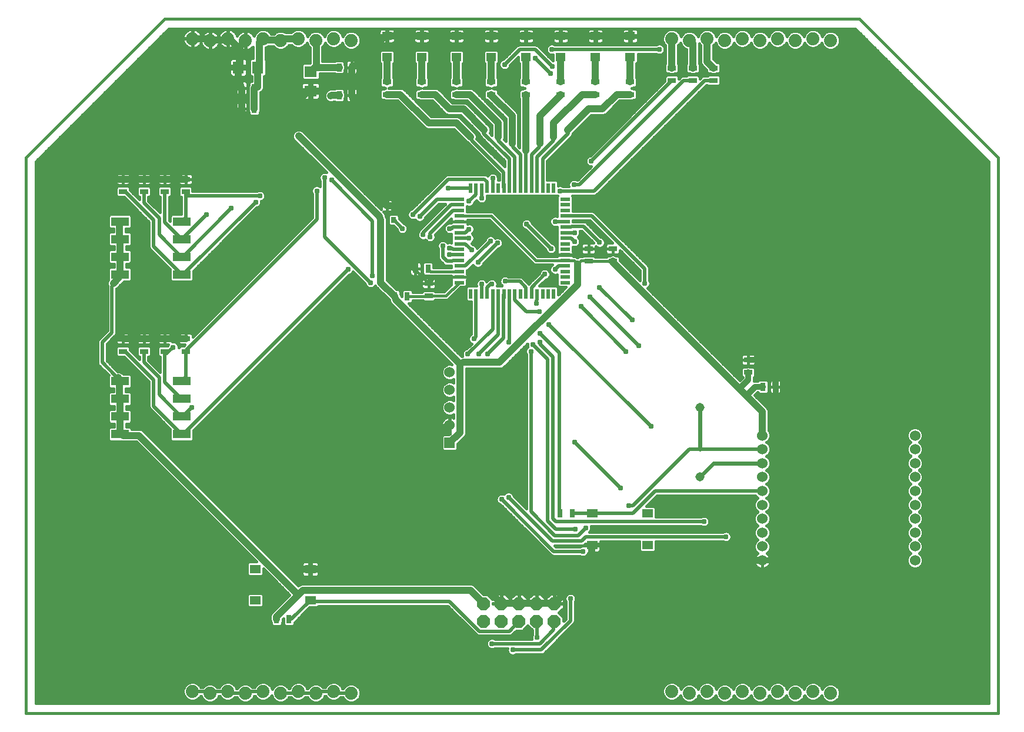
<source format=gtl>
G75*
G70*
%OFA0B0*%
%FSLAX24Y24*%
%IPPOS*%
%LPD*%
%AMOC8*
5,1,8,0,0,1.08239X$1,22.5*
%
%ADD10C,0.0160*%
%ADD11C,0.0740*%
%ADD12R,0.0315X0.0472*%
%ADD13R,0.0472X0.0315*%
%ADD14R,0.1000X0.0500*%
%ADD15C,0.0600*%
%ADD16R,0.0551X0.0472*%
%ADD17R,0.0200X0.0580*%
%ADD18R,0.0580X0.0200*%
%ADD19OC8,0.0740*%
%ADD20R,0.0315X0.0354*%
%ADD21R,0.0610X0.0512*%
%ADD22R,0.0600X0.0600*%
%ADD23R,0.0630X0.0709*%
%ADD24R,0.0709X0.0630*%
%ADD25C,0.0515*%
%ADD26C,0.0317*%
%ADD27C,0.0157*%
%ADD28C,0.0400*%
%ADD29C,0.0320*%
%ADD30C,0.0310*%
%ADD31C,0.0200*%
%ADD32C,0.0240*%
D10*
X000180Y006197D02*
X055298Y006197D01*
X055298Y037693D01*
X047424Y045567D01*
X008054Y045567D01*
X000180Y037693D01*
X000180Y006197D01*
X000740Y006757D02*
X000740Y037461D01*
X008286Y045007D01*
X047192Y045007D01*
X054738Y037461D01*
X054738Y006757D01*
X000740Y006757D01*
X000740Y006831D02*
X010444Y006831D01*
X010523Y006798D02*
X010734Y006798D01*
X010929Y006879D01*
X011078Y007028D01*
X011132Y007157D01*
X011167Y007157D01*
X011180Y007128D01*
X011329Y006979D01*
X011523Y006898D01*
X011734Y006898D01*
X011929Y006979D01*
X012029Y007079D01*
X012158Y007079D01*
X012180Y007028D01*
X012329Y006879D01*
X012523Y006798D01*
X012734Y006798D01*
X012929Y006879D01*
X013078Y007028D01*
X013132Y007157D01*
X013167Y007157D01*
X013180Y007128D01*
X013329Y006979D01*
X013523Y006898D01*
X013734Y006898D01*
X013929Y006979D01*
X014078Y007128D01*
X014108Y007200D01*
X014180Y007028D01*
X014329Y006879D01*
X014523Y006798D01*
X014734Y006798D01*
X014929Y006879D01*
X015078Y007028D01*
X015099Y007079D01*
X015229Y007079D01*
X015329Y006979D01*
X015523Y006898D01*
X015734Y006898D01*
X015929Y006979D01*
X016029Y007079D01*
X016158Y007079D01*
X016180Y007028D01*
X016329Y006879D01*
X016523Y006798D01*
X016734Y006798D01*
X016929Y006879D01*
X017078Y007028D01*
X017132Y007157D01*
X017167Y007157D01*
X017180Y007128D01*
X017329Y006979D01*
X017523Y006898D01*
X017734Y006898D01*
X017929Y006979D01*
X018029Y007079D01*
X018158Y007079D01*
X018180Y007028D01*
X018329Y006879D01*
X018523Y006798D01*
X018734Y006798D01*
X018929Y006879D01*
X019078Y007028D01*
X019159Y007223D01*
X019159Y007433D01*
X019078Y007628D01*
X018929Y007777D01*
X018734Y007858D01*
X018523Y007858D01*
X018329Y007777D01*
X018180Y007628D01*
X018167Y007599D01*
X018132Y007599D01*
X018078Y007728D01*
X017929Y007877D01*
X017734Y007958D01*
X017523Y007958D01*
X017329Y007877D01*
X017180Y007728D01*
X017158Y007677D01*
X017029Y007677D01*
X016929Y007777D01*
X016734Y007858D01*
X016523Y007858D01*
X016329Y007777D01*
X016180Y007628D01*
X016167Y007599D01*
X016132Y007599D01*
X016078Y007728D01*
X015929Y007877D01*
X015734Y007958D01*
X015523Y007958D01*
X015329Y007877D01*
X015180Y007728D01*
X015126Y007599D01*
X015090Y007599D01*
X015078Y007628D01*
X014929Y007777D01*
X014734Y007858D01*
X014523Y007858D01*
X014329Y007777D01*
X014180Y007628D01*
X014150Y007556D01*
X014078Y007728D01*
X013929Y007877D01*
X013734Y007958D01*
X013523Y007958D01*
X013329Y007877D01*
X013180Y007728D01*
X013158Y007677D01*
X013029Y007677D01*
X012929Y007777D01*
X012734Y007858D01*
X012523Y007858D01*
X012329Y007777D01*
X012180Y007628D01*
X012167Y007599D01*
X012132Y007599D01*
X012078Y007728D01*
X011929Y007877D01*
X011734Y007958D01*
X011523Y007958D01*
X011329Y007877D01*
X011180Y007728D01*
X011158Y007677D01*
X011029Y007677D01*
X010929Y007777D01*
X010734Y007858D01*
X010523Y007858D01*
X010329Y007777D01*
X010229Y007677D01*
X010099Y007677D01*
X010078Y007728D01*
X009929Y007877D01*
X009734Y007958D01*
X009523Y007958D01*
X009329Y007877D01*
X009180Y007728D01*
X009099Y007533D01*
X009099Y007323D01*
X009180Y007128D01*
X009329Y006979D01*
X009523Y006898D01*
X009734Y006898D01*
X009929Y006979D01*
X010078Y007128D01*
X010090Y007157D01*
X010126Y007157D01*
X010180Y007028D01*
X010329Y006879D01*
X010523Y006798D01*
X010814Y006831D02*
X012444Y006831D01*
X012218Y006989D02*
X011940Y006989D01*
X011318Y006989D02*
X011040Y006989D01*
X011128Y007148D02*
X011171Y007148D01*
X012122Y007623D02*
X012178Y007623D01*
X012024Y007782D02*
X012340Y007782D01*
X012918Y007782D02*
X013233Y007782D01*
X013481Y007940D02*
X011777Y007940D01*
X011481Y007940D02*
X009777Y007940D01*
X010024Y007782D02*
X010340Y007782D01*
X010918Y007782D02*
X011233Y007782D01*
X010130Y007148D02*
X010086Y007148D01*
X010218Y006989D02*
X009940Y006989D01*
X009318Y006989D02*
X000740Y006989D01*
X000740Y007148D02*
X009171Y007148D01*
X009106Y007306D02*
X000740Y007306D01*
X000740Y007465D02*
X009099Y007465D01*
X009136Y007623D02*
X000740Y007623D01*
X000740Y007782D02*
X009233Y007782D01*
X009481Y007940D02*
X000740Y007940D01*
X000740Y008099D02*
X054738Y008099D01*
X054738Y008257D02*
X000740Y008257D01*
X000740Y008416D02*
X054738Y008416D01*
X054738Y008574D02*
X000740Y008574D01*
X000740Y008733D02*
X054738Y008733D01*
X054738Y008891D02*
X000740Y008891D01*
X000740Y009050D02*
X054738Y009050D01*
X054738Y009208D02*
X000740Y009208D01*
X000740Y009367D02*
X054738Y009367D01*
X054738Y009525D02*
X029458Y009525D01*
X029444Y009520D02*
X029540Y009559D01*
X029613Y009632D01*
X029613Y009632D01*
X031193Y011213D01*
X031267Y011286D01*
X031306Y011381D01*
X031306Y012507D01*
X031313Y012514D01*
X031361Y012630D01*
X031361Y012756D01*
X031313Y012871D01*
X031225Y012960D01*
X031109Y013008D01*
X030983Y013008D01*
X030868Y012960D01*
X030779Y012871D01*
X030731Y012756D01*
X030731Y012630D01*
X030779Y012514D01*
X030786Y012507D01*
X030786Y011541D01*
X030663Y011417D01*
X030663Y011625D01*
X030396Y011891D01*
X030683Y012178D01*
X030683Y012386D01*
X030153Y012386D01*
X030153Y012426D01*
X030113Y012426D01*
X030113Y012956D01*
X029905Y012956D01*
X029633Y012683D01*
X029361Y012956D01*
X029153Y012956D01*
X029153Y012426D01*
X029113Y012426D01*
X029113Y012956D01*
X028905Y012956D01*
X028633Y012683D01*
X028361Y012956D01*
X028153Y012956D01*
X028153Y012426D01*
X028113Y012426D01*
X028113Y012956D01*
X027905Y012956D01*
X027633Y012683D01*
X027361Y012956D01*
X027153Y012956D01*
X027153Y012426D01*
X027113Y012426D01*
X027113Y012956D01*
X026905Y012956D01*
X026619Y012669D01*
X026352Y012936D01*
X026116Y012936D01*
X025581Y013471D01*
X025448Y013525D01*
X015817Y013525D01*
X015685Y013471D01*
X015633Y013419D01*
X006801Y022250D01*
X006669Y022305D01*
X006177Y022305D01*
X006177Y022336D01*
X006083Y022430D01*
X005894Y022430D01*
X005894Y022610D01*
X006083Y022610D01*
X006177Y022703D01*
X006177Y023336D01*
X006083Y023430D01*
X005894Y023430D01*
X005894Y023610D01*
X006083Y023610D01*
X006177Y023703D01*
X006177Y024336D01*
X006083Y024430D01*
X005855Y024430D01*
X005855Y024610D01*
X006083Y024610D01*
X006177Y024703D01*
X006177Y025336D01*
X006083Y025430D01*
X005709Y025430D01*
X005703Y025442D01*
X005593Y025534D01*
X006617Y025534D01*
X006459Y025692D02*
X005265Y025692D01*
X005386Y025571D02*
X004771Y026186D01*
X004771Y027113D01*
X005282Y027624D01*
X005283Y027626D01*
X005276Y027599D01*
X005276Y027417D01*
X005276Y027236D01*
X005288Y027190D01*
X005312Y027149D01*
X005345Y027116D01*
X005386Y027092D01*
X005432Y027080D01*
X005692Y027080D01*
X005952Y027080D01*
X005998Y027092D01*
X006039Y027116D01*
X006072Y027149D01*
X006096Y027190D01*
X006108Y027236D01*
X006108Y027417D01*
X005692Y027417D01*
X005692Y027080D01*
X005692Y027417D01*
X005692Y027417D01*
X005692Y027417D01*
X006108Y027417D01*
X006108Y027599D01*
X006096Y027644D01*
X006072Y027685D01*
X006039Y027719D01*
X005998Y027743D01*
X005952Y027755D01*
X005692Y027755D01*
X005692Y027417D01*
X005276Y027417D01*
X005692Y027417D01*
X005692Y027417D01*
X005692Y027417D01*
X005692Y027755D01*
X005432Y027755D01*
X005386Y027743D01*
X005345Y027719D01*
X005312Y027685D01*
X005297Y027661D01*
X005322Y027720D01*
X005322Y030252D01*
X005345Y030262D01*
X005671Y030588D01*
X005685Y030595D01*
X005721Y030638D01*
X005748Y030665D01*
X006083Y030665D01*
X006177Y030759D01*
X006177Y031391D01*
X006083Y031485D01*
X005894Y031485D01*
X005894Y031665D01*
X006083Y031665D01*
X006177Y031759D01*
X006177Y032391D01*
X006083Y032485D01*
X005894Y032485D01*
X005894Y032665D01*
X006083Y032665D01*
X006177Y032759D01*
X006177Y033391D01*
X006083Y033485D01*
X005855Y033485D01*
X005855Y033665D01*
X006083Y033665D01*
X006177Y033759D01*
X006177Y034391D01*
X006083Y034485D01*
X004950Y034485D01*
X004857Y034391D01*
X004857Y033759D01*
X004950Y033665D01*
X005135Y033665D01*
X005135Y033485D01*
X004950Y033485D01*
X004857Y033391D01*
X004857Y032759D01*
X004950Y032665D01*
X005174Y032665D01*
X005174Y032485D01*
X004950Y032485D01*
X004857Y032391D01*
X004857Y031759D01*
X004950Y031665D01*
X005174Y031665D01*
X005174Y031485D01*
X004950Y031485D01*
X004857Y031391D01*
X004857Y030792D01*
X004835Y030771D01*
X004781Y030639D01*
X004781Y030495D01*
X004806Y030433D01*
X004802Y030422D01*
X004802Y030420D01*
X004801Y030419D01*
X004802Y030369D01*
X004802Y027879D01*
X004290Y027368D01*
X004251Y027272D01*
X004251Y026027D01*
X004290Y025931D01*
X004871Y025351D01*
X004857Y025336D01*
X004857Y024703D01*
X004950Y024610D01*
X005135Y024610D01*
X005135Y024430D01*
X004950Y024430D01*
X004857Y024336D01*
X004857Y023703D01*
X004950Y023610D01*
X005174Y023610D01*
X005174Y023430D01*
X004950Y023430D01*
X004857Y023336D01*
X004857Y022703D01*
X004950Y022610D01*
X005174Y022610D01*
X005174Y022430D01*
X004950Y022430D01*
X004857Y022336D01*
X004857Y021703D01*
X004950Y021610D01*
X005599Y021610D01*
X005603Y021608D01*
X005660Y021585D01*
X005670Y021585D01*
X005680Y021581D01*
X005741Y021585D01*
X006448Y021585D01*
X013251Y014782D01*
X012811Y014782D01*
X012717Y014688D01*
X012717Y014044D01*
X012811Y013950D01*
X013553Y013950D01*
X013647Y014044D01*
X013647Y014386D01*
X015124Y012909D01*
X014087Y011873D01*
X014033Y011741D01*
X014033Y011440D01*
X014075Y011338D01*
X014075Y011209D01*
X014169Y011116D01*
X014616Y011116D01*
X014710Y011209D01*
X014710Y011338D01*
X014753Y011440D01*
X014753Y011520D01*
X014784Y011551D01*
X014784Y011209D01*
X014878Y011116D01*
X015325Y011116D01*
X015419Y011209D01*
X015419Y011343D01*
X016254Y012179D01*
X016683Y012179D01*
X016777Y012272D01*
X016777Y012275D01*
X024088Y012275D01*
X025668Y010695D01*
X025741Y010622D01*
X025837Y010583D01*
X027633Y010583D01*
X027729Y010622D01*
X027982Y010876D01*
X028352Y010876D01*
X028633Y011156D01*
X028896Y010892D01*
X028896Y010674D01*
X028889Y010667D01*
X028841Y010551D01*
X028841Y010426D01*
X028854Y010394D01*
X026783Y010394D01*
X026776Y010401D01*
X026660Y010449D01*
X026535Y010449D01*
X026419Y010401D01*
X026330Y010312D01*
X026282Y010197D01*
X026282Y010071D01*
X026330Y009955D01*
X026419Y009867D01*
X026535Y009819D01*
X026660Y009819D01*
X026776Y009867D01*
X026783Y009874D01*
X027477Y009874D01*
X027463Y009842D01*
X027463Y009717D01*
X027511Y009601D01*
X027600Y009512D01*
X027716Y009465D01*
X027841Y009465D01*
X027957Y009512D01*
X027964Y009520D01*
X029444Y009520D01*
X029665Y009684D02*
X054738Y009684D01*
X054738Y009842D02*
X029823Y009842D01*
X029982Y010001D02*
X054738Y010001D01*
X054738Y010159D02*
X030140Y010159D01*
X030299Y010318D02*
X054738Y010318D01*
X054738Y010476D02*
X030457Y010476D01*
X030616Y010635D02*
X054738Y010635D01*
X054738Y010793D02*
X030774Y010793D01*
X030933Y010952D02*
X054738Y010952D01*
X054738Y011110D02*
X031091Y011110D01*
X031193Y011213D02*
X031193Y011213D01*
X031250Y011269D02*
X054738Y011269D01*
X054738Y011427D02*
X031306Y011427D01*
X031306Y011586D02*
X054738Y011586D01*
X054738Y011744D02*
X031306Y011744D01*
X031306Y011903D02*
X054738Y011903D01*
X054738Y012061D02*
X031306Y012061D01*
X031306Y012220D02*
X054738Y012220D01*
X054738Y012378D02*
X031306Y012378D01*
X031322Y012537D02*
X054738Y012537D01*
X054738Y012695D02*
X031361Y012695D01*
X031320Y012854D02*
X054738Y012854D01*
X054738Y013012D02*
X026039Y013012D01*
X025880Y013171D02*
X054738Y013171D01*
X054738Y013329D02*
X025722Y013329D01*
X025539Y013488D02*
X054738Y013488D01*
X054738Y013646D02*
X015405Y013646D01*
X015563Y013488D02*
X015727Y013488D01*
X015937Y013943D02*
X015983Y013930D01*
X016264Y013930D01*
X016264Y014318D01*
X016360Y014318D01*
X016360Y014414D01*
X016797Y014414D01*
X016797Y014646D01*
X016785Y014692D01*
X016761Y014733D01*
X016728Y014766D01*
X016686Y014790D01*
X016641Y014802D01*
X016360Y014802D01*
X016360Y014414D01*
X016264Y014414D01*
X016264Y014318D01*
X015827Y014318D01*
X015827Y014087D01*
X015839Y014041D01*
X015863Y014000D01*
X015896Y013966D01*
X015937Y013943D01*
X015901Y013963D02*
X015088Y013963D01*
X015246Y013805D02*
X054738Y013805D01*
X054738Y013963D02*
X016723Y013963D01*
X016728Y013966D02*
X016761Y014000D01*
X016785Y014041D01*
X016797Y014087D01*
X016797Y014318D01*
X016360Y014318D01*
X016360Y013930D01*
X016641Y013930D01*
X016686Y013943D01*
X016728Y013966D01*
X016797Y014122D02*
X054738Y014122D01*
X054738Y014280D02*
X016797Y014280D01*
X016797Y014439D02*
X041678Y014439D01*
X041661Y014448D02*
X041728Y014413D01*
X041800Y014390D01*
X041875Y014378D01*
X041912Y014378D01*
X041912Y014858D01*
X041432Y014858D01*
X041432Y014820D01*
X041444Y014746D01*
X041467Y014674D01*
X041502Y014607D01*
X041546Y014546D01*
X041600Y014492D01*
X041661Y014448D01*
X041509Y014597D02*
X016797Y014597D01*
X016738Y014756D02*
X041443Y014756D01*
X041432Y014858D02*
X041912Y014858D01*
X041912Y014858D01*
X041912Y014858D01*
X041912Y014378D01*
X041950Y014378D01*
X042025Y014390D01*
X042097Y014413D01*
X042164Y014448D01*
X042225Y014492D01*
X042278Y014546D01*
X042323Y014607D01*
X042357Y014674D01*
X042380Y014746D01*
X042392Y014820D01*
X042392Y014858D01*
X041912Y014858D01*
X041912Y014858D01*
X042392Y014858D01*
X042392Y014896D01*
X042380Y014971D01*
X042357Y015043D01*
X042323Y015110D01*
X042278Y015171D01*
X042225Y015224D01*
X042177Y015260D01*
X042302Y015385D01*
X042372Y015554D01*
X042372Y015737D01*
X042302Y015906D01*
X042173Y016036D01*
X042164Y016039D01*
X042173Y016043D01*
X042302Y016173D01*
X042372Y016342D01*
X042372Y016525D01*
X042302Y016694D01*
X042173Y016823D01*
X042164Y016827D01*
X042173Y016831D01*
X042302Y016960D01*
X042372Y017129D01*
X042372Y017312D01*
X042302Y017481D01*
X042173Y017610D01*
X042164Y017614D01*
X042173Y017618D01*
X042302Y017747D01*
X042372Y017916D01*
X042372Y018099D01*
X042302Y018268D01*
X042173Y018398D01*
X042164Y018402D01*
X042173Y018405D01*
X042302Y018535D01*
X042372Y018704D01*
X042372Y018887D01*
X042302Y019056D01*
X042173Y019185D01*
X042164Y019189D01*
X042173Y019193D01*
X042302Y019322D01*
X042372Y019491D01*
X042372Y019674D01*
X042302Y019843D01*
X042173Y019973D01*
X042164Y019976D01*
X042173Y019980D01*
X042302Y020110D01*
X042372Y020279D01*
X042372Y020462D01*
X050114Y020462D01*
X050114Y020279D01*
X050184Y020110D01*
X050313Y019980D01*
X050322Y019976D01*
X050313Y019973D01*
X050184Y019843D01*
X050114Y019674D01*
X050114Y019491D01*
X050184Y019322D01*
X050313Y019193D01*
X050322Y019189D01*
X050313Y019185D01*
X050184Y019056D01*
X050114Y018887D01*
X050114Y018704D01*
X050184Y018535D01*
X050313Y018405D01*
X050322Y018402D01*
X050313Y018398D01*
X050184Y018268D01*
X050114Y018099D01*
X050114Y017916D01*
X050184Y017747D01*
X050313Y017618D01*
X050322Y017614D01*
X050313Y017610D01*
X050184Y017481D01*
X050114Y017312D01*
X050114Y017129D01*
X050184Y016960D01*
X050313Y016831D01*
X050322Y016827D01*
X050313Y016823D01*
X050184Y016694D01*
X050114Y016525D01*
X050114Y016342D01*
X050184Y016173D01*
X050313Y016043D01*
X050322Y016039D01*
X050313Y016036D01*
X050184Y015906D01*
X050114Y015737D01*
X050114Y015554D01*
X050184Y015385D01*
X050313Y015256D01*
X050322Y015252D01*
X050313Y015248D01*
X050184Y015119D01*
X050114Y014950D01*
X050114Y014767D01*
X050184Y014598D01*
X050313Y014468D01*
X050482Y014398D01*
X050665Y014398D01*
X050834Y014468D01*
X050964Y014598D01*
X051034Y014767D01*
X051034Y014950D01*
X050964Y015119D01*
X050834Y015248D01*
X050825Y015252D01*
X050834Y015256D01*
X050964Y015385D01*
X051034Y015554D01*
X051034Y015737D01*
X050964Y015906D01*
X050834Y016036D01*
X050825Y016039D01*
X050834Y016043D01*
X050964Y016173D01*
X051034Y016342D01*
X051034Y016525D01*
X050964Y016694D01*
X050834Y016823D01*
X050825Y016827D01*
X050834Y016831D01*
X050964Y016960D01*
X051034Y017129D01*
X051034Y017312D01*
X050964Y017481D01*
X050834Y017610D01*
X050825Y017614D01*
X050834Y017618D01*
X050964Y017747D01*
X051034Y017916D01*
X051034Y018099D01*
X050964Y018268D01*
X050834Y018398D01*
X050825Y018402D01*
X050834Y018405D01*
X050964Y018535D01*
X051034Y018704D01*
X051034Y018887D01*
X050964Y019056D01*
X050834Y019185D01*
X050825Y019189D01*
X050834Y019193D01*
X050964Y019322D01*
X051034Y019491D01*
X051034Y019674D01*
X050964Y019843D01*
X050834Y019973D01*
X050825Y019976D01*
X050834Y019980D01*
X050964Y020110D01*
X051034Y020279D01*
X051034Y020462D01*
X054738Y020462D01*
X054738Y020620D02*
X050968Y020620D01*
X050964Y020631D02*
X050834Y020760D01*
X050825Y020764D01*
X050834Y020768D01*
X050964Y020897D01*
X051034Y021066D01*
X051034Y021249D01*
X050964Y021418D01*
X050834Y021547D01*
X050825Y021551D01*
X050834Y021555D01*
X050964Y021684D01*
X051034Y021853D01*
X051034Y022036D01*
X050964Y022205D01*
X054738Y022205D01*
X054738Y022047D02*
X051029Y022047D01*
X051034Y021888D02*
X054738Y021888D01*
X054738Y021730D02*
X050983Y021730D01*
X050851Y021571D02*
X054738Y021571D01*
X054738Y021413D02*
X050966Y021413D01*
X051031Y021254D02*
X054738Y021254D01*
X054738Y021096D02*
X051034Y021096D01*
X050980Y020937D02*
X054738Y020937D01*
X054738Y020779D02*
X050846Y020779D01*
X050964Y020631D02*
X051034Y020462D01*
X051034Y020303D02*
X054738Y020303D01*
X054738Y020145D02*
X050978Y020145D01*
X050841Y019986D02*
X054738Y019986D01*
X054738Y019828D02*
X050970Y019828D01*
X051034Y019669D02*
X054738Y019669D01*
X054738Y019511D02*
X051034Y019511D01*
X050976Y019352D02*
X054738Y019352D01*
X054738Y019194D02*
X050835Y019194D01*
X050972Y019035D02*
X054738Y019035D01*
X054738Y018877D02*
X051034Y018877D01*
X051034Y018718D02*
X054738Y018718D01*
X054738Y018560D02*
X050974Y018560D01*
X050826Y018401D02*
X054738Y018401D01*
X054738Y018243D02*
X050974Y018243D01*
X051034Y018084D02*
X054738Y018084D01*
X054738Y017926D02*
X051034Y017926D01*
X050972Y017767D02*
X054738Y017767D01*
X054738Y017609D02*
X050836Y017609D01*
X050976Y017450D02*
X054738Y017450D01*
X054738Y017292D02*
X051034Y017292D01*
X051034Y017133D02*
X054738Y017133D01*
X054738Y016975D02*
X050970Y016975D01*
X050841Y016816D02*
X054738Y016816D01*
X054738Y016658D02*
X050978Y016658D01*
X051034Y016499D02*
X054738Y016499D01*
X054738Y016341D02*
X051033Y016341D01*
X050968Y016182D02*
X054738Y016182D01*
X054738Y016024D02*
X050846Y016024D01*
X050981Y015865D02*
X054738Y015865D01*
X054738Y015707D02*
X051034Y015707D01*
X051031Y015548D02*
X054738Y015548D01*
X054738Y015390D02*
X050966Y015390D01*
X050851Y015231D02*
X054738Y015231D01*
X054738Y015073D02*
X050983Y015073D01*
X051034Y014914D02*
X054738Y014914D01*
X054738Y014756D02*
X051029Y014756D01*
X050963Y014597D02*
X054738Y014597D01*
X054738Y014439D02*
X050763Y014439D01*
X050384Y014439D02*
X042146Y014439D01*
X042316Y014597D02*
X050184Y014597D01*
X050118Y014756D02*
X042382Y014756D01*
X042389Y014914D02*
X050114Y014914D01*
X050165Y015073D02*
X042342Y015073D01*
X042215Y015231D02*
X050296Y015231D01*
X050182Y015390D02*
X042304Y015390D01*
X042370Y015548D02*
X050116Y015548D01*
X050114Y015707D02*
X042372Y015707D01*
X042319Y015865D02*
X050167Y015865D01*
X050301Y016024D02*
X042185Y016024D01*
X042306Y016182D02*
X050180Y016182D01*
X050114Y016341D02*
X042372Y016341D01*
X042372Y016499D02*
X050114Y016499D01*
X050169Y016658D02*
X042317Y016658D01*
X042180Y016816D02*
X050306Y016816D01*
X050178Y016975D02*
X042308Y016975D01*
X042372Y017133D02*
X050114Y017133D01*
X050114Y017292D02*
X042372Y017292D01*
X042315Y017450D02*
X050171Y017450D01*
X050312Y017609D02*
X042174Y017609D01*
X042311Y017767D02*
X050175Y017767D01*
X050114Y017926D02*
X042372Y017926D01*
X042372Y018084D02*
X050114Y018084D01*
X050173Y018243D02*
X042313Y018243D01*
X042164Y018401D02*
X050322Y018401D01*
X050173Y018560D02*
X042313Y018560D01*
X042372Y018718D02*
X050114Y018718D01*
X050114Y018877D02*
X042372Y018877D01*
X042311Y019035D02*
X050175Y019035D01*
X050312Y019194D02*
X042174Y019194D01*
X042315Y019352D02*
X050171Y019352D01*
X050114Y019511D02*
X042372Y019511D01*
X042372Y019669D02*
X050114Y019669D01*
X050177Y019828D02*
X042309Y019828D01*
X042179Y019986D02*
X050307Y019986D01*
X050169Y020145D02*
X042317Y020145D01*
X042372Y020303D02*
X050114Y020303D01*
X050114Y020462D02*
X050184Y020631D01*
X050313Y020760D01*
X050322Y020764D01*
X050313Y020768D01*
X050184Y020897D01*
X050114Y021066D01*
X050114Y021249D01*
X050184Y021418D01*
X050313Y021547D01*
X050322Y021551D01*
X050313Y021555D01*
X050184Y021684D01*
X050114Y021853D01*
X050114Y022036D01*
X050184Y022205D01*
X042302Y022205D01*
X042272Y022235D01*
X042272Y023355D01*
X042217Y023487D01*
X041488Y024217D01*
X041651Y024381D01*
X041652Y024381D01*
X041728Y024305D01*
X042175Y024305D01*
X042269Y024398D01*
X042269Y024631D01*
X042272Y024637D01*
X042272Y024764D01*
X042269Y024771D01*
X042269Y025003D01*
X042175Y025097D01*
X041728Y025097D01*
X041652Y025021D01*
X041455Y025021D01*
X041438Y025014D01*
X041445Y025031D01*
X041445Y025228D01*
X041521Y025304D01*
X041521Y025751D01*
X041427Y025845D01*
X041195Y025845D01*
X041189Y025848D01*
X041061Y025848D01*
X041055Y025845D01*
X040822Y025845D01*
X040729Y025751D01*
X040729Y025304D01*
X040805Y025228D01*
X040805Y025227D01*
X040641Y025064D01*
X035414Y030290D01*
X035437Y030300D01*
X035526Y030388D01*
X035574Y030504D01*
X035574Y030630D01*
X035526Y030745D01*
X035519Y030752D01*
X035519Y031445D01*
X035479Y031541D01*
X035406Y031614D01*
X032414Y034606D01*
X032318Y034646D01*
X031189Y034646D01*
X031189Y035495D01*
X031141Y035543D01*
X032436Y035543D01*
X032532Y035583D01*
X032605Y035656D01*
X038752Y041803D01*
X038796Y041803D01*
X038854Y041746D01*
X039459Y041746D01*
X039553Y041839D01*
X039553Y042287D01*
X039459Y042380D01*
X038854Y042380D01*
X038796Y042323D01*
X038593Y042323D01*
X038497Y042283D01*
X038371Y042158D01*
X038371Y042287D01*
X038278Y042380D01*
X037673Y042380D01*
X037615Y042323D01*
X037412Y042323D01*
X037316Y042283D01*
X037190Y042158D01*
X037190Y042287D01*
X037097Y042380D01*
X036492Y042380D01*
X036398Y042287D01*
X036398Y042034D01*
X032175Y037811D01*
X032165Y037811D01*
X032049Y037763D01*
X031960Y037674D01*
X031912Y037559D01*
X031912Y037433D01*
X031960Y037318D01*
X032049Y037229D01*
X032165Y037181D01*
X032214Y037181D01*
X031450Y036417D01*
X031428Y036417D01*
X031421Y036425D01*
X031306Y036472D01*
X031180Y036472D01*
X031065Y036425D01*
X030976Y036336D01*
X030928Y036220D01*
X030928Y036095D01*
X030941Y036063D01*
X030641Y036063D01*
X030634Y036070D01*
X030518Y036118D01*
X030393Y036118D01*
X030359Y036104D01*
X030359Y036325D01*
X030265Y036419D01*
X029731Y036419D01*
X029731Y037506D01*
X031094Y038869D01*
X031116Y038884D01*
X031130Y038905D01*
X031148Y038924D01*
X031158Y038948D01*
X031173Y038970D01*
X031178Y038995D01*
X031188Y039019D01*
X031188Y039045D01*
X031191Y039061D01*
X032219Y040089D01*
X032929Y040089D01*
X033061Y040144D01*
X033162Y040245D01*
X033833Y040916D01*
X034504Y040916D01*
X034606Y040958D01*
X034734Y040958D01*
X034828Y041052D01*
X034828Y041499D01*
X034734Y041593D01*
X034606Y041593D01*
X034517Y041630D01*
X034606Y041667D01*
X034734Y041667D01*
X034828Y041760D01*
X034828Y042208D01*
X034792Y042244D01*
X034792Y043023D01*
X034868Y043099D01*
X034868Y043575D01*
X035900Y043575D01*
X035907Y043568D01*
X036023Y043520D01*
X036148Y043520D01*
X036264Y043568D01*
X036353Y043656D01*
X036401Y043772D01*
X036401Y043897D01*
X036353Y044013D01*
X036264Y044102D01*
X036148Y044150D01*
X036023Y044150D01*
X035907Y044102D01*
X035900Y044095D01*
X030169Y044095D01*
X030162Y044102D01*
X030046Y044150D01*
X029920Y044150D01*
X029805Y044102D01*
X029716Y044013D01*
X029668Y043897D01*
X029668Y043772D01*
X029716Y043656D01*
X029805Y043568D01*
X029920Y043520D01*
X030046Y043520D01*
X030059Y043525D01*
X030059Y043181D01*
X029186Y044055D01*
X029090Y044095D01*
X028120Y044095D01*
X028025Y044055D01*
X027952Y043982D01*
X027253Y043284D01*
X027243Y043284D01*
X027128Y043236D01*
X027039Y043147D01*
X026991Y043031D01*
X026991Y042906D01*
X027039Y042790D01*
X027128Y042701D01*
X027243Y042654D01*
X027369Y042654D01*
X027484Y042701D01*
X027573Y042790D01*
X027621Y042906D01*
X027621Y042916D01*
X028091Y043386D01*
X028091Y043099D01*
X028166Y043023D01*
X028166Y042244D01*
X028130Y042208D01*
X028130Y041760D01*
X028224Y041667D01*
X028352Y041667D01*
X028441Y041630D01*
X028352Y041593D01*
X028224Y041593D01*
X028130Y041499D01*
X028130Y041052D01*
X028166Y041016D01*
X028166Y038263D01*
X028076Y038353D01*
X028099Y038409D01*
X028099Y040127D01*
X028044Y040259D01*
X027943Y040360D01*
X026954Y041349D01*
X026954Y041499D01*
X026860Y041593D01*
X026732Y041593D01*
X026643Y041630D01*
X026732Y041667D01*
X026860Y041667D01*
X026954Y041760D01*
X026954Y042208D01*
X026918Y042244D01*
X026918Y043023D01*
X026994Y043099D01*
X026994Y043704D01*
X026900Y043798D01*
X026216Y043798D01*
X026122Y043704D01*
X026122Y043099D01*
X026198Y043023D01*
X026198Y042244D01*
X026162Y042208D01*
X026162Y041760D01*
X026255Y041667D01*
X026384Y041667D01*
X026473Y041630D01*
X026384Y041593D01*
X026255Y041593D01*
X026162Y041499D01*
X026162Y041052D01*
X026255Y040958D01*
X026327Y040958D01*
X027379Y039906D01*
X027379Y038617D01*
X027277Y038719D01*
X027312Y038802D01*
X027312Y039733D01*
X027257Y039865D01*
X027156Y039967D01*
X025541Y041581D01*
X025409Y041636D01*
X024688Y041636D01*
X024764Y041667D01*
X024892Y041667D01*
X024986Y041760D01*
X024986Y042208D01*
X024949Y042244D01*
X024949Y043023D01*
X025025Y043099D01*
X025025Y043704D01*
X024931Y043798D01*
X024248Y043798D01*
X024154Y043704D01*
X024154Y043099D01*
X024229Y043023D01*
X024229Y042244D01*
X024193Y042208D01*
X024193Y041760D01*
X024287Y041667D01*
X024415Y041667D01*
X024504Y041630D01*
X024415Y041593D01*
X024287Y041593D01*
X024193Y041499D01*
X024193Y041052D01*
X024287Y040958D01*
X024415Y040958D01*
X024518Y040916D01*
X025188Y040916D01*
X026592Y039512D01*
X026592Y038972D01*
X026478Y039085D01*
X026524Y039196D01*
X026524Y039339D01*
X026469Y039472D01*
X025288Y040653D01*
X025187Y040754D01*
X025055Y040809D01*
X024345Y040809D01*
X023573Y041581D01*
X023441Y041636D01*
X022720Y041636D01*
X022795Y041667D01*
X022923Y041667D01*
X023017Y041760D01*
X023017Y042208D01*
X022981Y042244D01*
X022981Y043023D01*
X023057Y043099D01*
X023057Y043704D01*
X022963Y043798D01*
X022279Y043798D01*
X022185Y043704D01*
X022185Y043099D01*
X022261Y043023D01*
X022261Y042244D01*
X022225Y042208D01*
X022225Y041760D01*
X022318Y041667D01*
X022447Y041667D01*
X022536Y041630D01*
X022447Y041593D01*
X022318Y041593D01*
X022225Y041499D01*
X022225Y041052D01*
X022318Y040958D01*
X022447Y040958D01*
X022549Y040916D01*
X023220Y040916D01*
X023891Y040245D01*
X023992Y040144D01*
X024124Y040089D01*
X024834Y040089D01*
X025862Y039061D01*
X025865Y039045D01*
X025865Y039019D01*
X025875Y038995D01*
X025880Y038970D01*
X025894Y038948D01*
X025904Y038924D01*
X025923Y038905D01*
X025937Y038884D01*
X025959Y038869D01*
X027322Y037506D01*
X027322Y037179D01*
X025725Y038775D01*
X025737Y038802D01*
X025737Y038946D01*
X025682Y039078D01*
X024793Y039967D01*
X024661Y040021D01*
X023164Y040021D01*
X021604Y041581D01*
X021472Y041636D01*
X020751Y041636D01*
X020827Y041667D01*
X020955Y041667D01*
X021049Y041760D01*
X021049Y042208D01*
X021012Y042244D01*
X021012Y043023D01*
X021088Y043099D01*
X021088Y043704D01*
X020994Y043798D01*
X020311Y043798D01*
X020217Y043704D01*
X020217Y043099D01*
X020292Y043023D01*
X020292Y042244D01*
X020256Y042208D01*
X020256Y041760D01*
X020350Y041667D01*
X020478Y041667D01*
X020567Y041630D01*
X020478Y041593D01*
X020350Y041593D01*
X020256Y041499D01*
X020256Y041052D01*
X020350Y040958D01*
X020478Y040958D01*
X020581Y040916D01*
X021251Y040916D01*
X022709Y039457D01*
X022811Y039356D01*
X022943Y039301D01*
X024440Y039301D01*
X025173Y038569D01*
X025228Y038546D01*
X025233Y038533D01*
X025235Y038531D01*
X016544Y038531D01*
X016386Y038689D02*
X025052Y038689D01*
X024894Y038848D02*
X016227Y038848D01*
X016069Y039006D02*
X024735Y039006D01*
X024577Y039165D02*
X015910Y039165D01*
X015856Y039219D02*
X015724Y039273D01*
X015581Y039273D01*
X015449Y039219D01*
X015347Y039117D01*
X015292Y038985D01*
X015292Y038842D01*
X015347Y038709D01*
X017204Y036853D01*
X017172Y036866D01*
X017046Y036866D01*
X016931Y036818D01*
X016842Y036730D01*
X016794Y036614D01*
X016794Y036489D01*
X016842Y036373D01*
X016849Y036366D01*
X016849Y036072D01*
X016739Y036118D01*
X016613Y036118D01*
X016498Y036070D01*
X016409Y035982D01*
X016361Y035866D01*
X016361Y035740D01*
X016409Y035625D01*
X016416Y035618D01*
X016416Y034297D01*
X009651Y027532D01*
X009651Y027599D01*
X009639Y027644D01*
X009615Y027685D01*
X009582Y027719D01*
X009541Y027743D01*
X009495Y027755D01*
X009235Y027755D01*
X008975Y027755D01*
X008929Y027743D01*
X008888Y027719D01*
X008855Y027685D01*
X008831Y027644D01*
X008819Y027599D01*
X008819Y027417D01*
X008819Y027236D01*
X008831Y027190D01*
X008855Y027149D01*
X008888Y027116D01*
X008929Y027092D01*
X008975Y027080D01*
X009199Y027080D01*
X009146Y027026D01*
X008933Y027026D01*
X008841Y026935D01*
X008841Y027008D01*
X008794Y027123D01*
X008705Y027212D01*
X008589Y027260D01*
X008470Y027260D01*
X008470Y027417D01*
X008054Y027417D01*
X008054Y027080D01*
X008054Y027417D01*
X008054Y027417D01*
X007638Y027417D01*
X007638Y027236D01*
X007650Y027190D01*
X007674Y027149D01*
X007707Y027116D01*
X007748Y027092D01*
X007794Y027080D01*
X008054Y027080D01*
X008241Y027080D01*
X008219Y027026D01*
X007752Y027026D01*
X007658Y026932D01*
X007658Y026485D01*
X007269Y026485D01*
X007269Y026932D01*
X007175Y027026D01*
X006570Y027026D01*
X006477Y026932D01*
X006477Y026485D01*
X006401Y026485D01*
X006477Y026485D02*
X006570Y026391D01*
X006613Y026391D01*
X006613Y026273D01*
X006088Y026798D01*
X006088Y026932D01*
X005994Y027026D01*
X005389Y027026D01*
X005296Y026932D01*
X005296Y026485D01*
X004771Y026485D01*
X004771Y026643D02*
X005296Y026643D01*
X005296Y026485D02*
X005389Y026391D01*
X005760Y026391D01*
X007164Y024987D01*
X007164Y023547D01*
X007204Y023451D01*
X008357Y022298D01*
X008357Y021703D01*
X008450Y021610D01*
X009583Y021610D01*
X009677Y021703D01*
X009677Y022216D01*
X018500Y031039D01*
X018510Y031039D01*
X018626Y031087D01*
X018715Y031176D01*
X018731Y031215D01*
X019393Y030554D01*
X019393Y030544D01*
X019441Y030428D01*
X019529Y030339D01*
X019645Y030291D01*
X019770Y030291D01*
X019886Y030339D01*
X019975Y030428D01*
X019978Y030437D01*
X019993Y030402D01*
X020768Y029627D01*
X020768Y029516D01*
X020853Y029432D01*
X020857Y029422D01*
X020858Y029420D01*
X020859Y029418D01*
X020908Y029369D01*
X020957Y029319D01*
X020959Y029318D01*
X024305Y025972D01*
X024287Y025980D01*
X024104Y025980D01*
X023935Y025910D01*
X023806Y025780D01*
X023736Y025611D01*
X023736Y025428D01*
X023806Y025259D01*
X023935Y025130D01*
X024104Y025060D01*
X024287Y025060D01*
X024426Y025117D01*
X024426Y024922D01*
X024287Y024980D01*
X024104Y024980D01*
X023935Y024910D01*
X023806Y024780D01*
X023736Y024611D01*
X023736Y024428D01*
X023806Y024259D01*
X023935Y024130D01*
X024104Y024060D01*
X024287Y024060D01*
X024426Y024117D01*
X024426Y023922D01*
X024287Y023980D01*
X024104Y023980D01*
X023935Y023910D01*
X023806Y023780D01*
X023736Y023611D01*
X023736Y023428D01*
X023806Y023259D01*
X023935Y023130D01*
X024104Y023060D01*
X024287Y023060D01*
X024426Y023117D01*
X024426Y022941D01*
X024380Y022965D01*
X024308Y022988D01*
X024234Y023000D01*
X024216Y023000D01*
X024216Y022540D01*
X024176Y022540D01*
X024176Y023000D01*
X024158Y023000D01*
X024083Y022988D01*
X024011Y022965D01*
X023944Y022930D01*
X023883Y022886D01*
X023830Y022832D01*
X023785Y022771D01*
X023751Y022704D01*
X023728Y022632D01*
X023716Y022557D01*
X023716Y022540D01*
X024176Y022540D01*
X024176Y022500D01*
X023716Y022500D01*
X023716Y022482D01*
X023728Y022407D01*
X023751Y022335D01*
X023785Y022268D01*
X023830Y022207D01*
X023883Y022154D01*
X023944Y022109D01*
X024011Y022075D01*
X024083Y022052D01*
X024158Y022040D01*
X024176Y022040D01*
X024176Y022500D01*
X024216Y022500D01*
X024216Y022041D01*
X024155Y021980D01*
X023829Y021980D01*
X023736Y021886D01*
X023736Y021153D01*
X023829Y021060D01*
X024562Y021060D01*
X024656Y021153D01*
X024656Y021463D01*
X025091Y021898D01*
X025146Y022031D01*
X025146Y025719D01*
X027102Y025719D01*
X027234Y025774D01*
X027336Y025875D01*
X028605Y027144D01*
X028605Y027040D01*
X028630Y026979D01*
X028624Y026976D01*
X028535Y026887D01*
X028487Y026771D01*
X028487Y026646D01*
X028535Y026530D01*
X028542Y026523D01*
X028542Y017809D01*
X027857Y018494D01*
X027857Y018504D01*
X027809Y018619D01*
X027721Y018708D01*
X027605Y018756D01*
X027480Y018756D01*
X027364Y018708D01*
X027275Y018619D01*
X027272Y018613D01*
X027211Y018638D01*
X027086Y018638D01*
X026970Y018590D01*
X026881Y018501D01*
X026834Y018385D01*
X026834Y018260D01*
X026881Y018144D01*
X026970Y018056D01*
X027086Y018008D01*
X027096Y018008D01*
X029881Y015223D01*
X029881Y015223D01*
X029954Y015150D01*
X030050Y015110D01*
X031569Y015110D01*
X031576Y015103D01*
X031692Y015055D01*
X031817Y015055D01*
X031933Y015103D01*
X032022Y015192D01*
X032070Y015307D01*
X032070Y015308D01*
X032229Y015308D01*
X032229Y015696D01*
X032324Y015696D01*
X032324Y015308D01*
X032605Y015308D01*
X032651Y015320D01*
X032692Y015344D01*
X032726Y015378D01*
X032749Y015419D01*
X032762Y015464D01*
X032762Y015696D01*
X032324Y015696D01*
X032324Y015792D01*
X032762Y015792D01*
X032762Y015937D01*
X034941Y015937D01*
X034941Y015422D01*
X035035Y015328D01*
X035778Y015328D01*
X035871Y015422D01*
X035871Y015937D01*
X039680Y015937D01*
X039687Y015930D01*
X039802Y015882D01*
X039928Y015882D01*
X040043Y015930D01*
X040132Y016018D01*
X040180Y016134D01*
X040180Y016260D01*
X040132Y016375D01*
X040043Y016464D01*
X039928Y016512D01*
X039802Y016512D01*
X039687Y016464D01*
X039680Y016457D01*
X032106Y016457D01*
X032179Y016530D01*
X032227Y016646D01*
X032227Y016771D01*
X032214Y016803D01*
X038420Y016803D01*
X038427Y016796D01*
X038543Y016748D01*
X038668Y016748D01*
X038784Y016796D01*
X038872Y016885D01*
X038920Y017000D01*
X038920Y017126D01*
X038872Y017241D01*
X038784Y017330D01*
X038668Y017378D01*
X038543Y017378D01*
X038427Y017330D01*
X038420Y017323D01*
X035871Y017323D01*
X035871Y017838D01*
X035778Y017932D01*
X035353Y017932D01*
X035957Y018535D01*
X041522Y018535D01*
X041522Y018535D01*
X041652Y018405D01*
X041661Y018402D01*
X041652Y018398D01*
X041522Y018268D01*
X041452Y018099D01*
X041452Y017916D01*
X041522Y017747D01*
X041652Y017618D01*
X041661Y017614D01*
X041652Y017610D01*
X041522Y017481D01*
X041452Y017312D01*
X041452Y017129D01*
X041522Y016960D01*
X041652Y016831D01*
X041661Y016827D01*
X041652Y016823D01*
X041522Y016694D01*
X041452Y016525D01*
X041452Y016342D01*
X041522Y016173D01*
X041652Y016043D01*
X041661Y016039D01*
X041652Y016036D01*
X041522Y015906D01*
X041452Y015737D01*
X041452Y015554D01*
X041522Y015385D01*
X041648Y015260D01*
X041600Y015224D01*
X041546Y015171D01*
X041502Y015110D01*
X041467Y015043D01*
X041444Y014971D01*
X041432Y014896D01*
X041432Y014858D01*
X041435Y014914D02*
X014137Y014914D01*
X014295Y014756D02*
X015886Y014756D01*
X015896Y014766D02*
X015863Y014733D01*
X015839Y014692D01*
X015827Y014646D01*
X015827Y014414D01*
X016264Y014414D01*
X016264Y014802D01*
X015983Y014802D01*
X015937Y014790D01*
X015896Y014766D01*
X015827Y014597D02*
X014454Y014597D01*
X014612Y014439D02*
X015827Y014439D01*
X015827Y014280D02*
X014771Y014280D01*
X014929Y014122D02*
X015827Y014122D01*
X016264Y014122D02*
X016360Y014122D01*
X016360Y014280D02*
X016264Y014280D01*
X016264Y014439D02*
X016360Y014439D01*
X016360Y014597D02*
X016264Y014597D01*
X016264Y014756D02*
X016360Y014756D01*
X016360Y013963D02*
X016264Y013963D01*
X015021Y013012D02*
X000740Y013012D01*
X000740Y012854D02*
X012717Y012854D01*
X012717Y012917D02*
X012717Y012272D01*
X012811Y012179D01*
X013553Y012179D01*
X013647Y012272D01*
X013647Y012917D01*
X013553Y013010D01*
X012811Y013010D01*
X012717Y012917D01*
X012717Y012695D02*
X000740Y012695D01*
X000740Y012537D02*
X012717Y012537D01*
X012717Y012378D02*
X000740Y012378D01*
X000740Y012220D02*
X012769Y012220D01*
X013595Y012220D02*
X014434Y012220D01*
X014593Y012378D02*
X013647Y012378D01*
X013647Y012537D02*
X014751Y012537D01*
X014910Y012695D02*
X013647Y012695D01*
X013647Y012854D02*
X015068Y012854D01*
X014862Y013171D02*
X000740Y013171D01*
X000740Y013329D02*
X014704Y013329D01*
X014545Y013488D02*
X000740Y013488D01*
X000740Y013646D02*
X014387Y013646D01*
X014228Y013805D02*
X000740Y013805D01*
X000740Y013963D02*
X012797Y013963D01*
X012717Y014122D02*
X000740Y014122D01*
X000740Y014280D02*
X012717Y014280D01*
X012717Y014439D02*
X000740Y014439D01*
X000740Y014597D02*
X012717Y014597D01*
X012784Y014756D02*
X000740Y014756D01*
X000740Y014914D02*
X013119Y014914D01*
X012960Y015073D02*
X000740Y015073D01*
X000740Y015231D02*
X012802Y015231D01*
X012643Y015390D02*
X000740Y015390D01*
X000740Y015548D02*
X012485Y015548D01*
X012326Y015707D02*
X000740Y015707D01*
X000740Y015865D02*
X012168Y015865D01*
X012009Y016024D02*
X000740Y016024D01*
X000740Y016182D02*
X011851Y016182D01*
X011692Y016341D02*
X000740Y016341D01*
X000740Y016499D02*
X011534Y016499D01*
X011375Y016658D02*
X000740Y016658D01*
X000740Y016816D02*
X011217Y016816D01*
X011058Y016975D02*
X000740Y016975D01*
X000740Y017133D02*
X010900Y017133D01*
X010741Y017292D02*
X000740Y017292D01*
X000740Y017450D02*
X010583Y017450D01*
X010424Y017609D02*
X000740Y017609D01*
X000740Y017767D02*
X010266Y017767D01*
X010107Y017926D02*
X000740Y017926D01*
X000740Y018084D02*
X009949Y018084D01*
X009790Y018243D02*
X000740Y018243D01*
X000740Y018401D02*
X009632Y018401D01*
X009473Y018560D02*
X000740Y018560D01*
X000740Y018718D02*
X009315Y018718D01*
X009156Y018877D02*
X000740Y018877D01*
X000740Y019035D02*
X008998Y019035D01*
X008839Y019194D02*
X000740Y019194D01*
X000740Y019352D02*
X008681Y019352D01*
X008522Y019511D02*
X000740Y019511D01*
X000740Y019669D02*
X008364Y019669D01*
X008205Y019828D02*
X000740Y019828D01*
X000740Y019986D02*
X008047Y019986D01*
X007888Y020145D02*
X000740Y020145D01*
X000740Y020303D02*
X007730Y020303D01*
X007571Y020462D02*
X000740Y020462D01*
X000740Y020620D02*
X007413Y020620D01*
X007254Y020779D02*
X000740Y020779D01*
X000740Y020937D02*
X007096Y020937D01*
X006937Y021096D02*
X000740Y021096D01*
X000740Y021254D02*
X006779Y021254D01*
X006620Y021413D02*
X000740Y021413D01*
X000740Y021571D02*
X006462Y021571D01*
X007004Y022047D02*
X008357Y022047D01*
X008357Y022205D02*
X006846Y022205D01*
X007163Y021888D02*
X008357Y021888D01*
X008357Y021730D02*
X007321Y021730D01*
X007480Y021571D02*
X023736Y021571D01*
X023736Y021413D02*
X007638Y021413D01*
X007797Y021254D02*
X023736Y021254D01*
X023793Y021096D02*
X007955Y021096D01*
X008114Y020937D02*
X028542Y020937D01*
X028542Y020779D02*
X008272Y020779D01*
X008431Y020620D02*
X028542Y020620D01*
X028542Y020462D02*
X008589Y020462D01*
X008748Y020303D02*
X028542Y020303D01*
X028542Y020145D02*
X008906Y020145D01*
X009065Y019986D02*
X028542Y019986D01*
X028542Y019828D02*
X009223Y019828D01*
X009382Y019669D02*
X028542Y019669D01*
X028542Y019511D02*
X009540Y019511D01*
X009699Y019352D02*
X028542Y019352D01*
X028542Y019194D02*
X009857Y019194D01*
X010016Y019035D02*
X028542Y019035D01*
X028542Y018877D02*
X010174Y018877D01*
X010333Y018718D02*
X027389Y018718D01*
X027696Y018718D02*
X028542Y018718D01*
X028542Y018560D02*
X027834Y018560D01*
X027949Y018401D02*
X028542Y018401D01*
X028542Y018243D02*
X028108Y018243D01*
X028266Y018084D02*
X028542Y018084D01*
X028542Y017926D02*
X028425Y017926D01*
X027653Y017450D02*
X011601Y017450D01*
X011759Y017292D02*
X027812Y017292D01*
X027970Y017133D02*
X011918Y017133D01*
X012076Y016975D02*
X028129Y016975D01*
X028287Y016816D02*
X012235Y016816D01*
X012393Y016658D02*
X028446Y016658D01*
X028604Y016499D02*
X012552Y016499D01*
X012710Y016341D02*
X028763Y016341D01*
X028921Y016182D02*
X012869Y016182D01*
X013027Y016024D02*
X029080Y016024D01*
X029238Y015865D02*
X013186Y015865D01*
X013344Y015707D02*
X029397Y015707D01*
X029555Y015548D02*
X013503Y015548D01*
X013661Y015390D02*
X029714Y015390D01*
X029872Y015231D02*
X013820Y015231D01*
X013978Y015073D02*
X031649Y015073D01*
X031860Y015073D02*
X041483Y015073D01*
X041609Y015231D02*
X032038Y015231D01*
X032229Y015390D02*
X032324Y015390D01*
X032324Y015548D02*
X032229Y015548D01*
X032228Y015696D02*
X031791Y015696D01*
X031791Y015685D01*
X031692Y015685D01*
X031576Y015637D01*
X031569Y015630D01*
X030209Y015630D01*
X030138Y015701D01*
X031728Y015701D01*
X031823Y015740D01*
X031875Y015792D01*
X032228Y015792D01*
X032228Y015696D01*
X032228Y015707D02*
X031743Y015707D01*
X032324Y015707D02*
X034941Y015707D01*
X034941Y015865D02*
X032762Y015865D01*
X032762Y015548D02*
X034941Y015548D01*
X034973Y015390D02*
X032733Y015390D01*
X032148Y016499D02*
X039772Y016499D01*
X039958Y016499D02*
X041452Y016499D01*
X041453Y016341D02*
X040146Y016341D01*
X040180Y016182D02*
X041518Y016182D01*
X041640Y016024D02*
X040134Y016024D01*
X041452Y015707D02*
X035871Y015707D01*
X035871Y015865D02*
X041505Y015865D01*
X041455Y015548D02*
X035871Y015548D01*
X035839Y015390D02*
X041520Y015390D01*
X041912Y014756D02*
X041912Y014756D01*
X041912Y014597D02*
X041912Y014597D01*
X041912Y014439D02*
X041912Y014439D01*
X041507Y016658D02*
X032227Y016658D01*
X035506Y018084D02*
X041452Y018084D01*
X041452Y017926D02*
X035784Y017926D01*
X035871Y017767D02*
X041514Y017767D01*
X041650Y017609D02*
X035871Y017609D01*
X035871Y017450D02*
X041510Y017450D01*
X041452Y017292D02*
X038822Y017292D01*
X038917Y017133D02*
X041452Y017133D01*
X041516Y016975D02*
X038910Y016975D01*
X038804Y016816D02*
X041645Y016816D01*
X041512Y018243D02*
X035665Y018243D01*
X035823Y018401D02*
X041660Y018401D01*
X042372Y020462D02*
X042302Y020631D01*
X042173Y020760D01*
X042164Y020764D01*
X042173Y020768D01*
X042302Y020897D01*
X042372Y021066D01*
X042372Y021249D01*
X042302Y021418D01*
X042173Y021547D01*
X042164Y021551D01*
X042173Y021555D01*
X042302Y021684D01*
X042372Y021853D01*
X042372Y022036D01*
X042302Y022205D01*
X042272Y022364D02*
X050383Y022364D01*
X050313Y022335D02*
X050184Y022205D01*
X050118Y022047D02*
X042368Y022047D01*
X042372Y021888D02*
X050114Y021888D01*
X050165Y021730D02*
X042321Y021730D01*
X042189Y021571D02*
X050297Y021571D01*
X050182Y021413D02*
X042304Y021413D01*
X042370Y021254D02*
X050116Y021254D01*
X050114Y021096D02*
X042372Y021096D01*
X042319Y020937D02*
X050167Y020937D01*
X050302Y020779D02*
X042184Y020779D01*
X042307Y020620D02*
X050179Y020620D01*
X050313Y022335D02*
X050482Y022405D01*
X050665Y022405D01*
X050834Y022335D01*
X050964Y022205D01*
X050764Y022364D02*
X054738Y022364D01*
X054738Y022522D02*
X042272Y022522D01*
X042272Y022681D02*
X054738Y022681D01*
X054738Y022839D02*
X042272Y022839D01*
X042272Y022998D02*
X054738Y022998D01*
X054738Y023156D02*
X042272Y023156D01*
X042272Y023315D02*
X054738Y023315D01*
X054738Y023473D02*
X042223Y023473D01*
X042073Y023632D02*
X054738Y023632D01*
X054738Y023790D02*
X041914Y023790D01*
X041756Y023949D02*
X054738Y023949D01*
X054738Y024107D02*
X041597Y024107D01*
X041536Y024266D02*
X054738Y024266D01*
X054738Y024424D02*
X042993Y024424D01*
X042998Y024441D02*
X042998Y024701D01*
X042998Y024961D01*
X042986Y025006D01*
X042962Y025048D01*
X042928Y025081D01*
X042887Y025105D01*
X042841Y025117D01*
X042660Y025117D01*
X042479Y025117D01*
X042433Y025105D01*
X042392Y025081D01*
X042359Y025048D01*
X042335Y025006D01*
X042323Y024961D01*
X042323Y024701D01*
X042660Y024701D01*
X042660Y024701D01*
X042660Y025117D01*
X042660Y024701D01*
X042660Y024701D01*
X042323Y024701D01*
X042323Y024441D01*
X042335Y024395D01*
X042359Y024354D01*
X042392Y024321D01*
X042433Y024297D01*
X042479Y024285D01*
X042660Y024285D01*
X042660Y024701D01*
X042660Y024701D01*
X042998Y024701D01*
X042660Y024701D01*
X042660Y024701D01*
X042660Y024285D01*
X042841Y024285D01*
X042887Y024297D01*
X042928Y024321D01*
X042962Y024354D01*
X042986Y024395D01*
X042998Y024441D01*
X042998Y024583D02*
X054738Y024583D01*
X054738Y024741D02*
X042998Y024741D01*
X042998Y024900D02*
X054738Y024900D01*
X054738Y025058D02*
X042951Y025058D01*
X042660Y025058D02*
X042660Y025058D01*
X042660Y024900D02*
X042660Y024900D01*
X042660Y024741D02*
X042660Y024741D01*
X042660Y024583D02*
X042660Y024583D01*
X042660Y024424D02*
X042660Y024424D01*
X042327Y024424D02*
X042269Y024424D01*
X042269Y024583D02*
X042323Y024583D01*
X042323Y024741D02*
X042272Y024741D01*
X042269Y024900D02*
X042323Y024900D01*
X042370Y025058D02*
X042214Y025058D01*
X041689Y025058D02*
X041445Y025058D01*
X041445Y025217D02*
X054738Y025217D01*
X054738Y025375D02*
X041521Y025375D01*
X041521Y025534D02*
X054738Y025534D01*
X054738Y025692D02*
X041521Y025692D01*
X041431Y025911D02*
X041472Y025935D01*
X041505Y025968D01*
X041529Y026009D01*
X041541Y026055D01*
X041541Y026236D01*
X041125Y026236D01*
X041125Y025899D01*
X041385Y025899D01*
X041431Y025911D01*
X041529Y026009D02*
X054738Y026009D01*
X054738Y025851D02*
X039854Y025851D01*
X039695Y026009D02*
X040721Y026009D01*
X040745Y025968D01*
X040778Y025935D01*
X040819Y025911D01*
X040865Y025899D01*
X041125Y025899D01*
X041125Y026236D01*
X041125Y026236D01*
X041125Y026236D01*
X041541Y026236D01*
X041541Y026417D01*
X041529Y026463D01*
X041505Y026504D01*
X041472Y026538D01*
X041431Y026561D01*
X041385Y026574D01*
X041125Y026574D01*
X041125Y026236D01*
X040709Y026236D01*
X040709Y026055D01*
X040721Y026009D01*
X040709Y026168D02*
X039537Y026168D01*
X039378Y026326D02*
X040709Y026326D01*
X040709Y026236D02*
X041125Y026236D01*
X041125Y026236D01*
X041125Y026236D01*
X041125Y026574D01*
X040865Y026574D01*
X040819Y026561D01*
X040778Y026538D01*
X040745Y026504D01*
X040721Y026463D01*
X040709Y026417D01*
X040709Y026236D01*
X040733Y026485D02*
X039220Y026485D01*
X039061Y026643D02*
X054738Y026643D01*
X054738Y026485D02*
X041516Y026485D01*
X041541Y026326D02*
X054738Y026326D01*
X054738Y026168D02*
X041541Y026168D01*
X041125Y026168D02*
X041125Y026168D01*
X041125Y026326D02*
X041125Y026326D01*
X041125Y026485D02*
X041125Y026485D01*
X041125Y026009D02*
X041125Y026009D01*
X040729Y025692D02*
X040012Y025692D01*
X040171Y025534D02*
X040729Y025534D01*
X040729Y025375D02*
X040329Y025375D01*
X040488Y025217D02*
X040795Y025217D01*
X038903Y026802D02*
X054738Y026802D01*
X054738Y026960D02*
X038744Y026960D01*
X038586Y027119D02*
X054738Y027119D01*
X054738Y027277D02*
X038427Y027277D01*
X038269Y027436D02*
X054738Y027436D01*
X054738Y027594D02*
X038110Y027594D01*
X037952Y027753D02*
X054738Y027753D01*
X054738Y027911D02*
X037793Y027911D01*
X037635Y028070D02*
X054738Y028070D01*
X054738Y028228D02*
X037476Y028228D01*
X037318Y028387D02*
X054738Y028387D01*
X054738Y028545D02*
X037159Y028545D01*
X037001Y028704D02*
X054738Y028704D01*
X054738Y028862D02*
X036842Y028862D01*
X036684Y029021D02*
X054738Y029021D01*
X054738Y029179D02*
X036525Y029179D01*
X036367Y029338D02*
X054738Y029338D01*
X054738Y029496D02*
X036208Y029496D01*
X036050Y029655D02*
X054738Y029655D01*
X054738Y029813D02*
X035891Y029813D01*
X035733Y029972D02*
X054738Y029972D01*
X054738Y030130D02*
X035574Y030130D01*
X035416Y030289D02*
X054738Y030289D01*
X054738Y030447D02*
X035550Y030447D01*
X035574Y030606D02*
X054738Y030606D01*
X054738Y030764D02*
X035519Y030764D01*
X035519Y030923D02*
X054738Y030923D01*
X054738Y031081D02*
X035519Y031081D01*
X035519Y031240D02*
X054738Y031240D01*
X054738Y031398D02*
X035519Y031398D01*
X035463Y031557D02*
X054738Y031557D01*
X054738Y031715D02*
X035305Y031715D01*
X035146Y031874D02*
X054738Y031874D01*
X054738Y032032D02*
X034988Y032032D01*
X034829Y032191D02*
X054738Y032191D01*
X054738Y032349D02*
X034671Y032349D01*
X034512Y032508D02*
X054738Y032508D01*
X054738Y032666D02*
X034354Y032666D01*
X034195Y032825D02*
X054738Y032825D01*
X054738Y032983D02*
X034037Y032983D01*
X033878Y033142D02*
X054738Y033142D01*
X054738Y033300D02*
X033720Y033300D01*
X033561Y033459D02*
X054738Y033459D01*
X054738Y033617D02*
X033403Y033617D01*
X033244Y033776D02*
X054738Y033776D01*
X054738Y033934D02*
X033086Y033934D01*
X032927Y034093D02*
X054738Y034093D01*
X054738Y034251D02*
X032769Y034251D01*
X032610Y034410D02*
X054738Y034410D01*
X054738Y034568D02*
X032452Y034568D01*
X032159Y034126D02*
X033412Y032873D01*
X033188Y032873D01*
X033142Y032861D01*
X033101Y032837D01*
X033067Y032803D01*
X033044Y032762D01*
X033031Y032717D01*
X033031Y032535D01*
X033031Y032354D01*
X033044Y032308D01*
X033067Y032267D01*
X033101Y032234D01*
X033142Y032210D01*
X033188Y032198D01*
X033448Y032198D01*
X033708Y032198D01*
X033753Y032210D01*
X033794Y032234D01*
X033828Y032267D01*
X033852Y032308D01*
X033864Y032354D01*
X033864Y032421D01*
X034999Y031286D01*
X034999Y030752D01*
X034992Y030745D01*
X034982Y030723D01*
X033844Y031861D01*
X033844Y032051D01*
X033750Y032144D01*
X033622Y032144D01*
X033519Y032187D01*
X033376Y032187D01*
X033273Y032144D01*
X033145Y032144D01*
X033068Y032067D01*
X032450Y032067D01*
X032372Y032144D01*
X031767Y032144D01*
X031732Y032109D01*
X031589Y032109D01*
X031501Y032072D01*
X031460Y032032D01*
X031419Y032032D01*
X031379Y032072D01*
X031291Y032109D01*
X031209Y032109D01*
X031209Y032178D01*
X030739Y032178D01*
X030269Y032178D01*
X030269Y032109D01*
X029175Y032109D01*
X026761Y034522D01*
X026694Y034589D01*
X026606Y034626D01*
X025189Y034626D01*
X025189Y034917D01*
X025235Y034898D01*
X025361Y034898D01*
X025477Y034946D01*
X025565Y035034D01*
X025613Y035150D01*
X025613Y035160D01*
X025723Y035270D01*
X025740Y035231D01*
X025828Y035142D01*
X025944Y035094D01*
X026069Y035094D01*
X026185Y035142D01*
X026274Y035231D01*
X026322Y035347D01*
X026322Y035472D01*
X026303Y035519D01*
X030265Y035519D01*
X030281Y035534D01*
X030315Y035521D01*
X030289Y035495D01*
X030289Y034367D01*
X030243Y034386D01*
X030117Y034386D01*
X030002Y034338D01*
X029913Y034249D01*
X029865Y034134D01*
X029865Y034008D01*
X029913Y033892D01*
X030002Y033804D01*
X030117Y033756D01*
X030243Y033756D01*
X030289Y033775D01*
X030289Y032361D01*
X030281Y032348D01*
X030269Y032302D01*
X030269Y032179D01*
X030739Y032179D01*
X030739Y032178D01*
X030739Y032179D01*
X031209Y032179D01*
X031209Y032302D01*
X031197Y032348D01*
X031189Y032361D01*
X031189Y032627D01*
X031220Y032614D01*
X031345Y032614D01*
X031461Y032662D01*
X031549Y032751D01*
X031597Y032866D01*
X031597Y032992D01*
X031549Y033108D01*
X031472Y033185D01*
X031549Y033263D01*
X031597Y033378D01*
X031597Y033504D01*
X031584Y033535D01*
X031686Y033535D01*
X032356Y032866D01*
X032330Y032873D01*
X032070Y032873D01*
X032070Y032535D01*
X032070Y032198D01*
X032330Y032198D01*
X032375Y032210D01*
X032417Y032234D01*
X032450Y032267D01*
X032474Y032308D01*
X032486Y032354D01*
X032486Y032535D01*
X032070Y032535D01*
X032070Y032535D01*
X032070Y032535D01*
X032070Y032198D01*
X031810Y032198D01*
X031764Y032210D01*
X031723Y032234D01*
X031690Y032267D01*
X031666Y032308D01*
X031654Y032354D01*
X031654Y032535D01*
X032070Y032535D01*
X032486Y032535D01*
X032486Y032658D01*
X032521Y032623D01*
X032637Y032575D01*
X032762Y032575D01*
X032878Y032623D01*
X032967Y032711D01*
X033015Y032827D01*
X033015Y032952D01*
X032967Y033068D01*
X032878Y033157D01*
X032762Y033205D01*
X032752Y033205D01*
X031941Y034016D01*
X031846Y034055D01*
X031189Y034055D01*
X031189Y034126D01*
X032159Y034126D01*
X032192Y034093D02*
X031189Y034093D01*
X031189Y034727D02*
X054738Y034727D01*
X054738Y034885D02*
X031189Y034885D01*
X031189Y035044D02*
X054738Y035044D01*
X054738Y035202D02*
X031189Y035202D01*
X031189Y035361D02*
X054738Y035361D01*
X054738Y035519D02*
X031164Y035519D01*
X030928Y036153D02*
X030359Y036153D01*
X030359Y036312D02*
X030966Y036312D01*
X031175Y036470D02*
X029731Y036470D01*
X029731Y036629D02*
X031662Y036629D01*
X031820Y036787D02*
X029731Y036787D01*
X029731Y036946D02*
X031979Y036946D01*
X032137Y037104D02*
X029731Y037104D01*
X029731Y037263D02*
X032015Y037263D01*
X031917Y037421D02*
X029731Y037421D01*
X029805Y037580D02*
X031921Y037580D01*
X032024Y037738D02*
X029963Y037738D01*
X030122Y037897D02*
X032260Y037897D01*
X032419Y038055D02*
X030280Y038055D01*
X030439Y038214D02*
X032577Y038214D01*
X032736Y038372D02*
X030597Y038372D01*
X030756Y038531D02*
X032894Y038531D01*
X033053Y038689D02*
X030914Y038689D01*
X031073Y038848D02*
X033211Y038848D01*
X033370Y039006D02*
X031183Y039006D01*
X031295Y039165D02*
X033528Y039165D01*
X033687Y039323D02*
X031453Y039323D01*
X031612Y039482D02*
X033845Y039482D01*
X034004Y039640D02*
X031770Y039640D01*
X031929Y039799D02*
X034162Y039799D01*
X034321Y039957D02*
X032087Y039957D01*
X032994Y040116D02*
X034479Y040116D01*
X034638Y040274D02*
X033192Y040274D01*
X033350Y040433D02*
X034796Y040433D01*
X034955Y040591D02*
X033509Y040591D01*
X033667Y040750D02*
X035113Y040750D01*
X035272Y040908D02*
X033826Y040908D01*
X034828Y041067D02*
X035430Y041067D01*
X035589Y041225D02*
X034828Y041225D01*
X034828Y041384D02*
X035747Y041384D01*
X035906Y041542D02*
X034785Y041542D01*
X034769Y041701D02*
X036064Y041701D01*
X036223Y041859D02*
X034828Y041859D01*
X034828Y042018D02*
X036381Y042018D01*
X036398Y042176D02*
X034828Y042176D01*
X034792Y042335D02*
X036446Y042335D01*
X036492Y042454D02*
X036398Y042548D01*
X036398Y042995D01*
X036434Y043032D01*
X036434Y044046D01*
X036345Y044136D01*
X036264Y044330D01*
X036264Y044541D01*
X036345Y044736D01*
X036494Y044885D01*
X036689Y044966D01*
X036900Y044966D01*
X037094Y044885D01*
X037243Y044736D01*
X037315Y044564D01*
X037345Y044636D01*
X037494Y044785D01*
X037689Y044866D01*
X037900Y044866D01*
X038094Y044785D01*
X038243Y044636D01*
X038273Y044564D01*
X038345Y044736D01*
X038494Y044885D01*
X038689Y044966D01*
X038900Y044966D01*
X039094Y044885D01*
X039243Y044736D01*
X039315Y044564D01*
X039345Y044636D01*
X039494Y044785D01*
X039689Y044866D01*
X039900Y044866D01*
X040094Y044785D01*
X040243Y044636D01*
X040273Y044564D01*
X040345Y044736D01*
X040494Y044885D01*
X040689Y044966D01*
X040900Y044966D01*
X041094Y044885D01*
X041243Y044736D01*
X041315Y044564D01*
X041345Y044636D01*
X041494Y044785D01*
X041689Y044866D01*
X041900Y044866D01*
X042094Y044785D01*
X042243Y044636D01*
X042273Y044564D01*
X042345Y044736D01*
X042494Y044885D01*
X042689Y044966D01*
X042900Y044966D01*
X043094Y044885D01*
X043243Y044736D01*
X043315Y044564D01*
X043345Y044636D01*
X043494Y044785D01*
X043689Y044866D01*
X043900Y044866D01*
X044094Y044785D01*
X044243Y044636D01*
X044273Y044564D01*
X044345Y044736D01*
X044494Y044885D01*
X044689Y044966D01*
X044900Y044966D01*
X045094Y044885D01*
X045243Y044736D01*
X045315Y044564D01*
X045345Y044636D01*
X045494Y044785D01*
X045689Y044866D01*
X045900Y044866D01*
X046094Y044785D01*
X046243Y044636D01*
X046324Y044441D01*
X046324Y044230D01*
X046243Y044036D01*
X046094Y043887D01*
X045900Y043806D01*
X045689Y043806D01*
X045494Y043887D01*
X045345Y044036D01*
X045273Y044208D01*
X045243Y044136D01*
X045094Y043987D01*
X044900Y043906D01*
X044689Y043906D01*
X044494Y043987D01*
X044345Y044136D01*
X044315Y044208D01*
X044243Y044036D01*
X044094Y043887D01*
X043900Y043806D01*
X043689Y043806D01*
X043494Y043887D01*
X043345Y044036D01*
X043273Y044208D01*
X043243Y044136D01*
X043094Y043987D01*
X042900Y043906D01*
X042689Y043906D01*
X042494Y043987D01*
X042345Y044136D01*
X042315Y044208D01*
X042243Y044036D01*
X042094Y043887D01*
X041900Y043806D01*
X041689Y043806D01*
X041494Y043887D01*
X041345Y044036D01*
X041273Y044208D01*
X041243Y044136D01*
X041094Y043987D01*
X040900Y043906D01*
X040689Y043906D01*
X040494Y043987D01*
X040345Y044136D01*
X040315Y044208D01*
X040243Y044036D01*
X040094Y043887D01*
X039900Y043806D01*
X039689Y043806D01*
X039494Y043887D01*
X039345Y044036D01*
X039273Y044208D01*
X039243Y044136D01*
X039154Y044046D01*
X039154Y043283D01*
X039348Y043089D01*
X039459Y043089D01*
X039553Y042995D01*
X039553Y042548D01*
X039459Y042454D01*
X039331Y042454D01*
X039228Y042412D01*
X039085Y042412D01*
X038982Y042454D01*
X038854Y042454D01*
X038760Y042548D01*
X038760Y042659D01*
X038489Y042930D01*
X038434Y043062D01*
X038434Y044046D01*
X038345Y044136D01*
X038335Y044159D01*
X038335Y043032D01*
X038371Y042995D01*
X038371Y042548D01*
X038278Y042454D01*
X038150Y042454D01*
X038047Y042412D01*
X037904Y042412D01*
X037801Y042454D01*
X037673Y042454D01*
X037579Y042548D01*
X037579Y042995D01*
X037615Y043032D01*
X037615Y043836D01*
X037494Y043887D01*
X037345Y044036D01*
X037273Y044208D01*
X037243Y044136D01*
X037154Y044046D01*
X037154Y043032D01*
X037190Y042995D01*
X037190Y042548D01*
X037097Y042454D01*
X036968Y042454D01*
X036866Y042412D01*
X036723Y042412D01*
X036620Y042454D01*
X036492Y042454D01*
X036452Y042493D02*
X034792Y042493D01*
X034792Y042652D02*
X036398Y042652D01*
X036398Y042810D02*
X034792Y042810D01*
X034792Y042969D02*
X036398Y042969D01*
X036434Y043127D02*
X034868Y043127D01*
X034868Y043286D02*
X036434Y043286D01*
X036434Y043444D02*
X034868Y043444D01*
X034731Y044166D02*
X034470Y044166D01*
X034470Y044545D01*
X034470Y044621D01*
X034394Y044621D01*
X034394Y044999D01*
X034133Y044999D01*
X034087Y044987D01*
X034046Y044963D01*
X034012Y044929D01*
X033989Y044888D01*
X033976Y044843D01*
X033976Y044621D01*
X034394Y044621D01*
X034394Y044545D01*
X033976Y044545D01*
X033976Y044323D01*
X033989Y044277D01*
X034012Y044236D01*
X034046Y044202D01*
X034087Y044179D01*
X034133Y044166D01*
X034394Y044166D01*
X034394Y044545D01*
X034470Y044545D01*
X034888Y044545D01*
X034888Y044323D01*
X034875Y044277D01*
X034852Y044236D01*
X034818Y044202D01*
X034777Y044179D01*
X034731Y044166D01*
X034852Y044237D02*
X036303Y044237D01*
X036287Y044078D02*
X036402Y044078D01*
X036391Y043920D02*
X036434Y043920D01*
X036434Y043761D02*
X036396Y043761D01*
X036434Y043603D02*
X036299Y043603D01*
X036264Y044395D02*
X034888Y044395D01*
X034888Y044621D02*
X034888Y044843D01*
X034875Y044888D01*
X034852Y044929D01*
X034818Y044963D01*
X034777Y044987D01*
X034731Y044999D01*
X034470Y044999D01*
X034470Y044621D01*
X034888Y044621D01*
X034888Y044712D02*
X036335Y044712D01*
X036269Y044554D02*
X034470Y044554D01*
X034394Y044554D02*
X032502Y044554D01*
X032502Y044545D02*
X032502Y044621D01*
X032919Y044621D01*
X032919Y044843D01*
X032907Y044888D01*
X032883Y044929D01*
X032850Y044963D01*
X032809Y044987D01*
X032763Y044999D01*
X032502Y044999D01*
X032502Y044621D01*
X032425Y044621D01*
X032425Y044545D01*
X032008Y044545D01*
X032008Y044323D01*
X032020Y044277D01*
X032044Y044236D01*
X032077Y044202D01*
X032118Y044179D01*
X032164Y044166D01*
X032425Y044166D01*
X032425Y044545D01*
X032502Y044545D01*
X032919Y044545D01*
X032919Y044323D01*
X032907Y044277D01*
X032883Y044236D01*
X032850Y044202D01*
X032809Y044179D01*
X032763Y044166D01*
X032502Y044166D01*
X032502Y044545D01*
X032425Y044554D02*
X030533Y044554D01*
X030533Y044545D02*
X030533Y044621D01*
X030457Y044621D01*
X030457Y044999D01*
X030196Y044999D01*
X030150Y044987D01*
X030109Y044963D01*
X030075Y044929D01*
X030052Y044888D01*
X030039Y044843D01*
X030039Y044621D01*
X030457Y044621D01*
X030457Y044545D01*
X030039Y044545D01*
X030039Y044323D01*
X030052Y044277D01*
X030075Y044236D01*
X030109Y044202D01*
X030150Y044179D01*
X030196Y044166D01*
X030457Y044166D01*
X030457Y044545D01*
X030533Y044545D01*
X030951Y044545D01*
X030951Y044323D01*
X030938Y044277D01*
X030915Y044236D01*
X030881Y044202D01*
X030840Y044179D01*
X030794Y044166D01*
X030533Y044166D01*
X030533Y044545D01*
X030533Y044621D02*
X030951Y044621D01*
X030951Y044843D01*
X030938Y044888D01*
X030915Y044929D01*
X030881Y044963D01*
X030840Y044987D01*
X030794Y044999D01*
X030533Y044999D01*
X030533Y044621D01*
X030533Y044712D02*
X030457Y044712D01*
X030457Y044554D02*
X028565Y044554D01*
X028565Y044545D02*
X028565Y044621D01*
X028982Y044621D01*
X028982Y044843D01*
X028970Y044888D01*
X028946Y044929D01*
X028913Y044963D01*
X028872Y044987D01*
X028826Y044999D01*
X028565Y044999D01*
X028565Y044621D01*
X028488Y044621D01*
X028488Y044545D01*
X028071Y044545D01*
X028071Y044323D01*
X028083Y044277D01*
X028107Y044236D01*
X028140Y044202D01*
X028181Y044179D01*
X028227Y044166D01*
X028488Y044166D01*
X028488Y044545D01*
X028565Y044545D01*
X028982Y044545D01*
X028982Y044323D01*
X028970Y044277D01*
X028946Y044236D01*
X028913Y044202D01*
X028872Y044179D01*
X028826Y044166D01*
X028565Y044166D01*
X028565Y044545D01*
X028488Y044554D02*
X026596Y044554D01*
X026596Y044545D02*
X026596Y044621D01*
X026520Y044621D01*
X026520Y044999D01*
X026259Y044999D01*
X026213Y044987D01*
X026172Y044963D01*
X026138Y044929D01*
X026115Y044888D01*
X026102Y044843D01*
X026102Y044621D01*
X026520Y044621D01*
X026520Y044545D01*
X026102Y044545D01*
X026102Y044323D01*
X026115Y044277D01*
X026138Y044236D01*
X026172Y044202D01*
X026213Y044179D01*
X026259Y044166D01*
X026520Y044166D01*
X026520Y044545D01*
X026596Y044545D01*
X027014Y044545D01*
X027014Y044323D01*
X027001Y044277D01*
X026978Y044236D01*
X026944Y044202D01*
X026903Y044179D01*
X026857Y044166D01*
X026596Y044166D01*
X026596Y044545D01*
X026596Y044621D02*
X027014Y044621D01*
X027014Y044843D01*
X027001Y044888D01*
X026978Y044929D01*
X026944Y044963D01*
X026903Y044987D01*
X026857Y044999D01*
X026596Y044999D01*
X026596Y044621D01*
X026596Y044712D02*
X026520Y044712D01*
X026520Y044554D02*
X024628Y044554D01*
X024628Y044545D02*
X024628Y044621D01*
X025045Y044621D01*
X025045Y044843D01*
X025033Y044888D01*
X025009Y044929D01*
X024976Y044963D01*
X024935Y044987D01*
X024889Y044999D01*
X024628Y044999D01*
X024628Y044621D01*
X024551Y044621D01*
X024551Y044545D01*
X024134Y044545D01*
X024134Y044323D01*
X024146Y044277D01*
X024170Y044236D01*
X024203Y044202D01*
X024244Y044179D01*
X024290Y044166D01*
X024551Y044166D01*
X024551Y044545D01*
X024628Y044545D01*
X025045Y044545D01*
X025045Y044323D01*
X025033Y044277D01*
X025009Y044236D01*
X024976Y044202D01*
X024935Y044179D01*
X024889Y044166D01*
X024628Y044166D01*
X024628Y044545D01*
X024551Y044554D02*
X022659Y044554D01*
X022659Y044545D02*
X022659Y044621D01*
X022583Y044621D01*
X022583Y044999D01*
X022322Y044999D01*
X022276Y044987D01*
X022235Y044963D01*
X022201Y044929D01*
X022178Y044888D01*
X022165Y044843D01*
X022165Y044621D01*
X022583Y044621D01*
X022583Y044545D01*
X022165Y044545D01*
X022165Y044323D01*
X022178Y044277D01*
X022201Y044236D01*
X022235Y044202D01*
X022276Y044179D01*
X022322Y044166D01*
X022583Y044166D01*
X022583Y044545D01*
X022659Y044545D01*
X023077Y044545D01*
X023077Y044323D01*
X023064Y044277D01*
X023041Y044236D01*
X023007Y044202D01*
X022966Y044179D01*
X022920Y044166D01*
X022659Y044166D01*
X022659Y044545D01*
X022659Y044621D02*
X023077Y044621D01*
X023077Y044843D01*
X023064Y044888D01*
X023041Y044929D01*
X023007Y044963D01*
X022966Y044987D01*
X022920Y044999D01*
X022659Y044999D01*
X022659Y044621D01*
X022659Y044712D02*
X022583Y044712D01*
X022583Y044554D02*
X020691Y044554D01*
X020691Y044545D02*
X020691Y044621D01*
X021108Y044621D01*
X021108Y044843D01*
X021096Y044888D01*
X021072Y044929D01*
X021039Y044963D01*
X020998Y044987D01*
X020952Y044999D01*
X020691Y044999D01*
X020691Y044621D01*
X020614Y044621D01*
X020614Y044545D01*
X020197Y044545D01*
X020197Y044323D01*
X020209Y044277D01*
X020233Y044236D01*
X020266Y044202D01*
X020307Y044179D01*
X020353Y044166D01*
X020614Y044166D01*
X020614Y044545D01*
X020691Y044545D01*
X021108Y044545D01*
X021108Y044323D01*
X021096Y044277D01*
X021072Y044236D01*
X021039Y044202D01*
X020998Y044179D01*
X020952Y044166D01*
X020691Y044166D01*
X020691Y044545D01*
X020614Y044554D02*
X019112Y044554D01*
X019078Y044636D02*
X018929Y044785D01*
X018734Y044866D01*
X018523Y044866D01*
X018329Y044785D01*
X018180Y044636D01*
X018150Y044564D01*
X018078Y044736D01*
X017929Y044885D01*
X017734Y044966D01*
X017523Y044966D01*
X017329Y044885D01*
X017180Y044736D01*
X017108Y044564D01*
X017078Y044636D01*
X016929Y044785D01*
X016734Y044866D01*
X016523Y044866D01*
X016329Y044785D01*
X016180Y044636D01*
X016150Y044564D01*
X016078Y044736D01*
X015929Y044885D01*
X015734Y044966D01*
X015523Y044966D01*
X015329Y044885D01*
X015229Y044785D01*
X014929Y044785D01*
X014734Y044866D01*
X014523Y044866D01*
X014329Y044785D01*
X014250Y044706D01*
X014090Y044706D01*
X014078Y044736D01*
X013929Y044885D01*
X013734Y044966D01*
X013523Y044966D01*
X013329Y044885D01*
X013180Y044736D01*
X013118Y044587D01*
X013099Y044624D01*
X013048Y044694D01*
X012987Y044755D01*
X012917Y044806D01*
X012840Y044846D01*
X012758Y044872D01*
X012672Y044886D01*
X012649Y044886D01*
X012649Y044356D01*
X012609Y044356D01*
X012609Y044886D01*
X012586Y044886D01*
X012500Y044872D01*
X012418Y044846D01*
X012341Y044806D01*
X012271Y044755D01*
X012209Y044694D01*
X012158Y044624D01*
X012151Y044609D01*
X012139Y044647D01*
X012099Y044724D01*
X012048Y044794D01*
X011987Y044855D01*
X011917Y044906D01*
X011840Y044946D01*
X011758Y044972D01*
X011672Y044986D01*
X011649Y044986D01*
X011649Y044456D01*
X011609Y044456D01*
X011609Y044986D01*
X011586Y044986D01*
X011500Y044972D01*
X011418Y044946D01*
X011341Y044906D01*
X011271Y044855D01*
X011209Y044794D01*
X011158Y044724D01*
X011119Y044647D01*
X011107Y044609D01*
X011099Y044624D01*
X011048Y044694D01*
X010987Y044755D01*
X010917Y044806D01*
X010840Y044846D01*
X010758Y044872D01*
X010672Y044886D01*
X010649Y044886D01*
X010649Y044356D01*
X010609Y044356D01*
X010609Y044886D01*
X010586Y044886D01*
X010500Y044872D01*
X010418Y044846D01*
X010341Y044806D01*
X010271Y044755D01*
X010209Y044694D01*
X010158Y044624D01*
X010151Y044609D01*
X010139Y044647D01*
X010099Y044724D01*
X010048Y044794D01*
X009987Y044855D01*
X009917Y044906D01*
X009840Y044946D01*
X009758Y044972D01*
X009672Y044986D01*
X009649Y044986D01*
X009649Y044456D01*
X009609Y044456D01*
X009609Y044986D01*
X009586Y044986D01*
X009500Y044972D01*
X009418Y044946D01*
X009341Y044906D01*
X009271Y044855D01*
X009209Y044794D01*
X009158Y044724D01*
X009119Y044647D01*
X009092Y044565D01*
X009079Y044479D01*
X009079Y044456D01*
X009609Y044456D01*
X009609Y044416D01*
X009649Y044416D01*
X009649Y043886D01*
X009672Y043886D01*
X009758Y043899D01*
X009840Y043926D01*
X009917Y043965D01*
X009987Y044016D01*
X010048Y044078D01*
X010099Y044148D01*
X010107Y044163D01*
X010119Y044125D01*
X010158Y044048D01*
X010209Y043978D01*
X010271Y043916D01*
X010341Y043865D01*
X010418Y043826D01*
X010500Y043799D01*
X010586Y043786D01*
X010609Y043786D01*
X010609Y044316D01*
X010649Y044316D01*
X011091Y044316D01*
X011085Y044356D01*
X010649Y044356D01*
X010649Y044316D01*
X010649Y043786D01*
X010672Y043786D01*
X010758Y043799D01*
X010840Y043826D01*
X010917Y043865D01*
X010987Y043916D01*
X011048Y043978D01*
X011099Y044048D01*
X011139Y044125D01*
X011151Y044163D01*
X011158Y044148D01*
X011209Y044078D01*
X011115Y044078D01*
X011209Y044078D02*
X011271Y044016D01*
X011341Y043965D01*
X011418Y043926D01*
X011500Y043899D01*
X011586Y043886D01*
X011609Y043886D01*
X011609Y044416D01*
X011649Y044416D01*
X011649Y043886D01*
X011672Y043886D01*
X011758Y043899D01*
X011840Y043926D01*
X011917Y043965D01*
X011987Y044016D01*
X012048Y044078D01*
X012099Y044148D01*
X012107Y044163D01*
X012119Y044125D01*
X012158Y044048D01*
X012209Y043978D01*
X012271Y043916D01*
X012341Y043865D01*
X012418Y043826D01*
X012500Y043799D01*
X012586Y043786D01*
X012609Y043786D01*
X012609Y044316D01*
X012649Y044316D01*
X012649Y043786D01*
X012672Y043786D01*
X012758Y043799D01*
X012840Y043826D01*
X012917Y043865D01*
X012987Y043916D01*
X013048Y043978D01*
X013048Y043325D01*
X012948Y043325D01*
X012855Y043232D01*
X012855Y042390D01*
X012948Y042297D01*
X012970Y042297D01*
X012970Y042026D01*
X012909Y042026D01*
X012815Y041932D01*
X012815Y041804D01*
X012801Y041770D01*
X012774Y041706D01*
X012774Y041704D01*
X012773Y041702D01*
X012773Y041632D01*
X012772Y041563D01*
X012773Y041561D01*
X012773Y040377D01*
X012815Y040275D01*
X012815Y040146D01*
X012909Y040053D01*
X013357Y040053D01*
X013450Y040146D01*
X013450Y040275D01*
X013493Y040377D01*
X013493Y041386D01*
X013530Y041401D01*
X013531Y041403D01*
X013534Y041403D01*
X013583Y041453D01*
X013632Y041501D01*
X013633Y041503D01*
X013635Y041505D01*
X013661Y041569D01*
X013689Y041633D01*
X013689Y041635D01*
X013690Y041637D01*
X013690Y041706D01*
X013690Y041776D01*
X013690Y041778D01*
X013690Y042297D01*
X013711Y042297D01*
X013805Y042390D01*
X013805Y043232D01*
X013768Y043268D01*
X013768Y043920D01*
X013929Y043986D01*
X014229Y043986D01*
X014329Y043887D01*
X014523Y043806D01*
X014734Y043806D01*
X014929Y043887D01*
X015078Y044036D01*
X015090Y044065D01*
X015250Y044065D01*
X015329Y043987D01*
X015523Y043906D01*
X015734Y043906D01*
X015929Y043987D01*
X016078Y044136D01*
X016108Y044208D01*
X016180Y044036D01*
X016277Y043938D01*
X016277Y043050D01*
X015901Y043050D01*
X015807Y042956D01*
X015807Y042194D01*
X015901Y042100D01*
X016742Y042100D01*
X016836Y042194D01*
X016836Y042451D01*
X017676Y042451D01*
X017712Y042415D01*
X018160Y042415D01*
X018253Y042509D01*
X018253Y042637D01*
X018296Y042739D01*
X018296Y042883D01*
X018253Y042985D01*
X018253Y043114D01*
X018160Y043207D01*
X017712Y043207D01*
X017676Y043171D01*
X016997Y043171D01*
X016997Y043954D01*
X017078Y044036D01*
X017150Y044208D01*
X017180Y044136D01*
X017329Y043987D01*
X017523Y043906D01*
X017734Y043906D01*
X017929Y043987D01*
X018078Y044136D01*
X018108Y044208D01*
X018180Y044036D01*
X018329Y043887D01*
X018523Y043806D01*
X018734Y043806D01*
X018929Y043887D01*
X019078Y044036D01*
X019159Y044230D01*
X019159Y044441D01*
X019078Y044636D01*
X019002Y044712D02*
X020197Y044712D01*
X020197Y044621D02*
X020197Y044843D01*
X020209Y044888D01*
X020233Y044929D01*
X020266Y044963D01*
X020307Y044987D01*
X020353Y044999D01*
X020614Y044999D01*
X020614Y044621D01*
X020197Y044621D01*
X020197Y044395D02*
X019159Y044395D01*
X019159Y044237D02*
X020232Y044237D01*
X020614Y044237D02*
X020691Y044237D01*
X020691Y044395D02*
X020614Y044395D01*
X020614Y044712D02*
X020691Y044712D01*
X020691Y044871D02*
X020614Y044871D01*
X020204Y044871D02*
X017943Y044871D01*
X018088Y044712D02*
X018256Y044712D01*
X018162Y044078D02*
X018021Y044078D01*
X017768Y043920D02*
X018295Y043920D01*
X018962Y043920D02*
X027890Y043920D01*
X027731Y043761D02*
X026936Y043761D01*
X026994Y043603D02*
X027573Y043603D01*
X027414Y043444D02*
X026994Y043444D01*
X026994Y043286D02*
X027256Y043286D01*
X027031Y043127D02*
X026994Y043127D01*
X026991Y042969D02*
X026918Y042969D01*
X026918Y042810D02*
X027031Y042810D01*
X026918Y042652D02*
X028166Y042652D01*
X028166Y042810D02*
X027581Y042810D01*
X027674Y042969D02*
X028166Y042969D01*
X028091Y043127D02*
X027833Y043127D01*
X027991Y043286D02*
X028091Y043286D01*
X028081Y044078D02*
X019096Y044078D01*
X018872Y043215D02*
X018826Y043227D01*
X018645Y043227D01*
X018645Y042811D01*
X018982Y042811D01*
X018645Y042811D01*
X018645Y042811D01*
X018645Y042395D01*
X018826Y042395D01*
X018872Y042407D01*
X018913Y042431D01*
X018946Y042464D01*
X018970Y042505D01*
X018982Y042551D01*
X018982Y042811D01*
X018982Y043071D01*
X018970Y043117D01*
X018946Y043158D01*
X018913Y043191D01*
X018872Y043215D01*
X018964Y043127D02*
X020217Y043127D01*
X020217Y043286D02*
X016997Y043286D01*
X016997Y043444D02*
X020217Y043444D01*
X020217Y043603D02*
X016997Y043603D01*
X016997Y043761D02*
X020274Y043761D01*
X021031Y043761D02*
X022243Y043761D01*
X022185Y043603D02*
X021088Y043603D01*
X021088Y043444D02*
X022185Y043444D01*
X022185Y043286D02*
X021088Y043286D01*
X021088Y043127D02*
X022185Y043127D01*
X022261Y042969D02*
X021012Y042969D01*
X021012Y042810D02*
X022261Y042810D01*
X022261Y042652D02*
X021012Y042652D01*
X021012Y042493D02*
X022261Y042493D01*
X022261Y042335D02*
X021012Y042335D01*
X021049Y042176D02*
X022225Y042176D01*
X022225Y042018D02*
X021049Y042018D01*
X021049Y041859D02*
X022225Y041859D01*
X022284Y041701D02*
X020989Y041701D01*
X021643Y041542D02*
X022268Y041542D01*
X022225Y041384D02*
X021801Y041384D01*
X021960Y041225D02*
X022225Y041225D01*
X022225Y041067D02*
X022118Y041067D01*
X022277Y040908D02*
X023227Y040908D01*
X023386Y040750D02*
X022435Y040750D01*
X022594Y040591D02*
X023544Y040591D01*
X023703Y040433D02*
X022752Y040433D01*
X022911Y040274D02*
X023861Y040274D01*
X024059Y040116D02*
X023069Y040116D01*
X022527Y039640D02*
X002919Y039640D01*
X002761Y039482D02*
X022685Y039482D01*
X022890Y039323D02*
X002602Y039323D01*
X002444Y039165D02*
X015395Y039165D01*
X015301Y039006D02*
X002285Y039006D01*
X002127Y038848D02*
X015292Y038848D01*
X015367Y038689D02*
X001968Y038689D01*
X001810Y038531D02*
X015526Y038531D01*
X015684Y038372D02*
X001651Y038372D01*
X001493Y038214D02*
X015843Y038214D01*
X016001Y038055D02*
X001334Y038055D01*
X001176Y037897D02*
X016160Y037897D01*
X016318Y037738D02*
X001017Y037738D01*
X000859Y037580D02*
X016477Y037580D01*
X016635Y037421D02*
X000740Y037421D01*
X000740Y037263D02*
X016794Y037263D01*
X016952Y037104D02*
X000740Y037104D01*
X000740Y036946D02*
X017111Y036946D01*
X016900Y036787D02*
X009559Y036787D01*
X009541Y036798D02*
X009495Y036810D01*
X009235Y036810D01*
X008975Y036810D01*
X008929Y036798D01*
X008888Y036774D01*
X008855Y036740D01*
X008831Y036699D01*
X008819Y036654D01*
X008819Y036472D01*
X008819Y036291D01*
X008831Y036245D01*
X008855Y036204D01*
X008888Y036171D01*
X008929Y036147D01*
X008975Y036135D01*
X009235Y036135D01*
X009235Y036472D01*
X009235Y036472D01*
X009235Y036135D01*
X009495Y036135D01*
X009541Y036147D01*
X009582Y036171D01*
X009615Y036204D01*
X009639Y036245D01*
X009651Y036291D01*
X009651Y036472D01*
X009235Y036472D01*
X008819Y036472D01*
X009235Y036472D01*
X009235Y036472D01*
X009235Y036472D01*
X009651Y036472D01*
X009651Y036654D01*
X009639Y036699D01*
X009615Y036740D01*
X009582Y036774D01*
X009541Y036798D01*
X009651Y036629D02*
X016800Y036629D01*
X016802Y036470D02*
X009651Y036470D01*
X009651Y036312D02*
X016849Y036312D01*
X016849Y036153D02*
X009552Y036153D01*
X009538Y036081D02*
X008933Y036081D01*
X008839Y035988D01*
X008839Y035540D01*
X008933Y035446D01*
X008975Y035446D01*
X008975Y034485D01*
X008450Y034485D01*
X008357Y034391D01*
X008357Y034097D01*
X008314Y034139D01*
X008314Y035446D01*
X008357Y035446D01*
X008450Y035540D01*
X008450Y035988D01*
X008357Y036081D01*
X007752Y036081D01*
X007658Y035988D01*
X007658Y035540D01*
X007752Y035446D01*
X007794Y035446D01*
X007794Y034580D01*
X007133Y035242D01*
X007133Y035446D01*
X007175Y035446D01*
X007269Y035540D01*
X007269Y035988D01*
X007175Y036081D01*
X006570Y036081D01*
X006477Y035988D01*
X006477Y035540D01*
X006570Y035446D01*
X006613Y035446D01*
X006613Y035328D01*
X006088Y035853D01*
X006088Y035988D01*
X005994Y036081D01*
X005389Y036081D01*
X005296Y035988D01*
X005296Y035540D01*
X005389Y035446D01*
X005760Y035446D01*
X007164Y034042D01*
X007164Y032602D01*
X007204Y032506D01*
X008357Y031353D01*
X008357Y030759D01*
X008450Y030665D01*
X009583Y030665D01*
X009677Y030759D01*
X009677Y031271D01*
X013264Y034858D01*
X013274Y034858D01*
X013390Y034906D01*
X013479Y034995D01*
X013526Y035111D01*
X013526Y035219D01*
X013626Y035261D01*
X013715Y035349D01*
X013763Y035465D01*
X013763Y035590D01*
X013715Y035706D01*
X013626Y035795D01*
X013510Y035843D01*
X013385Y035843D01*
X013269Y035795D01*
X013262Y035788D01*
X009631Y035788D01*
X009631Y035988D01*
X009538Y036081D01*
X009624Y035995D02*
X016422Y035995D01*
X016361Y035836D02*
X013525Y035836D01*
X013370Y035836D02*
X009631Y035836D01*
X009235Y036153D02*
X009235Y036153D01*
X009235Y036312D02*
X009235Y036312D01*
X009235Y036470D02*
X009235Y036470D01*
X009235Y036472D02*
X009235Y036810D01*
X009235Y036472D01*
X009235Y036472D01*
X009235Y036629D02*
X009235Y036629D01*
X009235Y036787D02*
X009235Y036787D01*
X008912Y036787D02*
X008377Y036787D01*
X008360Y036798D02*
X008314Y036810D01*
X008054Y036810D01*
X007794Y036810D01*
X007748Y036798D01*
X007707Y036774D01*
X007674Y036740D01*
X007650Y036699D01*
X007638Y036654D01*
X007638Y036472D01*
X007638Y036291D01*
X007650Y036245D01*
X007674Y036204D01*
X007707Y036171D01*
X007748Y036147D01*
X007794Y036135D01*
X008054Y036135D01*
X008054Y036472D01*
X008054Y036135D01*
X008314Y036135D01*
X008360Y036147D01*
X008401Y036171D01*
X008434Y036204D01*
X008458Y036245D01*
X008470Y036291D01*
X008470Y036472D01*
X008054Y036472D01*
X008054Y036472D01*
X007638Y036472D01*
X008054Y036472D01*
X008054Y036472D01*
X008054Y036472D01*
X008470Y036472D01*
X008470Y036654D01*
X008458Y036699D01*
X008434Y036740D01*
X008401Y036774D01*
X008360Y036798D01*
X008470Y036629D02*
X008819Y036629D01*
X008819Y036470D02*
X008470Y036470D01*
X008470Y036312D02*
X008819Y036312D01*
X008919Y036153D02*
X008370Y036153D01*
X008443Y035995D02*
X008846Y035995D01*
X008839Y035836D02*
X008450Y035836D01*
X008450Y035678D02*
X008839Y035678D01*
X008860Y035519D02*
X008430Y035519D01*
X008314Y035361D02*
X008975Y035361D01*
X008975Y035202D02*
X008314Y035202D01*
X008314Y035044D02*
X008975Y035044D01*
X008975Y034885D02*
X008314Y034885D01*
X008314Y034727D02*
X008975Y034727D01*
X008975Y034568D02*
X008314Y034568D01*
X008314Y034410D02*
X008375Y034410D01*
X008357Y034251D02*
X008314Y034251D01*
X007794Y034727D02*
X007648Y034727D01*
X007794Y034885D02*
X007489Y034885D01*
X007331Y035044D02*
X007794Y035044D01*
X007794Y035202D02*
X007172Y035202D01*
X007133Y035361D02*
X007794Y035361D01*
X007678Y035519D02*
X007249Y035519D01*
X007269Y035678D02*
X007658Y035678D01*
X007658Y035836D02*
X007269Y035836D01*
X007262Y035995D02*
X007665Y035995D01*
X007738Y036153D02*
X007189Y036153D01*
X007179Y036147D02*
X007220Y036171D01*
X007253Y036204D01*
X007277Y036245D01*
X007289Y036291D01*
X007289Y036472D01*
X006873Y036472D01*
X006873Y036135D01*
X007133Y036135D01*
X007179Y036147D01*
X007289Y036312D02*
X007638Y036312D01*
X007638Y036470D02*
X007289Y036470D01*
X007289Y036472D02*
X007289Y036654D01*
X007277Y036699D01*
X007253Y036740D01*
X007220Y036774D01*
X007179Y036798D01*
X007133Y036810D01*
X006873Y036810D01*
X006873Y036472D01*
X006873Y036472D01*
X006873Y036135D01*
X006613Y036135D01*
X006567Y036147D01*
X006526Y036171D01*
X006493Y036204D01*
X006469Y036245D01*
X006457Y036291D01*
X006457Y036472D01*
X006873Y036472D01*
X006873Y036472D01*
X006873Y036472D01*
X007289Y036472D01*
X007289Y036629D02*
X007638Y036629D01*
X007731Y036787D02*
X007196Y036787D01*
X006873Y036787D02*
X006873Y036787D01*
X006873Y036810D02*
X006613Y036810D01*
X006567Y036798D01*
X006526Y036774D01*
X006493Y036740D01*
X006469Y036699D01*
X006457Y036654D01*
X006457Y036472D01*
X006873Y036472D01*
X006873Y036472D01*
X006873Y036810D01*
X006873Y036629D02*
X006873Y036629D01*
X006873Y036470D02*
X006873Y036470D01*
X006873Y036312D02*
X006873Y036312D01*
X006873Y036153D02*
X006873Y036153D01*
X006557Y036153D02*
X006008Y036153D01*
X005998Y036147D02*
X006039Y036171D01*
X006072Y036204D01*
X006096Y036245D01*
X006108Y036291D01*
X006108Y036472D01*
X005692Y036472D01*
X005692Y036135D01*
X005952Y036135D01*
X005998Y036147D01*
X006081Y035995D02*
X006484Y035995D01*
X006477Y035836D02*
X006105Y035836D01*
X006263Y035678D02*
X006477Y035678D01*
X006497Y035519D02*
X006422Y035519D01*
X006580Y035361D02*
X006613Y035361D01*
X006162Y035044D02*
X000740Y035044D01*
X000740Y035202D02*
X006004Y035202D01*
X005845Y035361D02*
X000740Y035361D01*
X000740Y035519D02*
X005316Y035519D01*
X005296Y035678D02*
X000740Y035678D01*
X000740Y035836D02*
X005296Y035836D01*
X005303Y035995D02*
X000740Y035995D01*
X000740Y036153D02*
X005375Y036153D01*
X005386Y036147D02*
X005432Y036135D01*
X005692Y036135D01*
X005692Y036472D01*
X005692Y036472D01*
X005692Y036472D01*
X005276Y036472D01*
X005276Y036291D01*
X005288Y036245D01*
X005312Y036204D01*
X005345Y036171D01*
X005386Y036147D01*
X005276Y036312D02*
X000740Y036312D01*
X000740Y036470D02*
X005276Y036470D01*
X005276Y036472D02*
X005692Y036472D01*
X005692Y036472D01*
X006108Y036472D01*
X006108Y036654D01*
X006096Y036699D01*
X006072Y036740D01*
X006039Y036774D01*
X005998Y036798D01*
X005952Y036810D01*
X005692Y036810D01*
X005692Y036472D01*
X005692Y036472D01*
X005692Y036810D01*
X005432Y036810D01*
X005386Y036798D01*
X005345Y036774D01*
X005312Y036740D01*
X005288Y036699D01*
X005276Y036654D01*
X005276Y036472D01*
X005276Y036629D02*
X000740Y036629D01*
X000740Y036787D02*
X005368Y036787D01*
X005692Y036787D02*
X005692Y036787D01*
X005692Y036629D02*
X005692Y036629D01*
X005692Y036470D02*
X005692Y036470D01*
X005692Y036312D02*
X005692Y036312D01*
X005692Y036153D02*
X005692Y036153D01*
X006108Y036312D02*
X006457Y036312D01*
X006457Y036470D02*
X006108Y036470D01*
X006108Y036629D02*
X006457Y036629D01*
X006549Y036787D02*
X006015Y036787D01*
X006321Y034885D02*
X000740Y034885D01*
X000740Y034727D02*
X006479Y034727D01*
X006638Y034568D02*
X000740Y034568D01*
X000740Y034410D02*
X004875Y034410D01*
X004857Y034251D02*
X000740Y034251D01*
X000740Y034093D02*
X004857Y034093D01*
X004857Y033934D02*
X000740Y033934D01*
X000740Y033776D02*
X004857Y033776D01*
X005135Y033617D02*
X000740Y033617D01*
X000740Y033459D02*
X004924Y033459D01*
X004857Y033300D02*
X000740Y033300D01*
X000740Y033142D02*
X004857Y033142D01*
X004857Y032983D02*
X000740Y032983D01*
X000740Y032825D02*
X004857Y032825D01*
X004949Y032666D02*
X000740Y032666D01*
X000740Y032508D02*
X005174Y032508D01*
X004857Y032349D02*
X000740Y032349D01*
X000740Y032191D02*
X004857Y032191D01*
X004857Y032032D02*
X000740Y032032D01*
X000740Y031874D02*
X004857Y031874D01*
X004900Y031715D02*
X000740Y031715D01*
X000740Y031557D02*
X005174Y031557D01*
X004864Y031398D02*
X000740Y031398D01*
X000740Y031240D02*
X004857Y031240D01*
X004857Y031081D02*
X000740Y031081D01*
X000740Y030923D02*
X004857Y030923D01*
X004833Y030764D02*
X000740Y030764D01*
X000740Y030606D02*
X004781Y030606D01*
X004800Y030447D02*
X000740Y030447D01*
X000740Y030289D02*
X004802Y030289D01*
X004802Y030130D02*
X000740Y030130D01*
X000740Y029972D02*
X004802Y029972D01*
X004802Y029813D02*
X000740Y029813D01*
X000740Y029655D02*
X004802Y029655D01*
X004802Y029496D02*
X000740Y029496D01*
X000740Y029338D02*
X004802Y029338D01*
X004802Y029179D02*
X000740Y029179D01*
X000740Y029021D02*
X004802Y029021D01*
X004802Y028862D02*
X000740Y028862D01*
X000740Y028704D02*
X004802Y028704D01*
X004802Y028545D02*
X000740Y028545D01*
X000740Y028387D02*
X004802Y028387D01*
X004802Y028228D02*
X000740Y028228D01*
X000740Y028070D02*
X004802Y028070D01*
X004802Y027911D02*
X000740Y027911D01*
X000740Y027753D02*
X004675Y027753D01*
X004517Y027594D02*
X000740Y027594D01*
X000740Y027436D02*
X004358Y027436D01*
X004253Y027277D02*
X000740Y027277D01*
X000740Y027119D02*
X004251Y027119D01*
X004251Y026960D02*
X000740Y026960D01*
X000740Y026802D02*
X004251Y026802D01*
X004251Y026643D02*
X000740Y026643D01*
X000740Y026485D02*
X004251Y026485D01*
X004251Y026326D02*
X000740Y026326D01*
X000740Y026168D02*
X004251Y026168D01*
X004258Y026009D02*
X000740Y026009D01*
X000740Y025851D02*
X004371Y025851D01*
X004529Y025692D02*
X000740Y025692D01*
X000740Y025534D02*
X004688Y025534D01*
X004846Y025375D02*
X000740Y025375D01*
X000740Y025217D02*
X004857Y025217D01*
X004857Y025058D02*
X000740Y025058D01*
X000740Y024900D02*
X004857Y024900D01*
X004857Y024741D02*
X000740Y024741D01*
X000740Y024583D02*
X005135Y024583D01*
X004945Y024424D02*
X000740Y024424D01*
X000740Y024266D02*
X004857Y024266D01*
X004857Y024107D02*
X000740Y024107D01*
X000740Y023949D02*
X004857Y023949D01*
X004857Y023790D02*
X000740Y023790D01*
X000740Y023632D02*
X004928Y023632D01*
X005174Y023473D02*
X000740Y023473D01*
X000740Y023315D02*
X004857Y023315D01*
X004857Y023156D02*
X000740Y023156D01*
X000740Y022998D02*
X004857Y022998D01*
X004857Y022839D02*
X000740Y022839D01*
X000740Y022681D02*
X004879Y022681D01*
X004885Y022364D02*
X000740Y022364D01*
X000740Y022522D02*
X005174Y022522D01*
X004857Y022205D02*
X000740Y022205D01*
X000740Y022047D02*
X004857Y022047D01*
X004857Y021888D02*
X000740Y021888D01*
X000740Y021730D02*
X004857Y021730D01*
X005894Y022522D02*
X008132Y022522D01*
X007974Y022681D02*
X006154Y022681D01*
X006177Y022839D02*
X007815Y022839D01*
X007657Y022998D02*
X006177Y022998D01*
X006177Y023156D02*
X007498Y023156D01*
X007340Y023315D02*
X006177Y023315D01*
X005894Y023473D02*
X007194Y023473D01*
X007164Y023632D02*
X006105Y023632D01*
X006177Y023790D02*
X007164Y023790D01*
X007164Y023949D02*
X006177Y023949D01*
X006177Y024107D02*
X007164Y024107D01*
X007164Y024266D02*
X006177Y024266D01*
X006088Y024424D02*
X007164Y024424D01*
X007164Y024583D02*
X005855Y024583D01*
X006177Y024741D02*
X007164Y024741D01*
X007164Y024900D02*
X006177Y024900D01*
X006177Y025058D02*
X007093Y025058D01*
X006934Y025217D02*
X006177Y025217D01*
X006137Y025375D02*
X006776Y025375D01*
X006300Y025851D02*
X005106Y025851D01*
X004948Y026009D02*
X006142Y026009D01*
X005983Y026168D02*
X004789Y026168D01*
X004771Y026326D02*
X005825Y026326D01*
X006243Y026643D02*
X006477Y026643D01*
X006477Y026802D02*
X006088Y026802D01*
X006060Y026960D02*
X006505Y026960D01*
X006567Y027092D02*
X006613Y027080D01*
X006873Y027080D01*
X007133Y027080D01*
X007179Y027092D01*
X007220Y027116D01*
X007253Y027149D01*
X007277Y027190D01*
X007289Y027236D01*
X007289Y027417D01*
X006873Y027417D01*
X006873Y027080D01*
X006873Y027417D01*
X006873Y027417D01*
X006873Y027417D01*
X006457Y027417D01*
X006457Y027236D01*
X006469Y027190D01*
X006493Y027149D01*
X006526Y027116D01*
X006567Y027092D01*
X006523Y027119D02*
X006042Y027119D01*
X006108Y027277D02*
X006457Y027277D01*
X006457Y027417D02*
X006873Y027417D01*
X006873Y027417D01*
X007289Y027417D01*
X007289Y027599D01*
X007277Y027644D01*
X007253Y027685D01*
X007220Y027719D01*
X007179Y027743D01*
X007133Y027755D01*
X006873Y027755D01*
X006873Y027417D01*
X006873Y027417D01*
X006873Y027755D01*
X006613Y027755D01*
X006567Y027743D01*
X006526Y027719D01*
X006493Y027685D01*
X006469Y027644D01*
X006457Y027599D01*
X006457Y027417D01*
X006457Y027436D02*
X006108Y027436D01*
X006108Y027594D02*
X006457Y027594D01*
X006606Y027753D02*
X005959Y027753D01*
X005692Y027753D02*
X005692Y027753D01*
X005692Y027594D02*
X005692Y027594D01*
X005692Y027436D02*
X005692Y027436D01*
X005692Y027277D02*
X005692Y027277D01*
X005692Y027119D02*
X005692Y027119D01*
X005342Y027119D02*
X004777Y027119D01*
X004771Y026960D02*
X005324Y026960D01*
X005296Y026802D02*
X004771Y026802D01*
X004935Y027277D02*
X005276Y027277D01*
X005276Y027436D02*
X005094Y027436D01*
X005252Y027594D02*
X005276Y027594D01*
X005322Y027753D02*
X005425Y027753D01*
X005322Y027911D02*
X010031Y027911D01*
X009872Y027753D02*
X009502Y027753D01*
X009651Y027594D02*
X009714Y027594D01*
X009235Y027594D02*
X009235Y027594D01*
X009235Y027436D02*
X009235Y027436D01*
X009235Y027417D02*
X009235Y027755D01*
X009235Y027417D01*
X008819Y027417D01*
X009235Y027417D01*
X009235Y027417D01*
X009235Y027417D01*
X009235Y027753D02*
X009235Y027753D01*
X008968Y027753D02*
X008321Y027753D01*
X008314Y027755D02*
X008054Y027755D01*
X007794Y027755D01*
X007748Y027743D01*
X007707Y027719D01*
X007674Y027685D01*
X007650Y027644D01*
X007638Y027599D01*
X007638Y027417D01*
X008054Y027417D01*
X008054Y027417D01*
X008054Y027417D01*
X008470Y027417D01*
X008470Y027599D01*
X008458Y027644D01*
X008434Y027685D01*
X008401Y027719D01*
X008360Y027743D01*
X008314Y027755D01*
X008470Y027594D02*
X008819Y027594D01*
X008819Y027436D02*
X008470Y027436D01*
X008470Y027277D02*
X008819Y027277D01*
X008795Y027119D02*
X008885Y027119D01*
X008867Y026960D02*
X008841Y026960D01*
X008054Y027119D02*
X008054Y027119D01*
X008054Y027277D02*
X008054Y027277D01*
X008054Y027417D02*
X008054Y027755D01*
X008054Y027417D01*
X008054Y027417D01*
X008054Y027436D02*
X008054Y027436D01*
X008054Y027594D02*
X008054Y027594D01*
X008054Y027753D02*
X008054Y027753D01*
X007787Y027753D02*
X007140Y027753D01*
X007289Y027594D02*
X007638Y027594D01*
X007638Y027436D02*
X007289Y027436D01*
X007289Y027277D02*
X007638Y027277D01*
X007704Y027119D02*
X007223Y027119D01*
X007241Y026960D02*
X007686Y026960D01*
X007658Y026802D02*
X007269Y026802D01*
X007269Y026643D02*
X007658Y026643D01*
X007658Y026485D02*
X007752Y026391D01*
X007794Y026391D01*
X007794Y025525D01*
X007133Y026186D01*
X007133Y026391D01*
X007175Y026391D01*
X007269Y026485D01*
X007133Y026326D02*
X007794Y026326D01*
X007794Y026168D02*
X007151Y026168D01*
X007310Y026009D02*
X007794Y026009D01*
X007794Y025851D02*
X007468Y025851D01*
X007627Y025692D02*
X007794Y025692D01*
X007785Y025534D02*
X007794Y025534D01*
X006613Y026326D02*
X006560Y026326D01*
X006873Y027119D02*
X006873Y027119D01*
X006873Y027277D02*
X006873Y027277D01*
X006873Y027436D02*
X006873Y027436D01*
X006873Y027594D02*
X006873Y027594D01*
X006873Y027753D02*
X006873Y027753D01*
X005322Y028070D02*
X010189Y028070D01*
X010348Y028228D02*
X005322Y028228D01*
X005322Y028387D02*
X010506Y028387D01*
X010665Y028545D02*
X005322Y028545D01*
X005322Y028704D02*
X010823Y028704D01*
X010982Y028862D02*
X005322Y028862D01*
X005322Y029021D02*
X011140Y029021D01*
X011299Y029179D02*
X005322Y029179D01*
X005322Y029338D02*
X011457Y029338D01*
X011616Y029496D02*
X005322Y029496D01*
X005322Y029655D02*
X011774Y029655D01*
X011933Y029813D02*
X005322Y029813D01*
X005322Y029972D02*
X012091Y029972D01*
X012250Y030130D02*
X005322Y030130D01*
X005372Y030289D02*
X012408Y030289D01*
X012567Y030447D02*
X005530Y030447D01*
X005694Y030606D02*
X012725Y030606D01*
X012884Y030764D02*
X009677Y030764D01*
X009677Y030923D02*
X013042Y030923D01*
X013201Y031081D02*
X009677Y031081D01*
X009677Y031240D02*
X013359Y031240D01*
X013518Y031398D02*
X009804Y031398D01*
X009963Y031557D02*
X013676Y031557D01*
X013835Y031715D02*
X010121Y031715D01*
X010280Y031874D02*
X013993Y031874D01*
X014152Y032032D02*
X010438Y032032D01*
X010597Y032191D02*
X014310Y032191D01*
X014469Y032349D02*
X010755Y032349D01*
X010914Y032508D02*
X014627Y032508D01*
X014786Y032666D02*
X011072Y032666D01*
X011231Y032825D02*
X014944Y032825D01*
X015103Y032983D02*
X011389Y032983D01*
X011548Y033142D02*
X015261Y033142D01*
X015420Y033300D02*
X011706Y033300D01*
X011865Y033459D02*
X015578Y033459D01*
X015737Y033617D02*
X012023Y033617D01*
X012182Y033776D02*
X015895Y033776D01*
X016054Y033934D02*
X012340Y033934D01*
X012499Y034093D02*
X016212Y034093D01*
X016371Y034251D02*
X012657Y034251D01*
X012816Y034410D02*
X016416Y034410D01*
X016416Y034568D02*
X012974Y034568D01*
X013133Y034727D02*
X016416Y034727D01*
X016416Y034885D02*
X013340Y034885D01*
X013499Y035044D02*
X016416Y035044D01*
X016416Y035202D02*
X013526Y035202D01*
X013720Y035361D02*
X016416Y035361D01*
X016416Y035519D02*
X013763Y035519D01*
X013726Y035678D02*
X016387Y035678D01*
X018129Y036946D02*
X026819Y036946D01*
X026795Y036787D02*
X026978Y036787D01*
X027007Y036758D02*
X027007Y036419D01*
X026939Y036419D01*
X026952Y036449D01*
X026952Y036574D01*
X026904Y036690D01*
X026815Y036779D01*
X026699Y036827D01*
X026574Y036827D01*
X026458Y036779D01*
X026370Y036690D01*
X026353Y036651D01*
X026312Y036693D01*
X026216Y036732D01*
X024065Y036732D01*
X023970Y036693D01*
X022056Y034780D01*
X022046Y034780D01*
X021931Y034732D01*
X021842Y034643D01*
X021794Y034527D01*
X021794Y034402D01*
X021842Y034286D01*
X021931Y034198D01*
X022046Y034150D01*
X022172Y034150D01*
X022233Y034175D01*
X022236Y034168D01*
X022324Y034079D01*
X022440Y034031D01*
X022565Y034031D01*
X022681Y034079D01*
X022770Y034168D01*
X022818Y034284D01*
X022818Y034294D01*
X023595Y035071D01*
X023962Y035071D01*
X022552Y033661D01*
X022479Y033588D01*
X022451Y033519D01*
X022433Y033501D01*
X022385Y033385D01*
X022385Y033260D01*
X022433Y033144D01*
X022521Y033056D01*
X022637Y033008D01*
X022762Y033008D01*
X022823Y033033D01*
X022826Y033026D01*
X022915Y032938D01*
X023031Y032890D01*
X023156Y032890D01*
X023272Y032938D01*
X023360Y033026D01*
X023408Y033142D01*
X024289Y033142D01*
X024289Y033300D02*
X023395Y033300D01*
X023385Y033325D02*
X024275Y034216D01*
X024269Y034192D01*
X024269Y034069D01*
X024739Y034069D01*
X024739Y034068D01*
X024269Y034068D01*
X024269Y033988D01*
X024258Y033992D01*
X024133Y033992D01*
X024017Y033944D01*
X023929Y033856D01*
X023881Y033740D01*
X023881Y033615D01*
X023929Y033499D01*
X024017Y033410D01*
X024133Y033362D01*
X024258Y033362D01*
X024289Y033375D01*
X024289Y032877D01*
X024258Y032890D01*
X024133Y032890D01*
X024072Y032864D01*
X024069Y032871D01*
X023980Y032960D01*
X023865Y033008D01*
X023739Y033008D01*
X023624Y032960D01*
X023535Y032871D01*
X023487Y032756D01*
X023487Y032630D01*
X023535Y032514D01*
X023542Y032507D01*
X023542Y032011D01*
X023582Y031916D01*
X023655Y031843D01*
X023891Y031606D01*
X023987Y031567D01*
X024289Y031567D01*
X024289Y031477D01*
X023293Y031477D01*
X023293Y031696D01*
X023199Y031790D01*
X022752Y031790D01*
X022658Y031696D01*
X022658Y031091D01*
X022752Y030997D01*
X023199Y030997D01*
X023201Y031000D01*
X024269Y031000D01*
X024269Y030919D01*
X024739Y030919D01*
X024739Y030918D01*
X024269Y030918D01*
X024269Y030795D01*
X024281Y030749D01*
X024289Y030736D01*
X024289Y030496D01*
X023890Y030097D01*
X023396Y030097D01*
X023317Y030176D01*
X022712Y030176D01*
X022618Y030082D01*
X022618Y030058D01*
X022112Y030058D01*
X022112Y030121D01*
X022018Y030215D01*
X021570Y030215D01*
X021477Y030121D01*
X021477Y029819D01*
X021471Y029824D01*
X021446Y029888D01*
X021446Y029891D01*
X021419Y029955D01*
X021403Y029995D01*
X021403Y030121D01*
X021309Y030215D01*
X021198Y030215D01*
X020658Y030755D01*
X020658Y034147D01*
X020659Y034217D01*
X020658Y034219D01*
X020658Y034221D01*
X020632Y034285D01*
X020596Y034374D01*
X020596Y034393D01*
X020584Y034405D01*
X020579Y034416D01*
X020579Y034418D01*
X020553Y034482D01*
X020527Y034547D01*
X020525Y034548D01*
X020525Y034550D01*
X020475Y034599D01*
X020451Y034625D01*
X020471Y034619D01*
X020652Y034619D01*
X020652Y034976D01*
X020315Y034976D01*
X020315Y034776D01*
X020321Y034754D01*
X015856Y039219D01*
X016703Y038372D02*
X025393Y038372D01*
X025307Y038458D02*
X027007Y036758D01*
X027007Y036629D02*
X026929Y036629D01*
X026952Y036470D02*
X027007Y036470D01*
X026479Y036787D02*
X018288Y036787D01*
X018446Y036629D02*
X023906Y036629D01*
X023747Y036470D02*
X018605Y036470D01*
X018763Y036312D02*
X023589Y036312D01*
X023430Y036153D02*
X018922Y036153D01*
X019080Y035995D02*
X023272Y035995D01*
X023113Y035836D02*
X019239Y035836D01*
X019397Y035678D02*
X022955Y035678D01*
X022796Y035519D02*
X019556Y035519D01*
X019714Y035361D02*
X022638Y035361D01*
X022479Y035202D02*
X020983Y035202D01*
X020978Y035223D02*
X020954Y035264D01*
X020920Y035298D01*
X020879Y035321D01*
X020834Y035334D01*
X020652Y035334D01*
X020471Y035334D01*
X020425Y035321D01*
X020384Y035298D01*
X020351Y035264D01*
X020327Y035223D01*
X020315Y035177D01*
X020315Y034976D01*
X020652Y034976D01*
X020652Y034976D01*
X020652Y034976D01*
X020652Y034619D01*
X020834Y034619D01*
X020879Y034631D01*
X020920Y034655D01*
X020954Y034689D01*
X020978Y034730D01*
X020990Y034776D01*
X020990Y034976D01*
X020652Y034976D01*
X020652Y035334D01*
X020652Y034976D01*
X020652Y034976D01*
X020652Y034976D01*
X020990Y034976D01*
X020990Y035177D01*
X020978Y035223D01*
X020990Y035044D02*
X022321Y035044D01*
X022162Y034885D02*
X020990Y034885D01*
X020976Y034727D02*
X021926Y034727D01*
X021811Y034568D02*
X020507Y034568D01*
X020582Y034410D02*
X020726Y034410D01*
X020709Y034393D02*
X020709Y033906D01*
X020803Y033812D01*
X021016Y033812D01*
X021204Y033624D01*
X021204Y033615D01*
X021252Y033499D01*
X021340Y033410D01*
X021456Y033362D01*
X021581Y033362D01*
X021697Y033410D01*
X021786Y033499D01*
X021834Y033615D01*
X021834Y033740D01*
X021786Y033856D01*
X021697Y033944D01*
X021581Y033992D01*
X021571Y033992D01*
X021344Y034220D01*
X021344Y034393D01*
X021250Y034487D01*
X020803Y034487D01*
X020709Y034393D01*
X020709Y034251D02*
X020646Y034251D01*
X020658Y034093D02*
X020709Y034093D01*
X020709Y033934D02*
X020658Y033934D01*
X020658Y033776D02*
X021052Y033776D01*
X021204Y033617D02*
X020658Y033617D01*
X020658Y033459D02*
X021291Y033459D01*
X021746Y033459D02*
X022415Y033459D01*
X022385Y033300D02*
X020658Y033300D01*
X020658Y033142D02*
X022435Y033142D01*
X022869Y032983D02*
X020658Y032983D01*
X020658Y032825D02*
X023516Y032825D01*
X023487Y032666D02*
X020658Y032666D01*
X020658Y032508D02*
X023542Y032508D01*
X023542Y032349D02*
X020658Y032349D01*
X020658Y032191D02*
X023542Y032191D01*
X023542Y032032D02*
X020658Y032032D01*
X020658Y031874D02*
X023623Y031874D01*
X023782Y031715D02*
X023274Y031715D01*
X023293Y031557D02*
X024289Y031557D01*
X024269Y030923D02*
X020658Y030923D01*
X020658Y031081D02*
X021945Y031081D01*
X021941Y031088D02*
X021965Y031047D01*
X021999Y031013D01*
X022040Y030990D01*
X022085Y030977D01*
X022267Y030977D01*
X022448Y030977D01*
X022494Y030990D01*
X022535Y031013D01*
X022568Y031047D01*
X022592Y031088D01*
X022604Y031134D01*
X022604Y031394D01*
X022604Y031654D01*
X022592Y031699D01*
X022568Y031740D01*
X022535Y031774D01*
X022494Y031798D01*
X022448Y031810D01*
X022267Y031810D01*
X022267Y031394D01*
X022604Y031394D01*
X022267Y031394D01*
X022267Y031394D01*
X022267Y031394D01*
X022267Y031810D01*
X022085Y031810D01*
X022040Y031798D01*
X021999Y031774D01*
X021965Y031740D01*
X021941Y031699D01*
X021929Y031654D01*
X021929Y031394D01*
X022267Y031394D01*
X022267Y030977D01*
X022267Y031394D01*
X022267Y031394D01*
X022267Y031394D01*
X021929Y031394D01*
X021929Y031134D01*
X021941Y031088D01*
X021929Y031240D02*
X020658Y031240D01*
X020658Y031398D02*
X021929Y031398D01*
X021929Y031557D02*
X020658Y031557D01*
X020658Y031715D02*
X021951Y031715D01*
X022267Y031715D02*
X022267Y031715D01*
X022267Y031557D02*
X022267Y031557D01*
X022267Y031398D02*
X022267Y031398D01*
X022267Y031240D02*
X022267Y031240D01*
X022267Y031081D02*
X022267Y031081D01*
X022588Y031081D02*
X022668Y031081D01*
X022658Y031240D02*
X022604Y031240D01*
X022604Y031398D02*
X022658Y031398D01*
X022658Y031557D02*
X022604Y031557D01*
X022583Y031715D02*
X022677Y031715D01*
X022755Y030904D02*
X022709Y030892D01*
X022668Y030868D01*
X022634Y030835D01*
X022611Y030794D01*
X022598Y030748D01*
X022598Y030567D01*
X023015Y030567D01*
X023431Y030567D01*
X023431Y030748D01*
X023419Y030794D01*
X023395Y030835D01*
X023361Y030868D01*
X023320Y030892D01*
X023275Y030904D01*
X023015Y030904D01*
X023015Y030567D01*
X023015Y030567D01*
X023431Y030567D01*
X023431Y030386D01*
X023419Y030340D01*
X023395Y030299D01*
X023361Y030265D01*
X023320Y030242D01*
X023275Y030229D01*
X023015Y030229D01*
X023015Y030567D01*
X023015Y030567D01*
X023015Y030567D01*
X023015Y030904D01*
X022755Y030904D01*
X022603Y030764D02*
X020658Y030764D01*
X020808Y030606D02*
X022598Y030606D01*
X022598Y030567D02*
X022598Y030386D01*
X022611Y030340D01*
X022634Y030299D01*
X022668Y030265D01*
X022709Y030242D01*
X022755Y030229D01*
X023015Y030229D01*
X023015Y030567D01*
X023015Y030567D01*
X022598Y030567D01*
X022598Y030447D02*
X020966Y030447D01*
X021125Y030289D02*
X022644Y030289D01*
X022667Y030130D02*
X022103Y030130D01*
X022112Y029580D02*
X022673Y029580D01*
X022712Y029541D01*
X023317Y029541D01*
X023396Y029620D01*
X024088Y029620D01*
X024817Y030349D01*
X025095Y030349D01*
X025189Y030442D01*
X025189Y030736D01*
X025197Y030749D01*
X025209Y030795D01*
X025209Y030918D01*
X024739Y030918D01*
X024739Y030919D01*
X025209Y030919D01*
X025209Y031042D01*
X025197Y031088D01*
X025189Y031101D01*
X025189Y031306D01*
X025249Y031331D01*
X025527Y031609D01*
X025543Y031570D01*
X025631Y031481D01*
X025747Y031433D01*
X025873Y031433D01*
X025988Y031481D01*
X026077Y031570D01*
X026125Y031685D01*
X026125Y031695D01*
X026965Y032535D01*
X026975Y032535D01*
X027091Y032583D01*
X027179Y032672D01*
X027227Y032788D01*
X027227Y032913D01*
X027179Y033029D01*
X027091Y033117D01*
X026975Y033165D01*
X026850Y033165D01*
X026788Y033140D01*
X026786Y033147D01*
X026697Y033236D01*
X026581Y033284D01*
X026456Y033284D01*
X026340Y033236D01*
X026252Y033147D01*
X026204Y033031D01*
X026204Y033021D01*
X025750Y032568D01*
X025723Y032635D01*
X025634Y032724D01*
X025518Y032772D01*
X025508Y032772D01*
X025437Y032843D01*
X025477Y032859D01*
X025565Y032948D01*
X025613Y033063D01*
X025613Y033189D01*
X025565Y033304D01*
X025488Y033382D01*
X025565Y033459D01*
X027145Y033459D01*
X026987Y033617D02*
X025613Y033617D01*
X025613Y033575D02*
X025613Y033700D01*
X025565Y033816D01*
X025477Y033905D01*
X025361Y033953D01*
X025235Y033953D01*
X025208Y033941D01*
X025209Y033945D01*
X025209Y034068D01*
X024739Y034068D01*
X024739Y034069D01*
X025209Y034069D01*
X025209Y034146D01*
X026459Y034146D01*
X028939Y031665D01*
X029028Y031629D01*
X030019Y031629D01*
X030002Y031621D01*
X029913Y031533D01*
X029865Y031417D01*
X029865Y031292D01*
X029913Y031176D01*
X030002Y031087D01*
X030117Y031039D01*
X030243Y031039D01*
X030289Y031059D01*
X030289Y030442D01*
X030383Y030349D01*
X030791Y030349D01*
X030359Y029917D01*
X030359Y030325D01*
X030265Y030419D01*
X029297Y030419D01*
X029642Y030764D01*
X029652Y030764D01*
X029768Y030812D01*
X029856Y030900D01*
X029904Y031016D01*
X029904Y031141D01*
X029856Y031257D01*
X029768Y031346D01*
X029652Y031394D01*
X029527Y031394D01*
X029411Y031346D01*
X029322Y031257D01*
X029274Y031141D01*
X029274Y031131D01*
X028694Y030551D01*
X028684Y030541D01*
X028319Y030905D01*
X028224Y030945D01*
X027531Y030945D01*
X027524Y030952D01*
X027408Y031000D01*
X027283Y031000D01*
X027167Y030952D01*
X027078Y030863D01*
X027030Y030748D01*
X027030Y030622D01*
X027078Y030507D01*
X027166Y030419D01*
X027103Y030419D01*
X026893Y030419D01*
X026912Y030465D01*
X026912Y030590D01*
X026864Y030706D01*
X026776Y030795D01*
X026660Y030843D01*
X026535Y030843D01*
X026419Y030795D01*
X026373Y030749D01*
X026371Y030748D01*
X026290Y030667D01*
X026274Y030706D01*
X026185Y030795D01*
X026069Y030843D01*
X025944Y030843D01*
X025828Y030795D01*
X025740Y030706D01*
X025692Y030590D01*
X025692Y030465D01*
X025711Y030419D01*
X025213Y030419D01*
X025119Y030325D01*
X025119Y029612D01*
X025213Y029519D01*
X025432Y029519D01*
X025432Y027700D01*
X025395Y027684D01*
X025307Y027596D01*
X025259Y027480D01*
X025259Y027355D01*
X025307Y027239D01*
X025395Y027150D01*
X025435Y027134D01*
X025167Y026866D01*
X025157Y026866D01*
X025041Y026818D01*
X024952Y026730D01*
X024904Y026614D01*
X024904Y026489D01*
X024925Y026439D01*
X024916Y026440D01*
X024914Y026439D01*
X024912Y026439D01*
X024873Y026423D01*
X021873Y029423D01*
X022018Y029423D01*
X022112Y029516D01*
X022112Y029580D01*
X022092Y029496D02*
X025432Y029496D01*
X025432Y029338D02*
X021958Y029338D01*
X022116Y029179D02*
X025432Y029179D01*
X025432Y029021D02*
X022275Y029021D01*
X022433Y028862D02*
X025432Y028862D01*
X025432Y028704D02*
X022592Y028704D01*
X022750Y028545D02*
X025432Y028545D01*
X025432Y028387D02*
X022909Y028387D01*
X023067Y028228D02*
X025432Y028228D01*
X025432Y028070D02*
X023226Y028070D01*
X023384Y027911D02*
X025432Y027911D01*
X025432Y027753D02*
X023543Y027753D01*
X023701Y027594D02*
X025306Y027594D01*
X025259Y027436D02*
X023860Y027436D01*
X024018Y027277D02*
X025291Y027277D01*
X025419Y027119D02*
X024177Y027119D01*
X024335Y026960D02*
X025261Y026960D01*
X025025Y026802D02*
X024494Y026802D01*
X024652Y026643D02*
X024917Y026643D01*
X024906Y026485D02*
X024811Y026485D01*
X024268Y026009D02*
X013470Y026009D01*
X013312Y025851D02*
X023876Y025851D01*
X023769Y025692D02*
X013153Y025692D01*
X012995Y025534D02*
X023736Y025534D01*
X023758Y025375D02*
X012836Y025375D01*
X012678Y025217D02*
X023848Y025217D01*
X023925Y024900D02*
X012361Y024900D01*
X012519Y025058D02*
X024426Y025058D01*
X023790Y024741D02*
X012202Y024741D01*
X012044Y024583D02*
X023736Y024583D01*
X023737Y024424D02*
X011885Y024424D01*
X011727Y024266D02*
X023803Y024266D01*
X023989Y024107D02*
X011568Y024107D01*
X011410Y023949D02*
X024030Y023949D01*
X023816Y023790D02*
X011251Y023790D01*
X011093Y023632D02*
X023744Y023632D01*
X023736Y023473D02*
X010934Y023473D01*
X010776Y023315D02*
X023783Y023315D01*
X023909Y023156D02*
X010617Y023156D01*
X010459Y022998D02*
X024147Y022998D01*
X024176Y022998D02*
X024216Y022998D01*
X024245Y022998D02*
X024426Y022998D01*
X024216Y022839D02*
X024176Y022839D01*
X024176Y022681D02*
X024216Y022681D01*
X024176Y022522D02*
X009983Y022522D01*
X009825Y022364D02*
X023742Y022364D01*
X023831Y022205D02*
X009677Y022205D01*
X009677Y022047D02*
X024113Y022047D01*
X024176Y022047D02*
X024216Y022047D01*
X024216Y022205D02*
X024176Y022205D01*
X024176Y022364D02*
X024216Y022364D01*
X023743Y022681D02*
X010142Y022681D01*
X010300Y022839D02*
X023837Y022839D01*
X023738Y021888D02*
X009677Y021888D01*
X009677Y021730D02*
X023736Y021730D01*
X024656Y021413D02*
X028542Y021413D01*
X028542Y021571D02*
X024764Y021571D01*
X024923Y021730D02*
X028542Y021730D01*
X028542Y021888D02*
X025081Y021888D01*
X025146Y022047D02*
X028542Y022047D01*
X028542Y022205D02*
X025146Y022205D01*
X025146Y022364D02*
X028542Y022364D01*
X028542Y022522D02*
X025146Y022522D01*
X025146Y022681D02*
X028542Y022681D01*
X028542Y022839D02*
X025146Y022839D01*
X025146Y022998D02*
X028542Y022998D01*
X028542Y023156D02*
X025146Y023156D01*
X025146Y023315D02*
X028542Y023315D01*
X028542Y023473D02*
X025146Y023473D01*
X025146Y023632D02*
X028542Y023632D01*
X028542Y023790D02*
X025146Y023790D01*
X025146Y023949D02*
X028542Y023949D01*
X028542Y024107D02*
X025146Y024107D01*
X025146Y024266D02*
X028542Y024266D01*
X028542Y024424D02*
X025146Y024424D01*
X025146Y024583D02*
X028542Y024583D01*
X028542Y024741D02*
X025146Y024741D01*
X025146Y024900D02*
X028542Y024900D01*
X028542Y025058D02*
X025146Y025058D01*
X025146Y025217D02*
X028542Y025217D01*
X028542Y025375D02*
X025146Y025375D01*
X025146Y025534D02*
X028542Y025534D01*
X028542Y025692D02*
X025146Y025692D01*
X024109Y026168D02*
X013629Y026168D01*
X013787Y026326D02*
X023951Y026326D01*
X023792Y026485D02*
X013946Y026485D01*
X014104Y026643D02*
X023634Y026643D01*
X023475Y026802D02*
X014263Y026802D01*
X014421Y026960D02*
X023317Y026960D01*
X023158Y027119D02*
X014580Y027119D01*
X014738Y027277D02*
X023000Y027277D01*
X022841Y027436D02*
X014897Y027436D01*
X015055Y027594D02*
X022683Y027594D01*
X022524Y027753D02*
X015214Y027753D01*
X015372Y027911D02*
X022366Y027911D01*
X022207Y028070D02*
X015531Y028070D01*
X015689Y028228D02*
X022049Y028228D01*
X021890Y028387D02*
X015848Y028387D01*
X016006Y028545D02*
X021732Y028545D01*
X021573Y028704D02*
X016165Y028704D01*
X016323Y028862D02*
X021415Y028862D01*
X021256Y029021D02*
X016482Y029021D01*
X016640Y029179D02*
X021098Y029179D01*
X020939Y029338D02*
X016799Y029338D01*
X016957Y029496D02*
X020788Y029496D01*
X020740Y029655D02*
X017116Y029655D01*
X017274Y029813D02*
X020582Y029813D01*
X020423Y029972D02*
X017433Y029972D01*
X017591Y030130D02*
X020265Y030130D01*
X020106Y030289D02*
X017750Y030289D01*
X017908Y030447D02*
X019432Y030447D01*
X019340Y030606D02*
X018067Y030606D01*
X018225Y030764D02*
X019182Y030764D01*
X019023Y030923D02*
X018384Y030923D01*
X018612Y031081D02*
X018865Y031081D01*
X021394Y030130D02*
X021486Y030130D01*
X021477Y029972D02*
X021412Y029972D01*
X023015Y030289D02*
X023015Y030289D01*
X023015Y030447D02*
X023015Y030447D01*
X023015Y030606D02*
X023015Y030606D01*
X023015Y030764D02*
X023015Y030764D01*
X023427Y030764D02*
X024277Y030764D01*
X024289Y030606D02*
X023431Y030606D01*
X023431Y030447D02*
X024240Y030447D01*
X024082Y030289D02*
X023385Y030289D01*
X023362Y030130D02*
X023923Y030130D01*
X024282Y029813D02*
X025119Y029813D01*
X025119Y029655D02*
X024123Y029655D01*
X024440Y029972D02*
X025119Y029972D01*
X025119Y030130D02*
X024599Y030130D01*
X024757Y030289D02*
X025119Y030289D01*
X025189Y030447D02*
X025699Y030447D01*
X025698Y030606D02*
X025189Y030606D01*
X025201Y030764D02*
X025798Y030764D01*
X026215Y030764D02*
X026389Y030764D01*
X026806Y030764D02*
X027037Y030764D01*
X027067Y030919D02*
X024739Y030919D01*
X025209Y030923D02*
X027138Y030923D01*
X027037Y030606D02*
X026906Y030606D01*
X026905Y030447D02*
X027138Y030447D01*
X028277Y030923D02*
X029066Y030923D01*
X029224Y031081D02*
X025199Y031081D01*
X025189Y031240D02*
X029315Y031240D01*
X029864Y031240D02*
X029886Y031240D01*
X029904Y031081D02*
X030016Y031081D01*
X029866Y030923D02*
X030289Y030923D01*
X030289Y030764D02*
X029654Y030764D01*
X029484Y030606D02*
X030289Y030606D01*
X030289Y030447D02*
X029326Y030447D01*
X028907Y030764D02*
X028460Y030764D01*
X028619Y030606D02*
X028749Y030606D01*
X029865Y031398D02*
X025316Y031398D01*
X025475Y031557D02*
X025556Y031557D01*
X026064Y031557D02*
X029937Y031557D01*
X030739Y031869D02*
X031243Y031869D01*
X031440Y031672D01*
X031637Y031869D01*
X032028Y031869D01*
X032070Y031827D01*
X033448Y031827D01*
X033448Y032198D02*
X033448Y032535D01*
X033448Y032535D01*
X033448Y032198D01*
X033448Y032349D02*
X033448Y032349D01*
X033448Y032508D02*
X033448Y032508D01*
X033448Y032535D02*
X033031Y032535D01*
X033448Y032535D01*
X032070Y032535D01*
X031676Y032535D01*
X031322Y032181D01*
X030742Y032181D01*
X029471Y032181D01*
X029235Y032417D01*
X029092Y032191D02*
X030269Y032191D01*
X030282Y032349D02*
X030203Y032349D01*
X030211Y032357D02*
X030259Y032473D01*
X030259Y032598D01*
X030211Y032714D01*
X030122Y032802D01*
X030006Y032850D01*
X029996Y032850D01*
X028881Y033966D01*
X028881Y033976D01*
X028833Y034092D01*
X028744Y034180D01*
X028628Y034228D01*
X028503Y034228D01*
X028387Y034180D01*
X028299Y034092D01*
X028251Y033976D01*
X028251Y033851D01*
X028299Y033735D01*
X028387Y033646D01*
X028503Y033598D01*
X028513Y033598D01*
X029629Y032483D01*
X029629Y032473D01*
X029677Y032357D01*
X029765Y032268D01*
X029881Y032220D01*
X030006Y032220D01*
X030122Y032268D01*
X030211Y032357D01*
X030259Y032508D02*
X030289Y032508D01*
X030289Y032666D02*
X030230Y032666D01*
X030289Y032825D02*
X030068Y032825D01*
X029864Y032983D02*
X030289Y032983D01*
X030289Y033142D02*
X029705Y033142D01*
X029547Y033300D02*
X030289Y033300D01*
X030289Y033459D02*
X029388Y033459D01*
X029230Y033617D02*
X030289Y033617D01*
X030069Y033776D02*
X029071Y033776D01*
X028913Y033934D02*
X029896Y033934D01*
X029865Y034093D02*
X028832Y034093D01*
X028300Y034093D02*
X027190Y034093D01*
X027032Y034251D02*
X029915Y034251D01*
X030289Y034410D02*
X026873Y034410D01*
X026761Y034522D02*
X026761Y034522D01*
X026715Y034568D02*
X030289Y034568D01*
X030289Y034727D02*
X025189Y034727D01*
X025189Y034885D02*
X030289Y034885D01*
X030289Y035044D02*
X025569Y035044D01*
X025656Y035202D02*
X025768Y035202D01*
X026245Y035202D02*
X030289Y035202D01*
X030289Y035361D02*
X026322Y035361D01*
X026558Y034386D02*
X024742Y034386D01*
X024739Y034389D01*
X024269Y034093D02*
X024152Y034093D01*
X024007Y033934D02*
X023994Y033934D01*
X023896Y033776D02*
X023835Y033776D01*
X023881Y033617D02*
X023677Y033617D01*
X023518Y033459D02*
X023969Y033459D01*
X023924Y032983D02*
X024289Y032983D01*
X023680Y032983D02*
X023318Y032983D01*
X023408Y033142D02*
X023408Y033267D01*
X023385Y033325D01*
X022667Y033776D02*
X021819Y033776D01*
X021834Y033617D02*
X022508Y033617D01*
X022552Y033661D02*
X022552Y033661D01*
X022825Y033934D02*
X021707Y033934D01*
X021471Y034093D02*
X022311Y034093D01*
X022695Y034093D02*
X022984Y034093D01*
X023142Y034251D02*
X022804Y034251D01*
X022934Y034410D02*
X023301Y034410D01*
X023459Y034568D02*
X023092Y034568D01*
X023251Y034727D02*
X023618Y034727D01*
X023776Y034885D02*
X023409Y034885D01*
X023568Y035044D02*
X023935Y035044D01*
X025209Y034093D02*
X026511Y034093D01*
X026670Y033934D02*
X025405Y033934D01*
X025582Y033776D02*
X026828Y033776D01*
X027349Y033934D02*
X028251Y033934D01*
X028282Y033776D02*
X027507Y033776D01*
X027666Y033617D02*
X028457Y033617D01*
X028653Y033459D02*
X027824Y033459D01*
X027983Y033300D02*
X028811Y033300D01*
X028970Y033142D02*
X028141Y033142D01*
X028300Y032983D02*
X029128Y032983D01*
X029287Y032825D02*
X028458Y032825D01*
X028617Y032666D02*
X029445Y032666D01*
X029604Y032508D02*
X028775Y032508D01*
X028934Y032349D02*
X029684Y032349D01*
X029075Y031869D02*
X026558Y034386D01*
X025613Y033575D02*
X025565Y033459D01*
X025567Y033300D02*
X027304Y033300D01*
X027462Y033142D02*
X027032Y033142D01*
X027198Y032983D02*
X027621Y032983D01*
X027779Y032825D02*
X027227Y032825D01*
X027174Y032666D02*
X027938Y032666D01*
X028096Y032508D02*
X026937Y032508D01*
X026779Y032349D02*
X028255Y032349D01*
X028413Y032191D02*
X026620Y032191D01*
X026462Y032032D02*
X028572Y032032D01*
X028730Y031874D02*
X026303Y031874D01*
X026145Y031715D02*
X028889Y031715D01*
X029075Y031869D02*
X030739Y031869D01*
X030739Y032179D02*
X030742Y032181D01*
X031209Y032191D02*
X034094Y032191D01*
X034252Y032032D02*
X033844Y032032D01*
X033844Y031874D02*
X034411Y031874D01*
X034569Y031715D02*
X033989Y031715D01*
X034148Y031557D02*
X034728Y031557D01*
X034886Y031398D02*
X034306Y031398D01*
X034465Y031240D02*
X034999Y031240D01*
X034999Y031081D02*
X034623Y031081D01*
X034782Y030923D02*
X034999Y030923D01*
X034999Y030764D02*
X034940Y030764D01*
X033935Y032349D02*
X033863Y032349D01*
X033448Y032535D02*
X033448Y032535D01*
X033031Y032508D02*
X032486Y032508D01*
X032485Y032349D02*
X033033Y032349D01*
X033031Y032666D02*
X032922Y032666D01*
X033014Y032825D02*
X033089Y032825D01*
X033002Y032983D02*
X033301Y032983D01*
X033143Y033142D02*
X032893Y033142D01*
X032984Y033300D02*
X032657Y033300D01*
X032498Y033459D02*
X032826Y033459D01*
X032667Y033617D02*
X032340Y033617D01*
X032181Y033776D02*
X032509Y033776D01*
X032350Y033934D02*
X032023Y033934D01*
X031763Y033459D02*
X031597Y033459D01*
X031565Y033300D02*
X031921Y033300D01*
X032080Y033142D02*
X031515Y033142D01*
X031597Y032983D02*
X032238Y032983D01*
X032070Y032873D02*
X031810Y032873D01*
X031764Y032861D01*
X031723Y032837D01*
X031690Y032803D01*
X031666Y032762D01*
X031654Y032717D01*
X031654Y032535D01*
X032070Y032535D01*
X032070Y032535D01*
X032070Y032535D01*
X032070Y032873D01*
X032070Y032825D02*
X032070Y032825D01*
X032070Y032666D02*
X032070Y032666D01*
X032070Y032508D02*
X032070Y032508D01*
X032070Y032349D02*
X032070Y032349D01*
X031655Y032349D02*
X031196Y032349D01*
X031189Y032508D02*
X031654Y032508D01*
X031654Y032666D02*
X031465Y032666D01*
X031580Y032825D02*
X031711Y032825D01*
X031461Y032032D02*
X031419Y032032D01*
X030731Y030289D02*
X030359Y030289D01*
X030359Y030130D02*
X030573Y030130D01*
X030414Y029972D02*
X030359Y029972D01*
X028605Y027119D02*
X028580Y027119D01*
X028608Y026960D02*
X028421Y026960D01*
X028500Y026802D02*
X028263Y026802D01*
X028104Y026643D02*
X028488Y026643D01*
X028542Y026485D02*
X027946Y026485D01*
X027787Y026326D02*
X028542Y026326D01*
X028542Y026168D02*
X027629Y026168D01*
X027470Y026009D02*
X028542Y026009D01*
X028542Y025851D02*
X027312Y025851D01*
X024426Y024107D02*
X024402Y024107D01*
X024426Y023949D02*
X024362Y023949D01*
X024656Y021254D02*
X028542Y021254D01*
X028542Y021096D02*
X024598Y021096D01*
X026940Y018560D02*
X010491Y018560D01*
X010650Y018401D02*
X026840Y018401D01*
X026841Y018243D02*
X010808Y018243D01*
X010967Y018084D02*
X026941Y018084D01*
X027178Y017926D02*
X011125Y017926D01*
X011284Y017767D02*
X027336Y017767D01*
X027495Y017609D02*
X011442Y017609D01*
X013647Y014280D02*
X013753Y014280D01*
X013647Y014122D02*
X013911Y014122D01*
X014070Y013963D02*
X013566Y013963D01*
X014276Y012061D02*
X000740Y012061D01*
X000740Y011903D02*
X014117Y011903D01*
X014034Y011744D02*
X000740Y011744D01*
X000740Y011586D02*
X014033Y011586D01*
X014038Y011427D02*
X000740Y011427D01*
X000740Y011269D02*
X014075Y011269D01*
X014710Y011269D02*
X014784Y011269D01*
X014784Y011427D02*
X014747Y011427D01*
X015419Y011269D02*
X025095Y011269D01*
X025253Y011110D02*
X000740Y011110D01*
X000740Y010952D02*
X025412Y010952D01*
X025570Y010793D02*
X000740Y010793D01*
X000740Y010635D02*
X025729Y010635D01*
X026336Y010318D02*
X000740Y010318D01*
X000740Y010476D02*
X028841Y010476D01*
X028876Y010635D02*
X027742Y010635D01*
X027900Y010793D02*
X028896Y010793D01*
X028837Y010952D02*
X028429Y010952D01*
X028587Y011110D02*
X028678Y011110D01*
X028683Y012386D02*
X028153Y012386D01*
X028153Y012426D01*
X029113Y012426D01*
X029113Y012386D01*
X028683Y012386D01*
X028645Y012695D02*
X028621Y012695D01*
X028462Y012854D02*
X028803Y012854D01*
X029113Y012854D02*
X029153Y012854D01*
X029153Y012695D02*
X029113Y012695D01*
X029113Y012537D02*
X029153Y012537D01*
X029153Y012426D02*
X030113Y012426D01*
X030113Y012386D01*
X029583Y012386D01*
X029153Y012386D01*
X029153Y012426D01*
X029462Y012854D02*
X029803Y012854D01*
X029645Y012695D02*
X029621Y012695D01*
X030113Y012695D02*
X030153Y012695D01*
X030153Y012537D02*
X030113Y012537D01*
X030153Y012426D02*
X030153Y012956D01*
X030361Y012956D01*
X030683Y012633D01*
X030683Y012426D01*
X030153Y012426D01*
X030153Y012854D02*
X030113Y012854D01*
X030462Y012854D02*
X030772Y012854D01*
X030731Y012695D02*
X030621Y012695D01*
X030683Y012537D02*
X030770Y012537D01*
X030786Y012378D02*
X030683Y012378D01*
X030683Y012220D02*
X030786Y012220D01*
X030786Y012061D02*
X030566Y012061D01*
X030408Y011903D02*
X030786Y011903D01*
X030786Y011744D02*
X030543Y011744D01*
X030663Y011586D02*
X030786Y011586D01*
X030673Y011427D02*
X030663Y011427D01*
X028113Y012386D02*
X027583Y012386D01*
X027153Y012386D01*
X027153Y012426D01*
X028113Y012426D01*
X028113Y012386D01*
X028113Y012537D02*
X028153Y012537D01*
X028153Y012695D02*
X028113Y012695D01*
X028113Y012854D02*
X028153Y012854D01*
X027803Y012854D02*
X027462Y012854D01*
X027621Y012695D02*
X027645Y012695D01*
X027153Y012695D02*
X027113Y012695D01*
X027113Y012537D02*
X027153Y012537D01*
X027113Y012426D02*
X027113Y012386D01*
X026663Y012386D01*
X026663Y012426D01*
X027113Y012426D01*
X027113Y012854D02*
X027153Y012854D01*
X026803Y012854D02*
X026434Y012854D01*
X026592Y012695D02*
X026645Y012695D01*
X024936Y011427D02*
X015503Y011427D01*
X015661Y011586D02*
X024778Y011586D01*
X024619Y011744D02*
X015820Y011744D01*
X015978Y011903D02*
X024461Y011903D01*
X024302Y012061D02*
X016137Y012061D01*
X016725Y012220D02*
X024144Y012220D01*
X026282Y010159D02*
X000740Y010159D01*
X000740Y010001D02*
X026311Y010001D01*
X026478Y009842D02*
X000740Y009842D01*
X000740Y009684D02*
X027477Y009684D01*
X027463Y009842D02*
X026717Y009842D01*
X027587Y009525D02*
X000740Y009525D01*
X012814Y006831D02*
X014444Y006831D01*
X014218Y006989D02*
X013940Y006989D01*
X014086Y007148D02*
X014130Y007148D01*
X014122Y007623D02*
X014178Y007623D01*
X014024Y007782D02*
X014340Y007782D01*
X014918Y007782D02*
X015233Y007782D01*
X015136Y007623D02*
X015080Y007623D01*
X015481Y007940D02*
X013777Y007940D01*
X013171Y007148D02*
X013128Y007148D01*
X013040Y006989D02*
X013318Y006989D01*
X014814Y006831D02*
X016444Y006831D01*
X016218Y006989D02*
X015940Y006989D01*
X015318Y006989D02*
X015040Y006989D01*
X015777Y007940D02*
X017481Y007940D01*
X017233Y007782D02*
X016918Y007782D01*
X016340Y007782D02*
X016024Y007782D01*
X016122Y007623D02*
X016178Y007623D01*
X016814Y006831D02*
X018444Y006831D01*
X018218Y006989D02*
X017940Y006989D01*
X017318Y006989D02*
X017040Y006989D01*
X017128Y007148D02*
X017171Y007148D01*
X018122Y007623D02*
X018178Y007623D01*
X018024Y007782D02*
X018340Y007782D01*
X018918Y007782D02*
X036399Y007782D01*
X036345Y007728D02*
X036264Y007533D01*
X036264Y007323D01*
X036345Y007128D01*
X036494Y006979D01*
X036689Y006898D01*
X036900Y006898D01*
X037094Y006979D01*
X037243Y007128D01*
X037273Y007200D01*
X037345Y007028D01*
X037494Y006879D01*
X037689Y006798D01*
X037900Y006798D01*
X038094Y006879D01*
X038243Y007028D01*
X038315Y007200D01*
X038345Y007128D01*
X038494Y006979D01*
X038689Y006898D01*
X038900Y006898D01*
X039094Y006979D01*
X039243Y007128D01*
X039273Y007200D01*
X039345Y007028D01*
X039494Y006879D01*
X039689Y006798D01*
X039900Y006798D01*
X040094Y006879D01*
X040243Y007028D01*
X040315Y007200D01*
X040345Y007128D01*
X040494Y006979D01*
X040689Y006898D01*
X040900Y006898D01*
X041094Y006979D01*
X041243Y007128D01*
X041273Y007200D01*
X041345Y007028D01*
X041494Y006879D01*
X041689Y006798D01*
X041900Y006798D01*
X042094Y006879D01*
X042243Y007028D01*
X042315Y007200D01*
X042345Y007128D01*
X042494Y006979D01*
X042689Y006898D01*
X042900Y006898D01*
X043094Y006979D01*
X043243Y007128D01*
X043273Y007200D01*
X043345Y007028D01*
X043494Y006879D01*
X043689Y006798D01*
X043900Y006798D01*
X044094Y006879D01*
X044243Y007028D01*
X044315Y007200D01*
X044345Y007128D01*
X044494Y006979D01*
X044689Y006898D01*
X044900Y006898D01*
X045094Y006979D01*
X045243Y007128D01*
X045273Y007200D01*
X045345Y007028D01*
X045494Y006879D01*
X045689Y006798D01*
X045900Y006798D01*
X046094Y006879D01*
X046243Y007028D01*
X046324Y007223D01*
X046324Y007433D01*
X046243Y007628D01*
X046094Y007777D01*
X045900Y007858D01*
X045689Y007858D01*
X045494Y007777D01*
X045345Y007628D01*
X045315Y007556D01*
X045243Y007728D01*
X045094Y007877D01*
X044900Y007958D01*
X044689Y007958D01*
X044494Y007877D01*
X044345Y007728D01*
X044273Y007556D01*
X044243Y007628D01*
X044094Y007777D01*
X043900Y007858D01*
X043689Y007858D01*
X043494Y007777D01*
X043345Y007628D01*
X043315Y007556D01*
X043243Y007728D01*
X043094Y007877D01*
X042900Y007958D01*
X042689Y007958D01*
X042494Y007877D01*
X042345Y007728D01*
X042273Y007556D01*
X042243Y007628D01*
X042094Y007777D01*
X041900Y007858D01*
X041689Y007858D01*
X041494Y007777D01*
X041345Y007628D01*
X041315Y007556D01*
X041243Y007728D01*
X041094Y007877D01*
X040900Y007958D01*
X040689Y007958D01*
X040494Y007877D01*
X040345Y007728D01*
X040273Y007556D01*
X040243Y007628D01*
X040094Y007777D01*
X039900Y007858D01*
X039689Y007858D01*
X039494Y007777D01*
X039345Y007628D01*
X039315Y007556D01*
X039243Y007728D01*
X039094Y007877D01*
X038900Y007958D01*
X038689Y007958D01*
X038494Y007877D01*
X038345Y007728D01*
X038273Y007556D01*
X038243Y007628D01*
X038094Y007777D01*
X037900Y007858D01*
X037689Y007858D01*
X037494Y007777D01*
X037345Y007628D01*
X037315Y007556D01*
X037243Y007728D01*
X037094Y007877D01*
X036900Y007958D01*
X036689Y007958D01*
X036494Y007877D01*
X036345Y007728D01*
X036301Y007623D02*
X019080Y007623D01*
X019146Y007465D02*
X036264Y007465D01*
X036271Y007306D02*
X019159Y007306D01*
X019128Y007148D02*
X036337Y007148D01*
X036483Y006989D02*
X019040Y006989D01*
X018814Y006831D02*
X037609Y006831D01*
X037383Y006989D02*
X037105Y006989D01*
X037252Y007148D02*
X037295Y007148D01*
X037287Y007623D02*
X037343Y007623D01*
X037190Y007782D02*
X037505Y007782D01*
X038083Y007782D02*
X038399Y007782D01*
X038301Y007623D02*
X038245Y007623D01*
X038293Y007148D02*
X038337Y007148D01*
X038205Y006989D02*
X038483Y006989D01*
X037979Y006831D02*
X039609Y006831D01*
X039383Y006989D02*
X039105Y006989D01*
X039252Y007148D02*
X039295Y007148D01*
X039287Y007623D02*
X039343Y007623D01*
X039190Y007782D02*
X039505Y007782D01*
X040083Y007782D02*
X040399Y007782D01*
X040301Y007623D02*
X040245Y007623D01*
X040293Y007148D02*
X040337Y007148D01*
X040205Y006989D02*
X040483Y006989D01*
X039979Y006831D02*
X041609Y006831D01*
X041383Y006989D02*
X041105Y006989D01*
X041252Y007148D02*
X041295Y007148D01*
X041287Y007623D02*
X041343Y007623D01*
X041190Y007782D02*
X041505Y007782D01*
X042083Y007782D02*
X042399Y007782D01*
X042301Y007623D02*
X042245Y007623D01*
X042293Y007148D02*
X042337Y007148D01*
X042205Y006989D02*
X042483Y006989D01*
X041979Y006831D02*
X043609Y006831D01*
X043383Y006989D02*
X043105Y006989D01*
X043252Y007148D02*
X043295Y007148D01*
X043287Y007623D02*
X043343Y007623D01*
X043190Y007782D02*
X043505Y007782D01*
X044083Y007782D02*
X044399Y007782D01*
X044301Y007623D02*
X044245Y007623D01*
X044293Y007148D02*
X044337Y007148D01*
X044205Y006989D02*
X044483Y006989D01*
X043979Y006831D02*
X045609Y006831D01*
X045383Y006989D02*
X045105Y006989D01*
X045252Y007148D02*
X045295Y007148D01*
X045287Y007623D02*
X045343Y007623D01*
X045190Y007782D02*
X045505Y007782D01*
X046083Y007782D02*
X054738Y007782D01*
X054738Y007940D02*
X044942Y007940D01*
X044646Y007940D02*
X042942Y007940D01*
X042646Y007940D02*
X040942Y007940D01*
X040646Y007940D02*
X038942Y007940D01*
X038646Y007940D02*
X036942Y007940D01*
X036646Y007940D02*
X017777Y007940D01*
X008291Y022364D02*
X006149Y022364D01*
X005593Y025534D02*
X005456Y025577D01*
X005386Y025571D01*
X006177Y030764D02*
X008357Y030764D01*
X008357Y030923D02*
X006177Y030923D01*
X006177Y031081D02*
X008357Y031081D01*
X008357Y031240D02*
X006177Y031240D01*
X006169Y031398D02*
X008312Y031398D01*
X008153Y031557D02*
X005894Y031557D01*
X006133Y031715D02*
X007995Y031715D01*
X007836Y031874D02*
X006177Y031874D01*
X006177Y032032D02*
X007678Y032032D01*
X007519Y032191D02*
X006177Y032191D01*
X006177Y032349D02*
X007361Y032349D01*
X007203Y032508D02*
X005894Y032508D01*
X006084Y032666D02*
X007164Y032666D01*
X007164Y032825D02*
X006177Y032825D01*
X006177Y032983D02*
X007164Y032983D01*
X007164Y033142D02*
X006177Y033142D01*
X006177Y033300D02*
X007164Y033300D01*
X007164Y033459D02*
X006109Y033459D01*
X005855Y033617D02*
X007164Y033617D01*
X007164Y033776D02*
X006177Y033776D01*
X006177Y033934D02*
X007164Y033934D01*
X007113Y034093D02*
X006177Y034093D01*
X006177Y034251D02*
X006955Y034251D01*
X006796Y034410D02*
X006158Y034410D01*
X008054Y036153D02*
X008054Y036153D01*
X008054Y036312D02*
X008054Y036312D01*
X008054Y036470D02*
X008054Y036470D01*
X008054Y036472D02*
X008054Y036810D01*
X008054Y036472D01*
X008054Y036472D01*
X008054Y036629D02*
X008054Y036629D01*
X008054Y036787D02*
X008054Y036787D01*
X012123Y040102D02*
X012156Y040069D01*
X012197Y040045D01*
X012243Y040033D01*
X012424Y040033D01*
X012424Y040449D01*
X012424Y040865D01*
X012243Y040865D01*
X012197Y040853D01*
X012156Y040829D01*
X012123Y040796D01*
X012099Y040755D01*
X012087Y040709D01*
X012087Y040449D01*
X012424Y040449D01*
X012424Y040449D01*
X012424Y040449D01*
X012424Y040865D01*
X012605Y040865D01*
X012651Y040853D01*
X012692Y040829D01*
X012726Y040796D01*
X012749Y040755D01*
X012762Y040709D01*
X012762Y040449D01*
X012424Y040449D01*
X012087Y040449D01*
X012087Y040189D01*
X012099Y040143D01*
X012123Y040102D01*
X012115Y040116D02*
X003395Y040116D01*
X003553Y040274D02*
X012087Y040274D01*
X012087Y040433D02*
X003712Y040433D01*
X003870Y040591D02*
X012087Y040591D01*
X012098Y040750D02*
X004029Y040750D01*
X004187Y040908D02*
X012773Y040908D01*
X012773Y040750D02*
X012751Y040750D01*
X012762Y040591D02*
X012773Y040591D01*
X012762Y040449D02*
X012424Y040449D01*
X012424Y040449D01*
X012424Y040449D01*
X012424Y040033D01*
X012605Y040033D01*
X012651Y040045D01*
X012692Y040069D01*
X012726Y040102D01*
X012749Y040143D01*
X012762Y040189D01*
X012762Y040449D01*
X012762Y040433D02*
X012773Y040433D01*
X012762Y040274D02*
X012815Y040274D01*
X012846Y040116D02*
X012734Y040116D01*
X012424Y040116D02*
X012424Y040116D01*
X012424Y040274D02*
X012424Y040274D01*
X012424Y040433D02*
X012424Y040433D01*
X012424Y040591D02*
X012424Y040591D01*
X012424Y040750D02*
X012424Y040750D01*
X012424Y041214D02*
X012243Y041214D01*
X012197Y041226D01*
X012156Y041250D01*
X012123Y041283D01*
X012099Y041324D01*
X012087Y041370D01*
X012087Y041630D01*
X012424Y041630D01*
X012424Y041630D01*
X012424Y042046D01*
X012243Y042046D01*
X012197Y042034D01*
X012156Y042010D01*
X012123Y041977D01*
X012099Y041936D01*
X012087Y041890D01*
X012087Y041630D01*
X012424Y041630D01*
X012424Y041630D01*
X012424Y042046D01*
X012605Y042046D01*
X012651Y042034D01*
X012692Y042010D01*
X012726Y041977D01*
X012749Y041936D01*
X012762Y041890D01*
X012762Y041630D01*
X012424Y041630D01*
X012424Y041630D01*
X012424Y041214D01*
X012605Y041214D01*
X012651Y041226D01*
X012692Y041250D01*
X012726Y041283D01*
X012749Y041324D01*
X012762Y041370D01*
X012762Y041630D01*
X012424Y041630D01*
X012424Y041630D01*
X012424Y041214D01*
X012424Y041225D02*
X012424Y041225D01*
X012424Y041384D02*
X012424Y041384D01*
X012424Y041542D02*
X012424Y041542D01*
X012424Y041701D02*
X012424Y041701D01*
X012424Y041859D02*
X012424Y041859D01*
X012424Y042018D02*
X012424Y042018D01*
X012169Y042018D02*
X005297Y042018D01*
X005455Y042176D02*
X012970Y042176D01*
X012910Y042335D02*
X012675Y042335D01*
X012686Y042346D02*
X012710Y042387D01*
X012722Y042433D01*
X012722Y042734D01*
X012305Y042734D01*
X012305Y042889D01*
X012150Y042889D01*
X012150Y043345D01*
X011889Y043345D01*
X011843Y043333D01*
X011802Y043309D01*
X011768Y043276D01*
X011745Y043235D01*
X011732Y043189D01*
X011732Y042889D01*
X012150Y042889D01*
X012150Y042734D01*
X011732Y042734D01*
X011732Y042433D01*
X011745Y042387D01*
X011768Y042346D01*
X011802Y042313D01*
X011843Y042289D01*
X011889Y042277D01*
X012150Y042277D01*
X012150Y042734D01*
X012305Y042734D01*
X012305Y042277D01*
X012566Y042277D01*
X012612Y042289D01*
X012653Y042313D01*
X012686Y042346D01*
X012722Y042493D02*
X012855Y042493D01*
X012855Y042652D02*
X012722Y042652D01*
X012855Y042810D02*
X012305Y042810D01*
X012305Y042889D02*
X012722Y042889D01*
X012722Y043189D01*
X012710Y043235D01*
X012686Y043276D01*
X012653Y043309D01*
X012612Y043333D01*
X012566Y043345D01*
X012305Y043345D01*
X012305Y042889D01*
X012305Y042969D02*
X012150Y042969D01*
X012150Y043127D02*
X012305Y043127D01*
X012305Y043286D02*
X012150Y043286D01*
X011778Y043286D02*
X006565Y043286D01*
X006723Y043444D02*
X013048Y043444D01*
X013048Y043603D02*
X006882Y043603D01*
X007040Y043761D02*
X013048Y043761D01*
X013048Y043920D02*
X012991Y043920D01*
X013048Y043978D02*
X013048Y043978D01*
X012649Y043920D02*
X012609Y043920D01*
X012609Y044078D02*
X012649Y044078D01*
X012649Y044237D02*
X012609Y044237D01*
X012609Y044395D02*
X012649Y044395D01*
X012649Y044554D02*
X012609Y044554D01*
X012609Y044712D02*
X012649Y044712D01*
X012649Y044871D02*
X012609Y044871D01*
X012496Y044871D02*
X011966Y044871D01*
X012105Y044712D02*
X012228Y044712D01*
X012762Y044871D02*
X013314Y044871D01*
X013170Y044712D02*
X013030Y044712D01*
X013943Y044871D02*
X015314Y044871D01*
X015943Y044871D02*
X017314Y044871D01*
X017170Y044712D02*
X017002Y044712D01*
X017096Y044078D02*
X017237Y044078D01*
X016997Y043920D02*
X017489Y043920D01*
X018239Y043127D02*
X018326Y043127D01*
X018319Y043117D02*
X018307Y043071D01*
X018307Y042811D01*
X018307Y042551D01*
X018319Y042505D01*
X018343Y042464D01*
X018377Y042431D01*
X018418Y042407D01*
X018463Y042395D01*
X018645Y042395D01*
X018645Y042811D01*
X018645Y042811D01*
X018645Y042811D01*
X018645Y043227D01*
X018463Y043227D01*
X018418Y043215D01*
X018377Y043191D01*
X018343Y043158D01*
X018319Y043117D01*
X018307Y042969D02*
X018260Y042969D01*
X018296Y042810D02*
X018307Y042810D01*
X018307Y042811D02*
X018645Y042811D01*
X018645Y042811D01*
X018307Y042811D01*
X018307Y042652D02*
X018260Y042652D01*
X018238Y042493D02*
X018326Y042493D01*
X018645Y042493D02*
X018645Y042493D01*
X018645Y042652D02*
X018645Y042652D01*
X018645Y042810D02*
X018645Y042810D01*
X018645Y042969D02*
X018645Y042969D01*
X018645Y043127D02*
X018645Y043127D01*
X018982Y042969D02*
X020292Y042969D01*
X020292Y042810D02*
X018982Y042810D01*
X018982Y042652D02*
X020292Y042652D01*
X020292Y042493D02*
X018963Y042493D01*
X018826Y041652D02*
X018645Y041652D01*
X018645Y041236D01*
X018645Y041236D01*
X018982Y041236D01*
X018982Y040976D01*
X018970Y040931D01*
X018946Y040889D01*
X018913Y040856D01*
X018872Y040832D01*
X018826Y040820D01*
X018645Y040820D01*
X018645Y041236D01*
X018645Y041236D01*
X018982Y041236D01*
X018982Y041496D01*
X018970Y041542D01*
X018946Y041583D01*
X018913Y041616D01*
X018872Y041640D01*
X018826Y041652D01*
X018969Y041542D02*
X020299Y041542D01*
X020316Y041701D02*
X016856Y041701D01*
X016856Y041811D02*
X016844Y041857D01*
X016820Y041898D01*
X016787Y041931D01*
X016746Y041955D01*
X016700Y041967D01*
X016399Y041967D01*
X016399Y041550D01*
X016244Y041550D01*
X016244Y041395D01*
X015787Y041395D01*
X015787Y041134D01*
X015800Y041088D01*
X015823Y041047D01*
X015857Y041013D01*
X015898Y040990D01*
X015944Y040977D01*
X016244Y040977D01*
X016244Y041395D01*
X016399Y041395D01*
X016399Y040977D01*
X016700Y040977D01*
X016746Y040990D01*
X016787Y041013D01*
X016820Y041047D01*
X016844Y041088D01*
X016856Y041134D01*
X016856Y041395D01*
X016399Y041395D01*
X016399Y041550D01*
X016856Y041550D01*
X016856Y041811D01*
X016842Y041859D02*
X020256Y041859D01*
X020256Y042018D02*
X013690Y042018D01*
X013690Y042176D02*
X015825Y042176D01*
X015807Y042335D02*
X013749Y042335D01*
X013805Y042493D02*
X015807Y042493D01*
X015807Y042652D02*
X013805Y042652D01*
X013805Y042810D02*
X015807Y042810D01*
X015820Y042969D02*
X013805Y042969D01*
X013805Y043127D02*
X016277Y043127D01*
X016277Y043286D02*
X013768Y043286D01*
X013768Y043444D02*
X016277Y043444D01*
X016277Y043603D02*
X013768Y043603D01*
X013768Y043761D02*
X016277Y043761D01*
X016277Y043920D02*
X015768Y043920D01*
X015489Y043920D02*
X014962Y043920D01*
X014295Y043920D02*
X013768Y043920D01*
X014088Y044712D02*
X014256Y044712D01*
X016088Y044712D02*
X016256Y044712D01*
X016162Y044078D02*
X016021Y044078D01*
X016836Y042335D02*
X020292Y042335D01*
X020256Y042176D02*
X016819Y042176D01*
X016399Y041859D02*
X016244Y041859D01*
X016244Y041967D02*
X015944Y041967D01*
X015898Y041955D01*
X015857Y041931D01*
X015823Y041898D01*
X015800Y041857D01*
X015787Y041811D01*
X015787Y041550D01*
X016244Y041550D01*
X016244Y041967D01*
X016244Y041701D02*
X016399Y041701D01*
X016399Y041542D02*
X017301Y041542D01*
X017299Y041541D02*
X017158Y041401D01*
X017103Y041268D01*
X017103Y041125D01*
X017158Y040993D01*
X017260Y040892D01*
X017392Y040837D01*
X017535Y040837D01*
X017630Y040876D01*
X017676Y040876D01*
X017712Y040840D01*
X018160Y040840D01*
X018253Y040934D01*
X018253Y041062D01*
X018296Y041165D01*
X018296Y041308D01*
X018253Y041410D01*
X018253Y041539D01*
X018160Y041632D01*
X017712Y041632D01*
X017676Y041596D01*
X017431Y041596D01*
X017299Y041541D01*
X017151Y041384D02*
X016856Y041384D01*
X016856Y041225D02*
X017103Y041225D01*
X017128Y041067D02*
X016832Y041067D01*
X016399Y041067D02*
X016244Y041067D01*
X016244Y041225D02*
X016399Y041225D01*
X016399Y041384D02*
X016244Y041384D01*
X016244Y041542D02*
X013650Y041542D01*
X013690Y041701D02*
X015787Y041701D01*
X015801Y041859D02*
X013690Y041859D01*
X013493Y041384D02*
X015787Y041384D01*
X015787Y041225D02*
X013493Y041225D01*
X013493Y041067D02*
X015812Y041067D01*
X017243Y040908D02*
X013493Y040908D01*
X013493Y040750D02*
X021417Y040750D01*
X021259Y040908D02*
X018957Y040908D01*
X018982Y041067D02*
X020256Y041067D01*
X020256Y041225D02*
X018982Y041225D01*
X018982Y041384D02*
X020256Y041384D01*
X021576Y040591D02*
X013493Y040591D01*
X013493Y040433D02*
X021734Y040433D01*
X021893Y040274D02*
X013450Y040274D01*
X013420Y040116D02*
X022051Y040116D01*
X022210Y039957D02*
X003236Y039957D01*
X003078Y039799D02*
X022368Y039799D01*
X024087Y041067D02*
X024193Y041067D01*
X024193Y041225D02*
X023928Y041225D01*
X023770Y041384D02*
X024193Y041384D01*
X024236Y041542D02*
X023611Y041542D01*
X024253Y041701D02*
X022958Y041701D01*
X023017Y041859D02*
X024193Y041859D01*
X024193Y042018D02*
X023017Y042018D01*
X023017Y042176D02*
X024193Y042176D01*
X024229Y042335D02*
X022981Y042335D01*
X022981Y042493D02*
X024229Y042493D01*
X024229Y042652D02*
X022981Y042652D01*
X022981Y042810D02*
X024229Y042810D01*
X024229Y042969D02*
X022981Y042969D01*
X023057Y043127D02*
X024154Y043127D01*
X024154Y043286D02*
X023057Y043286D01*
X023057Y043444D02*
X024154Y043444D01*
X024154Y043603D02*
X023057Y043603D01*
X022999Y043761D02*
X024211Y043761D01*
X024169Y044237D02*
X023041Y044237D01*
X023077Y044395D02*
X024134Y044395D01*
X024134Y044621D02*
X024134Y044843D01*
X024146Y044888D01*
X024170Y044929D01*
X024203Y044963D01*
X024244Y044987D01*
X024290Y044999D01*
X024551Y044999D01*
X024551Y044621D01*
X024134Y044621D01*
X024134Y044712D02*
X023077Y044712D01*
X023069Y044871D02*
X024141Y044871D01*
X024551Y044871D02*
X024628Y044871D01*
X024628Y044712D02*
X024551Y044712D01*
X024551Y044395D02*
X024628Y044395D01*
X024628Y044237D02*
X024551Y044237D01*
X025010Y044237D02*
X026138Y044237D01*
X026102Y044395D02*
X025045Y044395D01*
X025045Y044712D02*
X026102Y044712D01*
X026110Y044871D02*
X025037Y044871D01*
X026520Y044871D02*
X026596Y044871D01*
X027006Y044871D02*
X028078Y044871D01*
X028083Y044888D02*
X028071Y044843D01*
X028071Y044621D01*
X028488Y044621D01*
X028488Y044999D01*
X028227Y044999D01*
X028181Y044987D01*
X028140Y044963D01*
X028107Y044929D01*
X028083Y044888D01*
X028071Y044712D02*
X027014Y044712D01*
X027014Y044395D02*
X028071Y044395D01*
X028106Y044237D02*
X026978Y044237D01*
X026596Y044237D02*
X026520Y044237D01*
X026520Y044395D02*
X026596Y044395D01*
X026180Y043761D02*
X024968Y043761D01*
X025025Y043603D02*
X026122Y043603D01*
X026122Y043444D02*
X025025Y043444D01*
X025025Y043286D02*
X026122Y043286D01*
X026122Y043127D02*
X025025Y043127D01*
X024949Y042969D02*
X026198Y042969D01*
X026198Y042810D02*
X024949Y042810D01*
X024949Y042652D02*
X026198Y042652D01*
X026198Y042493D02*
X024949Y042493D01*
X024949Y042335D02*
X026198Y042335D01*
X026162Y042176D02*
X024986Y042176D01*
X024986Y042018D02*
X026162Y042018D01*
X026162Y041859D02*
X024986Y041859D01*
X024926Y041701D02*
X026221Y041701D01*
X026205Y041542D02*
X025580Y041542D01*
X025738Y041384D02*
X026162Y041384D01*
X026162Y041225D02*
X025897Y041225D01*
X026055Y041067D02*
X026162Y041067D01*
X026214Y040908D02*
X026377Y040908D01*
X026372Y040750D02*
X026535Y040750D01*
X026531Y040591D02*
X026694Y040591D01*
X026689Y040433D02*
X026852Y040433D01*
X026848Y040274D02*
X027011Y040274D01*
X027006Y040116D02*
X027169Y040116D01*
X027165Y039957D02*
X027328Y039957D01*
X027284Y039799D02*
X027379Y039799D01*
X027379Y039640D02*
X027312Y039640D01*
X027312Y039482D02*
X027379Y039482D01*
X027379Y039323D02*
X027312Y039323D01*
X027312Y039165D02*
X027379Y039165D01*
X027379Y039006D02*
X027312Y039006D01*
X027312Y038848D02*
X027379Y038848D01*
X027379Y038689D02*
X027307Y038689D01*
X026592Y039006D02*
X026557Y039006D01*
X026592Y039165D02*
X026511Y039165D01*
X026524Y039323D02*
X026592Y039323D01*
X026592Y039482D02*
X026459Y039482D01*
X026464Y039640D02*
X026301Y039640D01*
X026305Y039799D02*
X026142Y039799D01*
X026147Y039957D02*
X025984Y039957D01*
X025988Y040116D02*
X025825Y040116D01*
X025830Y040274D02*
X025667Y040274D01*
X025671Y040433D02*
X025508Y040433D01*
X025513Y040591D02*
X025350Y040591D01*
X025288Y040653D02*
X025288Y040653D01*
X025354Y040750D02*
X025191Y040750D01*
X025196Y040908D02*
X024245Y040908D01*
X024803Y039957D02*
X024965Y039957D01*
X024961Y039799D02*
X025124Y039799D01*
X025120Y039640D02*
X025282Y039640D01*
X025278Y039482D02*
X025441Y039482D01*
X025437Y039323D02*
X025599Y039323D01*
X025595Y039165D02*
X025758Y039165D01*
X025712Y039006D02*
X025870Y039006D01*
X025980Y038848D02*
X025737Y038848D01*
X025811Y038689D02*
X026139Y038689D01*
X026297Y038531D02*
X025970Y038531D01*
X026128Y038372D02*
X026456Y038372D01*
X026614Y038214D02*
X026287Y038214D01*
X026445Y038055D02*
X026773Y038055D01*
X026931Y037897D02*
X026604Y037897D01*
X026762Y037738D02*
X027090Y037738D01*
X027248Y037580D02*
X026921Y037580D01*
X027079Y037421D02*
X027322Y037421D01*
X027322Y037263D02*
X027238Y037263D01*
X026661Y037104D02*
X017971Y037104D01*
X017812Y037263D02*
X026502Y037263D01*
X026344Y037421D02*
X017654Y037421D01*
X017495Y037580D02*
X026185Y037580D01*
X026027Y037738D02*
X017337Y037738D01*
X017178Y037897D02*
X025868Y037897D01*
X025710Y038055D02*
X017020Y038055D01*
X016861Y038214D02*
X025551Y038214D01*
X025307Y038458D02*
X025306Y038459D01*
X025271Y038495D01*
X025235Y038530D01*
X025235Y038531D01*
X027712Y040591D02*
X028166Y040591D01*
X028166Y040433D02*
X027870Y040433D01*
X028029Y040274D02*
X028166Y040274D01*
X028166Y040116D02*
X028099Y040116D01*
X028099Y039957D02*
X028166Y039957D01*
X028166Y039799D02*
X028099Y039799D01*
X028099Y039640D02*
X028166Y039640D01*
X028166Y039482D02*
X028099Y039482D01*
X028099Y039323D02*
X028166Y039323D01*
X028166Y039165D02*
X028099Y039165D01*
X028099Y039006D02*
X028166Y039006D01*
X028166Y038848D02*
X028099Y038848D01*
X028099Y038689D02*
X028166Y038689D01*
X028166Y038531D02*
X028099Y038531D01*
X028084Y038372D02*
X028166Y038372D01*
X031311Y036470D02*
X031503Y036470D01*
X032627Y035678D02*
X054738Y035678D01*
X054738Y035836D02*
X032786Y035836D01*
X032944Y035995D02*
X054738Y035995D01*
X054738Y036153D02*
X033103Y036153D01*
X033261Y036312D02*
X054738Y036312D01*
X054738Y036470D02*
X033420Y036470D01*
X033578Y036629D02*
X054738Y036629D01*
X054738Y036787D02*
X033737Y036787D01*
X033895Y036946D02*
X054738Y036946D01*
X054738Y037104D02*
X034054Y037104D01*
X034212Y037263D02*
X054738Y037263D01*
X054738Y037421D02*
X034371Y037421D01*
X034529Y037580D02*
X054619Y037580D01*
X054461Y037738D02*
X034688Y037738D01*
X034846Y037897D02*
X054302Y037897D01*
X054144Y038055D02*
X035005Y038055D01*
X035163Y038214D02*
X053985Y038214D01*
X053827Y038372D02*
X035322Y038372D01*
X035480Y038531D02*
X053668Y038531D01*
X053510Y038689D02*
X035639Y038689D01*
X035797Y038848D02*
X053351Y038848D01*
X053193Y039006D02*
X035956Y039006D01*
X036114Y039165D02*
X053034Y039165D01*
X052876Y039323D02*
X036273Y039323D01*
X036431Y039482D02*
X052717Y039482D01*
X052559Y039640D02*
X036590Y039640D01*
X036748Y039799D02*
X052400Y039799D01*
X052242Y039957D02*
X036907Y039957D01*
X037065Y040116D02*
X052083Y040116D01*
X051925Y040274D02*
X037224Y040274D01*
X037382Y040433D02*
X051766Y040433D01*
X051608Y040591D02*
X037541Y040591D01*
X037699Y040750D02*
X051449Y040750D01*
X051291Y040908D02*
X037858Y040908D01*
X038016Y041067D02*
X051132Y041067D01*
X050974Y041225D02*
X038175Y041225D01*
X038333Y041384D02*
X050815Y041384D01*
X050657Y041542D02*
X038492Y041542D01*
X038650Y041701D02*
X050498Y041701D01*
X050340Y041859D02*
X039553Y041859D01*
X039553Y042018D02*
X050181Y042018D01*
X050023Y042176D02*
X039553Y042176D01*
X039504Y042335D02*
X049864Y042335D01*
X049706Y042493D02*
X039498Y042493D01*
X039553Y042652D02*
X049547Y042652D01*
X049389Y042810D02*
X039553Y042810D01*
X039553Y042969D02*
X049230Y042969D01*
X049072Y043127D02*
X039310Y043127D01*
X039154Y043286D02*
X048913Y043286D01*
X048755Y043444D02*
X039154Y043444D01*
X039154Y043603D02*
X048596Y043603D01*
X048438Y043761D02*
X039154Y043761D01*
X039154Y043920D02*
X039461Y043920D01*
X039327Y044078D02*
X039186Y044078D01*
X039253Y044712D02*
X039421Y044712D01*
X039109Y044871D02*
X040480Y044871D01*
X040335Y044712D02*
X040167Y044712D01*
X040261Y044078D02*
X040402Y044078D01*
X040655Y043920D02*
X040128Y043920D01*
X040934Y043920D02*
X041461Y043920D01*
X041327Y044078D02*
X041186Y044078D01*
X041253Y044712D02*
X041421Y044712D01*
X041109Y044871D02*
X042480Y044871D01*
X042335Y044712D02*
X042167Y044712D01*
X042261Y044078D02*
X042402Y044078D01*
X042655Y043920D02*
X042128Y043920D01*
X042934Y043920D02*
X043461Y043920D01*
X043327Y044078D02*
X043186Y044078D01*
X043253Y044712D02*
X043421Y044712D01*
X043109Y044871D02*
X044480Y044871D01*
X044335Y044712D02*
X044167Y044712D01*
X044261Y044078D02*
X044402Y044078D01*
X044655Y043920D02*
X044128Y043920D01*
X044934Y043920D02*
X045461Y043920D01*
X045327Y044078D02*
X045186Y044078D01*
X045253Y044712D02*
X045421Y044712D01*
X045109Y044871D02*
X047328Y044871D01*
X047487Y044712D02*
X046167Y044712D01*
X046278Y044554D02*
X047645Y044554D01*
X047804Y044395D02*
X046324Y044395D01*
X046324Y044237D02*
X047962Y044237D01*
X048121Y044078D02*
X046261Y044078D01*
X046128Y043920D02*
X048279Y043920D01*
X038815Y042493D02*
X038317Y042493D01*
X038323Y042335D02*
X038808Y042335D01*
X038760Y042652D02*
X038371Y042652D01*
X038371Y042810D02*
X038609Y042810D01*
X038473Y042969D02*
X038371Y042969D01*
X038335Y043127D02*
X038434Y043127D01*
X038434Y043286D02*
X038335Y043286D01*
X038335Y043444D02*
X038434Y043444D01*
X038434Y043603D02*
X038335Y043603D01*
X038335Y043761D02*
X038434Y043761D01*
X038434Y043920D02*
X038335Y043920D01*
X038335Y044078D02*
X038402Y044078D01*
X038335Y044712D02*
X038167Y044712D01*
X038480Y044871D02*
X037109Y044871D01*
X037253Y044712D02*
X037421Y044712D01*
X037327Y044078D02*
X037186Y044078D01*
X037154Y043920D02*
X037461Y043920D01*
X037615Y043761D02*
X037154Y043761D01*
X037154Y043603D02*
X037615Y043603D01*
X037615Y043444D02*
X037154Y043444D01*
X037154Y043286D02*
X037615Y043286D01*
X037615Y043127D02*
X037154Y043127D01*
X037190Y042969D02*
X037579Y042969D01*
X037579Y042810D02*
X037190Y042810D01*
X037190Y042652D02*
X037579Y042652D01*
X037634Y042493D02*
X037136Y042493D01*
X037142Y042335D02*
X037627Y042335D01*
X037209Y042176D02*
X037190Y042176D01*
X038371Y042176D02*
X038390Y042176D01*
X036480Y044871D02*
X034880Y044871D01*
X034470Y044871D02*
X034394Y044871D01*
X034394Y044712D02*
X034470Y044712D01*
X034470Y044395D02*
X034394Y044395D01*
X034394Y044237D02*
X034470Y044237D01*
X034012Y044237D02*
X032884Y044237D01*
X032919Y044395D02*
X033976Y044395D01*
X033976Y044712D02*
X032919Y044712D01*
X032911Y044871D02*
X033984Y044871D01*
X032502Y044871D02*
X032425Y044871D01*
X032425Y044999D02*
X032164Y044999D01*
X032118Y044987D01*
X032077Y044963D01*
X032044Y044929D01*
X032020Y044888D01*
X032008Y044843D01*
X032008Y044621D01*
X032425Y044621D01*
X032425Y044999D01*
X032425Y044712D02*
X032502Y044712D01*
X032502Y044395D02*
X032425Y044395D01*
X032425Y044237D02*
X032502Y044237D01*
X032043Y044237D02*
X030915Y044237D01*
X030951Y044395D02*
X032008Y044395D01*
X032008Y044712D02*
X030951Y044712D01*
X030943Y044871D02*
X032015Y044871D01*
X030533Y044871D02*
X030457Y044871D01*
X030047Y044871D02*
X028974Y044871D01*
X028982Y044712D02*
X030039Y044712D01*
X030039Y044395D02*
X028982Y044395D01*
X028947Y044237D02*
X030075Y044237D01*
X029781Y044078D02*
X029129Y044078D01*
X029321Y043920D02*
X029678Y043920D01*
X029673Y043761D02*
X029479Y043761D01*
X029638Y043603D02*
X029769Y043603D01*
X029796Y043444D02*
X030059Y043444D01*
X030059Y043286D02*
X029955Y043286D01*
X030457Y044237D02*
X030533Y044237D01*
X030533Y044395D02*
X030457Y044395D01*
X028565Y044395D02*
X028488Y044395D01*
X028488Y044237D02*
X028565Y044237D01*
X028565Y044712D02*
X028488Y044712D01*
X028488Y044871D02*
X028565Y044871D01*
X028166Y042493D02*
X026918Y042493D01*
X026918Y042335D02*
X028166Y042335D01*
X028130Y042176D02*
X026954Y042176D01*
X026954Y042018D02*
X028130Y042018D01*
X028130Y041859D02*
X026954Y041859D01*
X026895Y041701D02*
X028190Y041701D01*
X028173Y041542D02*
X026911Y041542D01*
X026954Y041384D02*
X028130Y041384D01*
X028130Y041225D02*
X027078Y041225D01*
X027236Y041067D02*
X028130Y041067D01*
X028166Y040908D02*
X027395Y040908D01*
X027553Y040750D02*
X028166Y040750D01*
X022659Y044237D02*
X022583Y044237D01*
X022583Y044395D02*
X022659Y044395D01*
X022659Y044871D02*
X022583Y044871D01*
X022173Y044871D02*
X021100Y044871D01*
X021108Y044712D02*
X022165Y044712D01*
X022165Y044395D02*
X021108Y044395D01*
X021073Y044237D02*
X022201Y044237D01*
X018645Y041652D02*
X018645Y041236D01*
X018645Y040820D01*
X018463Y040820D01*
X018418Y040832D01*
X018377Y040856D01*
X018343Y040889D01*
X018319Y040931D01*
X018307Y040976D01*
X018307Y041236D01*
X018645Y041236D01*
X018645Y041236D01*
X018645Y041236D01*
X018307Y041236D01*
X018307Y041496D01*
X018319Y041542D01*
X018343Y041583D01*
X018377Y041616D01*
X018418Y041640D01*
X018463Y041652D01*
X018645Y041652D01*
X018645Y041542D02*
X018645Y041542D01*
X018645Y041384D02*
X018645Y041384D01*
X018645Y041225D02*
X018645Y041225D01*
X018645Y041067D02*
X018645Y041067D01*
X018645Y040908D02*
X018645Y040908D01*
X018332Y040908D02*
X018228Y040908D01*
X018255Y041067D02*
X018307Y041067D01*
X018296Y041225D02*
X018307Y041225D01*
X018307Y041384D02*
X018264Y041384D01*
X018250Y041542D02*
X018320Y041542D01*
X012901Y042018D02*
X012679Y042018D01*
X012762Y041859D02*
X012815Y041859D01*
X012773Y041701D02*
X012762Y041701D01*
X012762Y041542D02*
X012773Y041542D01*
X012762Y041384D02*
X012773Y041384D01*
X012773Y041225D02*
X012649Y041225D01*
X012773Y041067D02*
X004346Y041067D01*
X004504Y041225D02*
X012199Y041225D01*
X012087Y041384D02*
X004663Y041384D01*
X004821Y041542D02*
X012087Y041542D01*
X012087Y041701D02*
X004980Y041701D01*
X005138Y041859D02*
X012087Y041859D01*
X012150Y042335D02*
X012305Y042335D01*
X012305Y042493D02*
X012150Y042493D01*
X012150Y042652D02*
X012305Y042652D01*
X012150Y042810D02*
X006089Y042810D01*
X005931Y042652D02*
X011732Y042652D01*
X011732Y042493D02*
X005772Y042493D01*
X005614Y042335D02*
X011780Y042335D01*
X011732Y042969D02*
X006248Y042969D01*
X006406Y043127D02*
X011732Y043127D01*
X012676Y043286D02*
X012909Y043286D01*
X012855Y043127D02*
X012722Y043127D01*
X012722Y042969D02*
X012855Y042969D01*
X012267Y043920D02*
X011821Y043920D01*
X011649Y043920D02*
X011609Y043920D01*
X011609Y044078D02*
X011649Y044078D01*
X011649Y044237D02*
X011609Y044237D01*
X011609Y044395D02*
X011649Y044395D01*
X011609Y044416D02*
X011173Y044416D01*
X011167Y044456D01*
X011609Y044456D01*
X011609Y044416D01*
X011609Y044554D02*
X011649Y044554D01*
X011649Y044712D02*
X011609Y044712D01*
X011609Y044871D02*
X011649Y044871D01*
X011292Y044871D02*
X010762Y044871D01*
X010649Y044871D02*
X010609Y044871D01*
X010496Y044871D02*
X009966Y044871D01*
X010105Y044712D02*
X010228Y044712D01*
X010609Y044712D02*
X010649Y044712D01*
X010649Y044554D02*
X010609Y044554D01*
X010609Y044395D02*
X010649Y044395D01*
X010649Y044237D02*
X010609Y044237D01*
X010609Y044078D02*
X010649Y044078D01*
X010649Y043920D02*
X010609Y043920D01*
X010267Y043920D02*
X009821Y043920D01*
X009649Y043920D02*
X009609Y043920D01*
X009609Y043886D02*
X009609Y044416D01*
X009079Y044416D01*
X009079Y044393D01*
X009092Y044307D01*
X009119Y044225D01*
X009158Y044148D01*
X009209Y044078D01*
X007357Y044078D01*
X007199Y043920D02*
X009437Y043920D01*
X009418Y043926D02*
X009500Y043899D01*
X009586Y043886D01*
X009609Y043886D01*
X009609Y044078D02*
X009649Y044078D01*
X009649Y044237D02*
X009609Y044237D01*
X009609Y044395D02*
X009649Y044395D01*
X009649Y044554D02*
X009609Y044554D01*
X009609Y044712D02*
X009649Y044712D01*
X009649Y044871D02*
X009609Y044871D01*
X009292Y044871D02*
X008150Y044871D01*
X007991Y044712D02*
X009152Y044712D01*
X009091Y044554D02*
X007833Y044554D01*
X007674Y044395D02*
X009079Y044395D01*
X009115Y044237D02*
X007516Y044237D01*
X009209Y044078D02*
X009271Y044016D01*
X009341Y043965D01*
X009418Y043926D01*
X010049Y044078D02*
X010143Y044078D01*
X010991Y043920D02*
X011437Y043920D01*
X012049Y044078D02*
X012143Y044078D01*
X011152Y044712D02*
X011030Y044712D01*
X019873Y035202D02*
X020322Y035202D01*
X020315Y035044D02*
X020031Y035044D01*
X020190Y034885D02*
X020315Y034885D01*
X020652Y034885D02*
X020652Y034885D01*
X020652Y034727D02*
X020652Y034727D01*
X020652Y035044D02*
X020652Y035044D01*
X020652Y035202D02*
X020652Y035202D01*
X021327Y034410D02*
X021794Y034410D01*
X021877Y034251D02*
X021344Y034251D01*
X025455Y032825D02*
X026007Y032825D01*
X025849Y032666D02*
X025691Y032666D01*
X025580Y032983D02*
X026166Y032983D01*
X026249Y033142D02*
X025613Y033142D01*
X026788Y033142D02*
X026793Y033142D01*
X030266Y035519D02*
X030314Y035519D01*
X046245Y007623D02*
X054738Y007623D01*
X054738Y007465D02*
X046311Y007465D01*
X046324Y007306D02*
X054738Y007306D01*
X054738Y007148D02*
X046293Y007148D01*
X046205Y006989D02*
X054738Y006989D01*
X054738Y006831D02*
X045979Y006831D01*
D11*
X045794Y007328D03*
X044794Y007428D03*
X043794Y007328D03*
X042794Y007428D03*
X041794Y007328D03*
X040794Y007428D03*
X039794Y007328D03*
X038794Y007428D03*
X037794Y007328D03*
X036794Y007428D03*
X018629Y007328D03*
X017629Y007428D03*
X016629Y007328D03*
X015629Y007428D03*
X014629Y007328D03*
X013629Y007428D03*
X012629Y007328D03*
X011629Y007428D03*
X010629Y007328D03*
X009629Y007428D03*
X010629Y044336D03*
X011629Y044436D03*
X012629Y044336D03*
X013629Y044436D03*
X014629Y044336D03*
X015629Y044436D03*
X016629Y044336D03*
X017629Y044436D03*
X018629Y044336D03*
X009629Y044436D03*
X036794Y044436D03*
X037794Y044336D03*
X038794Y044436D03*
X039794Y044336D03*
X040794Y044436D03*
X041794Y044336D03*
X042794Y044436D03*
X043794Y044336D03*
X044794Y044436D03*
X045794Y044336D03*
D12*
X022975Y031394D03*
X022267Y031394D03*
X021794Y029819D03*
X021086Y029819D03*
X013133Y040449D03*
X012424Y040449D03*
X012424Y041630D03*
X013133Y041630D03*
X017936Y041236D03*
X018645Y041236D03*
X018645Y042811D03*
X017936Y042811D03*
X041952Y024701D03*
X042660Y024701D03*
X031145Y017516D03*
X030436Y017516D03*
X015101Y011512D03*
X014393Y011512D03*
D13*
X009235Y026709D03*
X009235Y027417D03*
X008054Y027417D03*
X008054Y026709D03*
X006873Y026709D03*
X006873Y027417D03*
X005692Y027417D03*
X005692Y026709D03*
X005692Y035764D03*
X005692Y036472D03*
X006873Y036472D03*
X006873Y035764D03*
X008054Y035764D03*
X008054Y036472D03*
X009235Y036472D03*
X009235Y035764D03*
X020652Y041276D03*
X020652Y041984D03*
X022621Y041984D03*
X022621Y041276D03*
X024589Y041276D03*
X024589Y041984D03*
X026558Y041984D03*
X026558Y041276D03*
X028526Y041276D03*
X028526Y041984D03*
X030495Y041984D03*
X030495Y041276D03*
X032463Y041276D03*
X032463Y041984D03*
X034432Y041984D03*
X034432Y041276D03*
X036794Y042063D03*
X036794Y042772D03*
X037975Y042772D03*
X037975Y042063D03*
X039156Y042063D03*
X039156Y042772D03*
X033448Y032535D03*
X033448Y031827D03*
X032070Y031827D03*
X032070Y032535D03*
X023015Y030567D03*
X023015Y029858D03*
X041125Y026236D03*
X041125Y025528D03*
D14*
X009017Y025020D03*
X009017Y024020D03*
X009017Y023020D03*
X009017Y022020D03*
X005517Y022020D03*
X005517Y023020D03*
X005517Y024020D03*
X005517Y025020D03*
X005517Y031075D03*
X005517Y032075D03*
X005517Y033075D03*
X005517Y034075D03*
X009017Y034075D03*
X009017Y033075D03*
X009017Y032075D03*
X009017Y031075D03*
D15*
X024196Y025520D03*
X024196Y024520D03*
X024196Y023520D03*
X024196Y022520D03*
X041912Y021945D03*
X041912Y021157D03*
X041912Y020370D03*
X041912Y019583D03*
X041912Y018795D03*
X041912Y018008D03*
X041912Y017220D03*
X041912Y016433D03*
X041912Y015646D03*
X041912Y014858D03*
X050574Y014858D03*
X050574Y015646D03*
X050574Y016433D03*
X050574Y017220D03*
X050574Y018008D03*
X050574Y018795D03*
X050574Y019583D03*
X050574Y020370D03*
X050574Y021157D03*
X050574Y021945D03*
D16*
X034432Y043402D03*
X034432Y044583D03*
X032463Y044583D03*
X032463Y043402D03*
X030495Y043402D03*
X030495Y044583D03*
X028526Y044583D03*
X028526Y043402D03*
X026558Y043402D03*
X026558Y044583D03*
X024589Y044583D03*
X024589Y043402D03*
X022621Y043402D03*
X022621Y044583D03*
X020652Y044583D03*
X020652Y043402D03*
D17*
X025379Y035969D03*
X025689Y035969D03*
X026009Y035969D03*
X026319Y035969D03*
X026639Y035969D03*
X026949Y035969D03*
X027269Y035969D03*
X027579Y035969D03*
X027899Y035969D03*
X028209Y035969D03*
X028529Y035969D03*
X028839Y035969D03*
X029159Y035969D03*
X029469Y035969D03*
X029789Y035969D03*
X030099Y035969D03*
X030099Y029969D03*
X029789Y029969D03*
X029469Y029969D03*
X029159Y029969D03*
X028839Y029969D03*
X028529Y029969D03*
X028209Y029969D03*
X027899Y029969D03*
X027579Y029969D03*
X027269Y029969D03*
X026949Y029969D03*
X026639Y029969D03*
X026319Y029969D03*
X026009Y029969D03*
X025689Y029969D03*
X025379Y029969D03*
D18*
X024739Y030609D03*
X024739Y030919D03*
X024739Y031239D03*
X024739Y031549D03*
X024739Y031869D03*
X024739Y032179D03*
X024739Y032499D03*
X024739Y032809D03*
X024739Y033129D03*
X024739Y033439D03*
X024739Y033759D03*
X024739Y034069D03*
X024739Y034389D03*
X024739Y034699D03*
X024739Y035019D03*
X024739Y035329D03*
X030739Y035329D03*
X030739Y035019D03*
X030739Y034699D03*
X030739Y034389D03*
X030739Y034069D03*
X030739Y033759D03*
X030739Y033439D03*
X030739Y033129D03*
X030739Y032809D03*
X030739Y032499D03*
X030739Y032179D03*
X030739Y031869D03*
X030739Y031549D03*
X030739Y031239D03*
X030739Y030919D03*
X030739Y030609D03*
D19*
X030133Y012406D03*
X029133Y012406D03*
X028133Y012406D03*
X027133Y012406D03*
X026133Y012406D03*
X026133Y011406D03*
X027133Y011406D03*
X028133Y011406D03*
X029133Y011406D03*
X030133Y011406D03*
D20*
X021026Y034150D03*
X020278Y034150D03*
X020652Y034976D03*
D21*
X032276Y017516D03*
X032276Y015744D03*
X035406Y015744D03*
X035406Y017516D03*
X016312Y014366D03*
X016312Y012594D03*
X013182Y012594D03*
X013182Y014366D03*
D22*
X024196Y021520D03*
D23*
X013330Y042811D03*
X012227Y042811D03*
D24*
X016322Y042575D03*
X016322Y041472D03*
D25*
X038369Y023520D03*
X038369Y019583D03*
D26*
X029235Y032417D03*
X028015Y032260D03*
D27*
X026206Y034069D01*
X024739Y034069D01*
X024739Y031239D02*
X023130Y031239D01*
X022975Y031394D01*
X023366Y030919D02*
X023015Y030567D01*
X022267Y031315D01*
X022267Y031394D01*
X023366Y030919D02*
X024739Y030919D01*
X024739Y030609D02*
X023989Y029858D01*
X023015Y029858D01*
X022975Y029819D01*
X021794Y029819D01*
X027067Y030919D02*
X028015Y031866D01*
X028015Y032260D01*
D28*
X031440Y031672D02*
X031440Y030488D01*
X027030Y026079D01*
X024983Y026079D01*
X024786Y026000D01*
X024786Y022102D01*
X024196Y021512D01*
X024196Y021520D01*
X023802Y022102D02*
X023763Y022102D01*
X023605Y021945D01*
X023605Y014465D01*
X023487Y014346D01*
X016322Y014346D01*
X015259Y014346D01*
X006479Y023126D01*
X006479Y025488D01*
X006086Y025882D01*
X005298Y025882D01*
X004904Y026276D01*
X004904Y027063D01*
X005298Y027457D01*
X005652Y027457D01*
X005692Y027417D01*
X006479Y027417D01*
X006479Y034543D01*
X006086Y034937D01*
X005298Y034937D01*
X004904Y035331D01*
X004904Y036118D01*
X005259Y036472D01*
X005692Y036472D01*
X006873Y036472D01*
X008054Y036472D01*
X008763Y036472D01*
X008763Y036669D01*
X012345Y040252D01*
X012542Y040173D01*
X012818Y039898D01*
X014629Y039898D01*
X016125Y041394D01*
X016322Y041472D01*
X017030Y041472D01*
X017345Y041787D01*
X018645Y041787D01*
X018645Y041236D01*
X018723Y041039D01*
X020574Y039189D01*
X020574Y035173D01*
X020652Y034976D01*
X020967Y034976D01*
X022227Y033717D01*
X022227Y031433D01*
X022267Y031394D01*
X021086Y029819D02*
X021164Y029622D01*
X024786Y026000D01*
X024196Y022520D02*
X024196Y022496D01*
X023802Y022102D01*
X032276Y015744D02*
X032267Y015724D01*
X032267Y014858D01*
X041912Y014858D01*
X041912Y021945D02*
X041912Y023283D01*
X041007Y024189D01*
X040613Y024583D01*
X033448Y031748D01*
X033448Y031827D01*
X028526Y038087D02*
X028526Y041276D01*
X028526Y041984D02*
X028526Y043402D01*
X028526Y044583D02*
X026558Y044583D01*
X024589Y044583D01*
X022621Y044583D01*
X020652Y044583D01*
X020456Y044504D01*
X018841Y042890D01*
X018645Y042811D01*
X018645Y041787D01*
X017936Y041236D02*
X017503Y041236D01*
X017463Y041197D01*
X017936Y042811D02*
X016637Y042811D01*
X016637Y044307D01*
X016629Y044336D01*
X015629Y044436D02*
X015613Y044425D01*
X014826Y044425D01*
X014629Y044336D01*
X014629Y044346D01*
X013802Y044346D01*
X013629Y044436D01*
X013605Y044425D01*
X013408Y044228D01*
X013408Y043008D01*
X013330Y042811D01*
X013330Y041709D01*
X013133Y041630D01*
X013133Y040449D01*
X012424Y040449D02*
X012345Y040252D01*
X012424Y040449D02*
X012424Y041630D01*
X012227Y041709D01*
X012227Y042811D01*
X012306Y043008D01*
X012306Y043992D01*
X012109Y044031D01*
X011794Y044346D01*
X011629Y044436D01*
X011597Y044425D01*
X011519Y044346D01*
X010652Y044346D01*
X010629Y044336D01*
X010456Y044425D01*
X009629Y044425D01*
X009629Y044436D01*
X012306Y043992D02*
X012621Y044307D01*
X012629Y044336D01*
X016322Y042575D02*
X016558Y042811D01*
X016637Y042811D01*
X020652Y043402D02*
X020652Y041984D01*
X020652Y041276D02*
X021400Y041276D01*
X023015Y039661D01*
X024589Y039661D01*
X025377Y038874D01*
X026164Y039268D02*
X024983Y040449D01*
X024196Y040449D01*
X023369Y041276D01*
X022621Y041276D01*
X022621Y041984D02*
X022621Y043402D01*
X024589Y043402D02*
X024589Y041984D01*
X024589Y041276D02*
X025337Y041276D01*
X026952Y039661D01*
X026952Y038874D01*
X027739Y038480D02*
X027739Y040055D01*
X026558Y041236D01*
X026558Y041276D01*
X026558Y041984D02*
X026558Y043402D01*
X028526Y044583D02*
X030495Y044583D01*
X032463Y044583D01*
X034432Y044583D01*
X034432Y043402D02*
X034432Y041984D01*
X034432Y041276D02*
X033684Y041276D01*
X032857Y040449D01*
X032070Y040449D01*
X030889Y039268D01*
X030101Y039661D02*
X030101Y038874D01*
X029314Y038480D02*
X029314Y040055D01*
X030495Y041236D01*
X030495Y041276D01*
X030495Y041984D02*
X030495Y043402D01*
X032463Y043402D02*
X032463Y041984D01*
X032463Y041276D02*
X031715Y041276D01*
X030101Y039661D01*
X036794Y042772D02*
X036794Y044436D01*
X037794Y044336D02*
X037975Y044155D01*
X037975Y042772D01*
X038794Y043134D02*
X039156Y042772D01*
X038794Y043134D02*
X038794Y044436D01*
X020219Y034346D02*
X020298Y034150D01*
X020278Y034150D01*
X020298Y034150D02*
X020298Y030606D01*
X021086Y029819D01*
X020219Y034346D02*
X015652Y038913D01*
X009235Y036472D02*
X008763Y036472D01*
X005517Y034075D02*
X005495Y034071D01*
X005495Y033283D01*
X005517Y033075D01*
X005534Y033047D01*
X005534Y032260D01*
X005517Y032075D01*
X005534Y032063D01*
X005534Y031079D01*
X005517Y031075D01*
X005456Y030882D01*
X005141Y030567D01*
X006479Y027417D02*
X006873Y027417D01*
X008054Y027417D01*
X009235Y027417D01*
X005416Y025213D02*
X005517Y025020D01*
X005495Y025016D01*
X005495Y024228D01*
X005517Y024020D01*
X005534Y023992D01*
X005534Y023205D01*
X005517Y023020D01*
X005534Y023008D01*
X005534Y022024D01*
X005517Y022020D01*
X005731Y021945D01*
X006597Y021945D01*
X015633Y012909D01*
X014393Y011669D01*
X014393Y011512D01*
X015633Y012909D02*
X015889Y013165D01*
X025377Y013165D01*
X026125Y012417D01*
X026133Y012406D01*
X027109Y012417D02*
X027133Y012406D01*
X027306Y012417D01*
X028133Y012417D01*
X028133Y012406D01*
X028330Y012417D01*
X028960Y012417D01*
X029133Y012406D01*
X029156Y012417D01*
X029944Y012417D01*
X030133Y012406D01*
X030141Y012417D01*
X032267Y014543D01*
X032267Y014858D01*
X027109Y012417D02*
X025180Y014346D01*
X023605Y014346D01*
X023605Y014465D01*
X016322Y014346D02*
X016312Y014366D01*
D29*
X040613Y024583D02*
X040731Y024701D01*
X041125Y025094D01*
X041125Y025528D01*
X041125Y026236D02*
X041952Y026236D01*
X042700Y025488D01*
X042660Y025449D01*
X042660Y024701D01*
X042700Y024740D01*
X042700Y014858D01*
X041912Y014858D01*
X041007Y024189D02*
X041519Y024701D01*
X041952Y024701D01*
X042700Y024740D02*
X042700Y025488D01*
D30*
X035613Y022457D03*
X031282Y021551D03*
X033881Y018953D03*
X034353Y017969D03*
X031912Y016709D03*
X031322Y016630D03*
X031755Y015370D03*
X031046Y012693D03*
X029156Y010488D03*
X027778Y009780D03*
X026597Y010134D03*
X027149Y018323D03*
X027542Y018441D03*
X026361Y026551D03*
X025849Y026551D03*
X025219Y026551D03*
X025574Y027417D03*
X027542Y027220D03*
X028802Y026709D03*
X028920Y027102D03*
X029314Y027220D03*
X029314Y027732D03*
X029826Y028244D03*
X029274Y028953D03*
X029117Y029425D03*
X029589Y031079D03*
X030180Y031354D03*
X029944Y032535D03*
X031282Y032929D03*
X031282Y033441D03*
X030180Y034071D03*
X028566Y033913D03*
X026912Y032850D03*
X026519Y032969D03*
X025456Y032457D03*
X025810Y031748D03*
X026007Y030528D03*
X026597Y030528D03*
X027345Y030685D03*
X025298Y033126D03*
X025298Y033638D03*
X024196Y033677D03*
X023093Y033205D03*
X022700Y033323D03*
X021519Y033677D03*
X022109Y034465D03*
X022503Y034346D03*
X024117Y035961D03*
X025298Y035213D03*
X026007Y035409D03*
X026637Y036512D03*
X030456Y035803D03*
X031243Y036157D03*
X032227Y037496D03*
X032700Y032890D03*
X032700Y030331D03*
X032149Y029780D03*
X031637Y029268D03*
X034550Y028480D03*
X034904Y027024D03*
X034196Y026709D03*
X035259Y030567D03*
X024196Y032181D03*
X024196Y032575D03*
X023802Y032693D03*
X019826Y031000D03*
X019708Y030606D03*
X018448Y031354D03*
X013211Y035173D03*
X013448Y035528D03*
X011834Y034819D03*
X010416Y034465D03*
X016676Y035803D03*
X017109Y036551D03*
X017503Y036433D03*
X015652Y038913D03*
X017463Y041197D03*
X027306Y042969D03*
X029038Y043323D03*
X029983Y043835D03*
X030023Y042850D03*
X029904Y042457D03*
X036086Y043835D03*
X009589Y023520D03*
X008526Y026945D03*
X038605Y017063D03*
X039865Y016197D03*
D31*
X031912Y016197D01*
X031676Y015961D01*
X030023Y015961D01*
X027542Y018441D01*
X027149Y018323D02*
X030101Y015370D01*
X031755Y015370D01*
X031479Y016276D02*
X031912Y016709D01*
X031322Y016630D02*
X030219Y016630D01*
X029747Y017102D01*
X029747Y026276D01*
X028920Y027102D01*
X029314Y027142D02*
X030062Y026394D01*
X030062Y017220D01*
X030219Y017063D01*
X038605Y017063D01*
X035849Y018795D02*
X041912Y018795D01*
X041912Y021157D02*
X038369Y021157D01*
X037778Y021157D01*
X034589Y017969D01*
X034353Y017969D01*
X034589Y017535D02*
X035849Y018795D01*
X034589Y017535D02*
X032345Y017535D01*
X032276Y017516D01*
X032267Y017535D01*
X031164Y017535D01*
X031145Y017516D01*
X030436Y017516D02*
X030416Y017535D01*
X030416Y026630D01*
X029314Y027732D01*
X029314Y027220D02*
X029314Y027142D01*
X028802Y026709D02*
X028802Y017614D01*
X030141Y016276D01*
X031479Y016276D01*
X033881Y018953D02*
X031282Y021551D01*
X035613Y022457D02*
X029826Y028244D01*
X029274Y028953D02*
X028566Y028953D01*
X027897Y029622D01*
X027897Y029937D01*
X027899Y029969D01*
X027582Y029937D02*
X027579Y029969D01*
X027582Y029937D02*
X027582Y027260D01*
X027542Y027220D01*
X027267Y027457D02*
X026361Y026551D01*
X025849Y026551D02*
X026952Y027654D01*
X026952Y029937D01*
X026949Y029969D01*
X026639Y029969D02*
X026637Y029937D01*
X026637Y027969D01*
X025219Y026551D01*
X025574Y027417D02*
X025692Y027535D01*
X025692Y029937D01*
X025689Y029969D01*
X026007Y029976D02*
X026009Y029969D01*
X026007Y029976D02*
X026007Y030528D01*
X026322Y030331D02*
X026322Y029976D01*
X026319Y029969D01*
X026322Y030331D02*
X026519Y030528D01*
X026597Y030528D01*
X027269Y029969D02*
X027267Y029937D01*
X027267Y027457D01*
X029117Y029425D02*
X029117Y029583D01*
X029156Y029622D01*
X029156Y029937D01*
X029159Y029969D01*
X028841Y029976D02*
X028839Y029969D01*
X028841Y029976D02*
X028841Y030331D01*
X029589Y031079D01*
X030180Y031354D02*
X030377Y031551D01*
X030731Y031551D01*
X030739Y031549D01*
X029944Y032535D02*
X028566Y033913D01*
X030180Y034071D02*
X030731Y034071D01*
X030739Y034069D01*
X030739Y033759D02*
X030771Y033756D01*
X031086Y033756D01*
X031125Y033795D01*
X031794Y033795D01*
X032700Y032890D01*
X031282Y032929D02*
X031086Y033126D01*
X030771Y033126D01*
X030739Y033129D01*
X030739Y033439D02*
X030771Y033441D01*
X031282Y033441D01*
X030771Y034386D02*
X030739Y034389D01*
X030771Y034386D02*
X032267Y034386D01*
X035259Y031394D01*
X035259Y030567D01*
X034550Y028480D02*
X032700Y030331D01*
X032149Y029780D02*
X034904Y027024D01*
X034196Y026709D02*
X031637Y029268D01*
X028529Y029969D02*
X028526Y029976D01*
X028526Y030331D01*
X028172Y030685D01*
X027345Y030685D01*
X025810Y031748D02*
X026912Y032850D01*
X026519Y032969D02*
X025101Y031551D01*
X024747Y031551D01*
X024739Y031549D01*
X024708Y031866D02*
X024739Y031869D01*
X024708Y031866D02*
X024393Y031866D01*
X024353Y031827D01*
X024038Y031827D01*
X023802Y032063D01*
X023802Y032693D01*
X024196Y032575D02*
X024314Y032575D01*
X024393Y032496D01*
X024708Y032496D01*
X024739Y032499D01*
X024739Y032809D02*
X024747Y032811D01*
X025101Y032811D01*
X025456Y032457D01*
X024739Y032179D02*
X024708Y032181D01*
X024196Y032181D01*
X024739Y033129D02*
X024747Y033126D01*
X025298Y033126D01*
X025101Y033441D02*
X024747Y033441D01*
X024739Y033439D01*
X024708Y033756D02*
X024739Y033759D01*
X024708Y033756D02*
X024393Y033756D01*
X024314Y033677D01*
X024196Y033677D01*
X024393Y034701D02*
X023093Y033402D01*
X023093Y033205D01*
X022700Y033323D02*
X022700Y033441D01*
X024274Y035016D01*
X024708Y035016D01*
X024739Y035019D01*
X024739Y035329D02*
X024708Y035331D01*
X023487Y035331D01*
X022503Y034346D01*
X022109Y034465D02*
X024117Y036472D01*
X026164Y036472D01*
X026322Y036315D01*
X026322Y036000D01*
X026319Y035969D01*
X026009Y035969D02*
X026007Y035961D01*
X026007Y035409D01*
X025692Y035606D02*
X025298Y035213D01*
X025692Y035606D02*
X025692Y035961D01*
X025689Y035969D01*
X025379Y035969D02*
X025377Y035961D01*
X024117Y035961D01*
X024393Y034701D02*
X024708Y034701D01*
X024739Y034699D01*
X025298Y033638D02*
X025101Y033441D01*
X026639Y035969D02*
X026637Y036000D01*
X026637Y036512D01*
X027267Y036866D02*
X027267Y036000D01*
X027269Y035969D01*
X027579Y035969D02*
X027582Y036000D01*
X027582Y037614D01*
X026125Y039071D01*
X026164Y039268D01*
X026952Y038874D02*
X026952Y038677D01*
X027897Y037732D01*
X027897Y036000D01*
X027899Y035969D01*
X028209Y035969D02*
X028211Y036000D01*
X028211Y037850D01*
X027778Y038283D01*
X027739Y038480D01*
X028526Y038087D02*
X028526Y036000D01*
X028529Y035969D01*
X028839Y035969D02*
X028841Y036000D01*
X028841Y037850D01*
X029274Y038283D01*
X029314Y038480D01*
X029156Y037732D02*
X030101Y038677D01*
X030101Y038874D01*
X030928Y039071D02*
X030889Y039268D01*
X030928Y039071D02*
X029471Y037614D01*
X029471Y036000D01*
X029469Y035969D01*
X029159Y035969D02*
X029156Y036000D01*
X029156Y037732D01*
X027267Y036866D02*
X025456Y038677D01*
X025377Y038874D01*
X029038Y043323D02*
X029904Y042457D01*
X030023Y042850D02*
X029038Y043835D01*
X028172Y043835D01*
X027306Y042969D01*
X029983Y043835D02*
X036086Y043835D01*
X036794Y042063D02*
X032227Y037496D01*
X031558Y036157D02*
X031243Y036157D01*
X031558Y036157D02*
X037463Y042063D01*
X037975Y042063D01*
X038645Y042063D02*
X032385Y035803D01*
X030456Y035803D01*
X038645Y042063D02*
X039156Y042063D01*
X021519Y033677D02*
X021046Y034150D01*
X021026Y034150D01*
X019826Y034110D02*
X017503Y036433D01*
X017109Y036551D02*
X017109Y033205D01*
X019708Y030606D01*
X019826Y031000D02*
X019826Y034110D01*
X016676Y034189D02*
X009274Y026787D01*
X009235Y026709D01*
X009235Y025252D01*
X009038Y025055D01*
X009017Y025020D01*
X008054Y024976D02*
X008999Y024031D01*
X009017Y024020D01*
X009589Y023520D02*
X009117Y023047D01*
X009017Y023020D01*
X008999Y023008D01*
X007739Y024268D01*
X007739Y025213D01*
X006873Y026079D01*
X006873Y026709D01*
X005810Y026709D02*
X007424Y025094D01*
X007424Y023598D01*
X008999Y022024D01*
X009017Y022020D01*
X009117Y022024D01*
X018448Y031354D01*
X016676Y034189D02*
X016676Y035803D01*
X013448Y035528D02*
X009235Y035528D01*
X009235Y035764D01*
X009235Y035528D02*
X009235Y034307D01*
X009038Y034110D01*
X009017Y034075D01*
X008054Y034031D02*
X008999Y033087D01*
X009017Y033075D01*
X009078Y033126D01*
X010416Y034465D01*
X011834Y034819D02*
X009117Y032102D01*
X009017Y032075D01*
X008999Y032063D01*
X007739Y033323D01*
X007739Y034268D01*
X006873Y035134D01*
X006873Y035764D01*
X005810Y035764D02*
X007424Y034150D01*
X007424Y032654D01*
X008999Y031079D01*
X009017Y031075D01*
X009117Y031079D01*
X013211Y035173D01*
X008054Y035764D02*
X008054Y034031D01*
X005810Y035764D02*
X005692Y035764D01*
X005141Y030567D02*
X005062Y030370D01*
X005062Y027772D01*
X004511Y027220D01*
X004511Y026079D01*
X005259Y025331D01*
X005416Y025213D01*
X005692Y026709D02*
X005810Y026709D01*
X008054Y026709D02*
X008054Y026551D01*
X008133Y026551D01*
X008526Y026945D01*
X008054Y026551D02*
X008054Y024976D01*
X016312Y012594D02*
X016400Y012535D01*
X024196Y012535D01*
X025889Y010843D01*
X027582Y010843D01*
X028133Y011394D01*
X028133Y011406D01*
X029133Y011406D02*
X029156Y011394D01*
X029156Y010488D01*
X029314Y010134D02*
X026597Y010134D01*
X027778Y009780D02*
X029393Y009780D01*
X031046Y011433D01*
X031046Y012693D01*
X030133Y011406D02*
X030101Y011394D01*
X030101Y010921D01*
X029314Y010134D01*
X018629Y007328D02*
X018605Y007339D01*
X017660Y007339D01*
X017629Y007428D01*
X017621Y007417D01*
X016676Y007417D01*
X016629Y007328D01*
X016597Y007339D01*
X015652Y007339D01*
X015629Y007428D01*
X015613Y007417D01*
X015534Y007339D01*
X014629Y007339D01*
X014629Y007328D01*
X013629Y007428D02*
X013605Y007417D01*
X012660Y007417D01*
X012629Y007328D01*
X012621Y007339D01*
X011676Y007339D01*
X011629Y007428D01*
X011597Y007417D01*
X010652Y007417D01*
X010629Y007328D01*
X010613Y007339D01*
X010534Y007417D01*
X009629Y007417D01*
X009629Y007428D01*
X015101Y011512D02*
X015219Y011512D01*
X016282Y012575D01*
X016312Y012594D01*
D32*
X038369Y019583D02*
X039156Y020370D01*
X041912Y020370D01*
X038369Y021157D02*
X038369Y023520D01*
M02*

</source>
